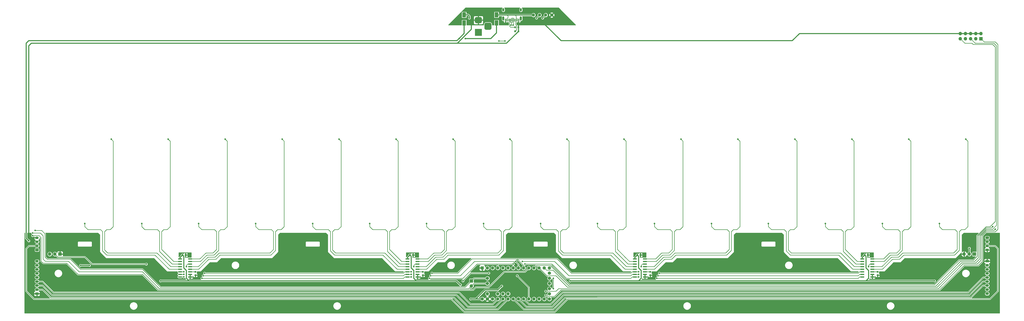
<source format=gbr>
G04 #@! TF.GenerationSoftware,KiCad,Pcbnew,(5.1.7)-1*
G04 #@! TF.CreationDate,2021-03-24T01:06:35-04:00*
G04 #@! TF.ProjectId,OpeNITHM-full,4f70654e-4954-4484-9d2d-66756c6c2e6b,rev?*
G04 #@! TF.SameCoordinates,Original*
G04 #@! TF.FileFunction,Copper,L2,Bot*
G04 #@! TF.FilePolarity,Positive*
%FSLAX46Y46*%
G04 Gerber Fmt 4.6, Leading zero omitted, Abs format (unit mm)*
G04 Created by KiCad (PCBNEW (5.1.7)-1) date 2021-03-24 01:06:35*
%MOMM*%
%LPD*%
G01*
G04 APERTURE LIST*
G04 #@! TA.AperFunction,ComponentPad*
%ADD10O,1.000000X1.600000*%
G04 #@! TD*
G04 #@! TA.AperFunction,ComponentPad*
%ADD11O,1.000000X2.100000*%
G04 #@! TD*
G04 #@! TA.AperFunction,SMDPad,CuDef*
%ADD12R,0.300000X1.450000*%
G04 #@! TD*
G04 #@! TA.AperFunction,SMDPad,CuDef*
%ADD13R,0.600000X1.450000*%
G04 #@! TD*
G04 #@! TA.AperFunction,ComponentPad*
%ADD14O,1.700000X1.700000*%
G04 #@! TD*
G04 #@! TA.AperFunction,ComponentPad*
%ADD15R,1.700000X1.700000*%
G04 #@! TD*
G04 #@! TA.AperFunction,SMDPad,CuDef*
%ADD16R,1.800000X2.500000*%
G04 #@! TD*
G04 #@! TA.AperFunction,ComponentPad*
%ADD17C,1.600000*%
G04 #@! TD*
G04 #@! TA.AperFunction,ComponentPad*
%ADD18R,1.600000X1.600000*%
G04 #@! TD*
G04 #@! TA.AperFunction,ComponentPad*
%ADD19R,3.500000X3.500000*%
G04 #@! TD*
G04 #@! TA.AperFunction,SMDPad,CuDef*
%ADD20C,1.500000*%
G04 #@! TD*
G04 #@! TA.AperFunction,ComponentPad*
%ADD21O,1.750000X1.200000*%
G04 #@! TD*
G04 #@! TA.AperFunction,ViaPad*
%ADD22C,0.800000*%
G04 #@! TD*
G04 #@! TA.AperFunction,Conductor*
%ADD23C,0.508000*%
G04 #@! TD*
G04 #@! TA.AperFunction,Conductor*
%ADD24C,0.250000*%
G04 #@! TD*
G04 #@! TA.AperFunction,Conductor*
%ADD25C,0.254000*%
G04 #@! TD*
G04 #@! TA.AperFunction,Conductor*
%ADD26C,0.100000*%
G04 #@! TD*
G04 APERTURE END LIST*
G04 #@! TA.AperFunction,SMDPad,CuDef*
G36*
G01*
X209320000Y-128755000D02*
X209320000Y-129055000D01*
G75*
G02*
X209170000Y-129205000I-150000J0D01*
G01*
X207520000Y-129205000D01*
G75*
G02*
X207370000Y-129055000I0J150000D01*
G01*
X207370000Y-128755000D01*
G75*
G02*
X207520000Y-128605000I150000J0D01*
G01*
X209170000Y-128605000D01*
G75*
G02*
X209320000Y-128755000I0J-150000D01*
G01*
G37*
G04 #@! TD.AperFunction*
G04 #@! TA.AperFunction,SMDPad,CuDef*
G36*
G01*
X209320000Y-130025000D02*
X209320000Y-130325000D01*
G75*
G02*
X209170000Y-130475000I-150000J0D01*
G01*
X207520000Y-130475000D01*
G75*
G02*
X207370000Y-130325000I0J150000D01*
G01*
X207370000Y-130025000D01*
G75*
G02*
X207520000Y-129875000I150000J0D01*
G01*
X209170000Y-129875000D01*
G75*
G02*
X209320000Y-130025000I0J-150000D01*
G01*
G37*
G04 #@! TD.AperFunction*
G04 #@! TA.AperFunction,SMDPad,CuDef*
G36*
G01*
X209320000Y-131295000D02*
X209320000Y-131595000D01*
G75*
G02*
X209170000Y-131745000I-150000J0D01*
G01*
X207520000Y-131745000D01*
G75*
G02*
X207370000Y-131595000I0J150000D01*
G01*
X207370000Y-131295000D01*
G75*
G02*
X207520000Y-131145000I150000J0D01*
G01*
X209170000Y-131145000D01*
G75*
G02*
X209320000Y-131295000I0J-150000D01*
G01*
G37*
G04 #@! TD.AperFunction*
G04 #@! TA.AperFunction,SMDPad,CuDef*
G36*
G01*
X209320000Y-132565000D02*
X209320000Y-132865000D01*
G75*
G02*
X209170000Y-133015000I-150000J0D01*
G01*
X207520000Y-133015000D01*
G75*
G02*
X207370000Y-132865000I0J150000D01*
G01*
X207370000Y-132565000D01*
G75*
G02*
X207520000Y-132415000I150000J0D01*
G01*
X209170000Y-132415000D01*
G75*
G02*
X209320000Y-132565000I0J-150000D01*
G01*
G37*
G04 #@! TD.AperFunction*
G04 #@! TA.AperFunction,SMDPad,CuDef*
G36*
G01*
X209320000Y-133835000D02*
X209320000Y-134135000D01*
G75*
G02*
X209170000Y-134285000I-150000J0D01*
G01*
X207520000Y-134285000D01*
G75*
G02*
X207370000Y-134135000I0J150000D01*
G01*
X207370000Y-133835000D01*
G75*
G02*
X207520000Y-133685000I150000J0D01*
G01*
X209170000Y-133685000D01*
G75*
G02*
X209320000Y-133835000I0J-150000D01*
G01*
G37*
G04 #@! TD.AperFunction*
G04 #@! TA.AperFunction,SMDPad,CuDef*
G36*
G01*
X209320000Y-135105000D02*
X209320000Y-135405000D01*
G75*
G02*
X209170000Y-135555000I-150000J0D01*
G01*
X207520000Y-135555000D01*
G75*
G02*
X207370000Y-135405000I0J150000D01*
G01*
X207370000Y-135105000D01*
G75*
G02*
X207520000Y-134955000I150000J0D01*
G01*
X209170000Y-134955000D01*
G75*
G02*
X209320000Y-135105000I0J-150000D01*
G01*
G37*
G04 #@! TD.AperFunction*
G04 #@! TA.AperFunction,SMDPad,CuDef*
G36*
G01*
X209320000Y-136375000D02*
X209320000Y-136675000D01*
G75*
G02*
X209170000Y-136825000I-150000J0D01*
G01*
X207520000Y-136825000D01*
G75*
G02*
X207370000Y-136675000I0J150000D01*
G01*
X207370000Y-136375000D01*
G75*
G02*
X207520000Y-136225000I150000J0D01*
G01*
X209170000Y-136225000D01*
G75*
G02*
X209320000Y-136375000I0J-150000D01*
G01*
G37*
G04 #@! TD.AperFunction*
G04 #@! TA.AperFunction,SMDPad,CuDef*
G36*
G01*
X209320000Y-137645000D02*
X209320000Y-137945000D01*
G75*
G02*
X209170000Y-138095000I-150000J0D01*
G01*
X207520000Y-138095000D01*
G75*
G02*
X207370000Y-137945000I0J150000D01*
G01*
X207370000Y-137645000D01*
G75*
G02*
X207520000Y-137495000I150000J0D01*
G01*
X209170000Y-137495000D01*
G75*
G02*
X209320000Y-137645000I0J-150000D01*
G01*
G37*
G04 #@! TD.AperFunction*
G04 #@! TA.AperFunction,SMDPad,CuDef*
G36*
G01*
X214270000Y-137645000D02*
X214270000Y-137945000D01*
G75*
G02*
X214120000Y-138095000I-150000J0D01*
G01*
X212470000Y-138095000D01*
G75*
G02*
X212320000Y-137945000I0J150000D01*
G01*
X212320000Y-137645000D01*
G75*
G02*
X212470000Y-137495000I150000J0D01*
G01*
X214120000Y-137495000D01*
G75*
G02*
X214270000Y-137645000I0J-150000D01*
G01*
G37*
G04 #@! TD.AperFunction*
G04 #@! TA.AperFunction,SMDPad,CuDef*
G36*
G01*
X214270000Y-136375000D02*
X214270000Y-136675000D01*
G75*
G02*
X214120000Y-136825000I-150000J0D01*
G01*
X212470000Y-136825000D01*
G75*
G02*
X212320000Y-136675000I0J150000D01*
G01*
X212320000Y-136375000D01*
G75*
G02*
X212470000Y-136225000I150000J0D01*
G01*
X214120000Y-136225000D01*
G75*
G02*
X214270000Y-136375000I0J-150000D01*
G01*
G37*
G04 #@! TD.AperFunction*
G04 #@! TA.AperFunction,SMDPad,CuDef*
G36*
G01*
X214270000Y-135105000D02*
X214270000Y-135405000D01*
G75*
G02*
X214120000Y-135555000I-150000J0D01*
G01*
X212470000Y-135555000D01*
G75*
G02*
X212320000Y-135405000I0J150000D01*
G01*
X212320000Y-135105000D01*
G75*
G02*
X212470000Y-134955000I150000J0D01*
G01*
X214120000Y-134955000D01*
G75*
G02*
X214270000Y-135105000I0J-150000D01*
G01*
G37*
G04 #@! TD.AperFunction*
G04 #@! TA.AperFunction,SMDPad,CuDef*
G36*
G01*
X214270000Y-133835000D02*
X214270000Y-134135000D01*
G75*
G02*
X214120000Y-134285000I-150000J0D01*
G01*
X212470000Y-134285000D01*
G75*
G02*
X212320000Y-134135000I0J150000D01*
G01*
X212320000Y-133835000D01*
G75*
G02*
X212470000Y-133685000I150000J0D01*
G01*
X214120000Y-133685000D01*
G75*
G02*
X214270000Y-133835000I0J-150000D01*
G01*
G37*
G04 #@! TD.AperFunction*
G04 #@! TA.AperFunction,SMDPad,CuDef*
G36*
G01*
X214270000Y-132565000D02*
X214270000Y-132865000D01*
G75*
G02*
X214120000Y-133015000I-150000J0D01*
G01*
X212470000Y-133015000D01*
G75*
G02*
X212320000Y-132865000I0J150000D01*
G01*
X212320000Y-132565000D01*
G75*
G02*
X212470000Y-132415000I150000J0D01*
G01*
X214120000Y-132415000D01*
G75*
G02*
X214270000Y-132565000I0J-150000D01*
G01*
G37*
G04 #@! TD.AperFunction*
G04 #@! TA.AperFunction,SMDPad,CuDef*
G36*
G01*
X214270000Y-131295000D02*
X214270000Y-131595000D01*
G75*
G02*
X214120000Y-131745000I-150000J0D01*
G01*
X212470000Y-131745000D01*
G75*
G02*
X212320000Y-131595000I0J150000D01*
G01*
X212320000Y-131295000D01*
G75*
G02*
X212470000Y-131145000I150000J0D01*
G01*
X214120000Y-131145000D01*
G75*
G02*
X214270000Y-131295000I0J-150000D01*
G01*
G37*
G04 #@! TD.AperFunction*
G04 #@! TA.AperFunction,SMDPad,CuDef*
G36*
G01*
X214270000Y-130025000D02*
X214270000Y-130325000D01*
G75*
G02*
X214120000Y-130475000I-150000J0D01*
G01*
X212470000Y-130475000D01*
G75*
G02*
X212320000Y-130325000I0J150000D01*
G01*
X212320000Y-130025000D01*
G75*
G02*
X212470000Y-129875000I150000J0D01*
G01*
X214120000Y-129875000D01*
G75*
G02*
X214270000Y-130025000I0J-150000D01*
G01*
G37*
G04 #@! TD.AperFunction*
G04 #@! TA.AperFunction,SMDPad,CuDef*
G36*
G01*
X214270000Y-128755000D02*
X214270000Y-129055000D01*
G75*
G02*
X214120000Y-129205000I-150000J0D01*
G01*
X212470000Y-129205000D01*
G75*
G02*
X212320000Y-129055000I0J150000D01*
G01*
X212320000Y-128755000D01*
G75*
G02*
X212470000Y-128605000I150000J0D01*
G01*
X214120000Y-128605000D01*
G75*
G02*
X214270000Y-128755000I0J-150000D01*
G01*
G37*
G04 #@! TD.AperFunction*
G04 #@! TA.AperFunction,SMDPad,CuDef*
G36*
G01*
X-9250000Y-128755000D02*
X-9250000Y-129055000D01*
G75*
G02*
X-9400000Y-129205000I-150000J0D01*
G01*
X-11050000Y-129205000D01*
G75*
G02*
X-11200000Y-129055000I0J150000D01*
G01*
X-11200000Y-128755000D01*
G75*
G02*
X-11050000Y-128605000I150000J0D01*
G01*
X-9400000Y-128605000D01*
G75*
G02*
X-9250000Y-128755000I0J-150000D01*
G01*
G37*
G04 #@! TD.AperFunction*
G04 #@! TA.AperFunction,SMDPad,CuDef*
G36*
G01*
X-9250000Y-130025000D02*
X-9250000Y-130325000D01*
G75*
G02*
X-9400000Y-130475000I-150000J0D01*
G01*
X-11050000Y-130475000D01*
G75*
G02*
X-11200000Y-130325000I0J150000D01*
G01*
X-11200000Y-130025000D01*
G75*
G02*
X-11050000Y-129875000I150000J0D01*
G01*
X-9400000Y-129875000D01*
G75*
G02*
X-9250000Y-130025000I0J-150000D01*
G01*
G37*
G04 #@! TD.AperFunction*
G04 #@! TA.AperFunction,SMDPad,CuDef*
G36*
G01*
X-9250000Y-131295000D02*
X-9250000Y-131595000D01*
G75*
G02*
X-9400000Y-131745000I-150000J0D01*
G01*
X-11050000Y-131745000D01*
G75*
G02*
X-11200000Y-131595000I0J150000D01*
G01*
X-11200000Y-131295000D01*
G75*
G02*
X-11050000Y-131145000I150000J0D01*
G01*
X-9400000Y-131145000D01*
G75*
G02*
X-9250000Y-131295000I0J-150000D01*
G01*
G37*
G04 #@! TD.AperFunction*
G04 #@! TA.AperFunction,SMDPad,CuDef*
G36*
G01*
X-9250000Y-132565000D02*
X-9250000Y-132865000D01*
G75*
G02*
X-9400000Y-133015000I-150000J0D01*
G01*
X-11050000Y-133015000D01*
G75*
G02*
X-11200000Y-132865000I0J150000D01*
G01*
X-11200000Y-132565000D01*
G75*
G02*
X-11050000Y-132415000I150000J0D01*
G01*
X-9400000Y-132415000D01*
G75*
G02*
X-9250000Y-132565000I0J-150000D01*
G01*
G37*
G04 #@! TD.AperFunction*
G04 #@! TA.AperFunction,SMDPad,CuDef*
G36*
G01*
X-9250000Y-133835000D02*
X-9250000Y-134135000D01*
G75*
G02*
X-9400000Y-134285000I-150000J0D01*
G01*
X-11050000Y-134285000D01*
G75*
G02*
X-11200000Y-134135000I0J150000D01*
G01*
X-11200000Y-133835000D01*
G75*
G02*
X-11050000Y-133685000I150000J0D01*
G01*
X-9400000Y-133685000D01*
G75*
G02*
X-9250000Y-133835000I0J-150000D01*
G01*
G37*
G04 #@! TD.AperFunction*
G04 #@! TA.AperFunction,SMDPad,CuDef*
G36*
G01*
X-9250000Y-135105000D02*
X-9250000Y-135405000D01*
G75*
G02*
X-9400000Y-135555000I-150000J0D01*
G01*
X-11050000Y-135555000D01*
G75*
G02*
X-11200000Y-135405000I0J150000D01*
G01*
X-11200000Y-135105000D01*
G75*
G02*
X-11050000Y-134955000I150000J0D01*
G01*
X-9400000Y-134955000D01*
G75*
G02*
X-9250000Y-135105000I0J-150000D01*
G01*
G37*
G04 #@! TD.AperFunction*
G04 #@! TA.AperFunction,SMDPad,CuDef*
G36*
G01*
X-9250000Y-136375000D02*
X-9250000Y-136675000D01*
G75*
G02*
X-9400000Y-136825000I-150000J0D01*
G01*
X-11050000Y-136825000D01*
G75*
G02*
X-11200000Y-136675000I0J150000D01*
G01*
X-11200000Y-136375000D01*
G75*
G02*
X-11050000Y-136225000I150000J0D01*
G01*
X-9400000Y-136225000D01*
G75*
G02*
X-9250000Y-136375000I0J-150000D01*
G01*
G37*
G04 #@! TD.AperFunction*
G04 #@! TA.AperFunction,SMDPad,CuDef*
G36*
G01*
X-9250000Y-137645000D02*
X-9250000Y-137945000D01*
G75*
G02*
X-9400000Y-138095000I-150000J0D01*
G01*
X-11050000Y-138095000D01*
G75*
G02*
X-11200000Y-137945000I0J150000D01*
G01*
X-11200000Y-137645000D01*
G75*
G02*
X-11050000Y-137495000I150000J0D01*
G01*
X-9400000Y-137495000D01*
G75*
G02*
X-9250000Y-137645000I0J-150000D01*
G01*
G37*
G04 #@! TD.AperFunction*
G04 #@! TA.AperFunction,SMDPad,CuDef*
G36*
G01*
X-14200000Y-137645000D02*
X-14200000Y-137945000D01*
G75*
G02*
X-14350000Y-138095000I-150000J0D01*
G01*
X-16000000Y-138095000D01*
G75*
G02*
X-16150000Y-137945000I0J150000D01*
G01*
X-16150000Y-137645000D01*
G75*
G02*
X-16000000Y-137495000I150000J0D01*
G01*
X-14350000Y-137495000D01*
G75*
G02*
X-14200000Y-137645000I0J-150000D01*
G01*
G37*
G04 #@! TD.AperFunction*
G04 #@! TA.AperFunction,SMDPad,CuDef*
G36*
G01*
X-14200000Y-136375000D02*
X-14200000Y-136675000D01*
G75*
G02*
X-14350000Y-136825000I-150000J0D01*
G01*
X-16000000Y-136825000D01*
G75*
G02*
X-16150000Y-136675000I0J150000D01*
G01*
X-16150000Y-136375000D01*
G75*
G02*
X-16000000Y-136225000I150000J0D01*
G01*
X-14350000Y-136225000D01*
G75*
G02*
X-14200000Y-136375000I0J-150000D01*
G01*
G37*
G04 #@! TD.AperFunction*
G04 #@! TA.AperFunction,SMDPad,CuDef*
G36*
G01*
X-14200000Y-135105000D02*
X-14200000Y-135405000D01*
G75*
G02*
X-14350000Y-135555000I-150000J0D01*
G01*
X-16000000Y-135555000D01*
G75*
G02*
X-16150000Y-135405000I0J150000D01*
G01*
X-16150000Y-135105000D01*
G75*
G02*
X-16000000Y-134955000I150000J0D01*
G01*
X-14350000Y-134955000D01*
G75*
G02*
X-14200000Y-135105000I0J-150000D01*
G01*
G37*
G04 #@! TD.AperFunction*
G04 #@! TA.AperFunction,SMDPad,CuDef*
G36*
G01*
X-14200000Y-133835000D02*
X-14200000Y-134135000D01*
G75*
G02*
X-14350000Y-134285000I-150000J0D01*
G01*
X-16000000Y-134285000D01*
G75*
G02*
X-16150000Y-134135000I0J150000D01*
G01*
X-16150000Y-133835000D01*
G75*
G02*
X-16000000Y-133685000I150000J0D01*
G01*
X-14350000Y-133685000D01*
G75*
G02*
X-14200000Y-133835000I0J-150000D01*
G01*
G37*
G04 #@! TD.AperFunction*
G04 #@! TA.AperFunction,SMDPad,CuDef*
G36*
G01*
X-14200000Y-132565000D02*
X-14200000Y-132865000D01*
G75*
G02*
X-14350000Y-133015000I-150000J0D01*
G01*
X-16000000Y-133015000D01*
G75*
G02*
X-16150000Y-132865000I0J150000D01*
G01*
X-16150000Y-132565000D01*
G75*
G02*
X-16000000Y-132415000I150000J0D01*
G01*
X-14350000Y-132415000D01*
G75*
G02*
X-14200000Y-132565000I0J-150000D01*
G01*
G37*
G04 #@! TD.AperFunction*
G04 #@! TA.AperFunction,SMDPad,CuDef*
G36*
G01*
X-14200000Y-131295000D02*
X-14200000Y-131595000D01*
G75*
G02*
X-14350000Y-131745000I-150000J0D01*
G01*
X-16000000Y-131745000D01*
G75*
G02*
X-16150000Y-131595000I0J150000D01*
G01*
X-16150000Y-131295000D01*
G75*
G02*
X-16000000Y-131145000I150000J0D01*
G01*
X-14350000Y-131145000D01*
G75*
G02*
X-14200000Y-131295000I0J-150000D01*
G01*
G37*
G04 #@! TD.AperFunction*
G04 #@! TA.AperFunction,SMDPad,CuDef*
G36*
G01*
X-14200000Y-130025000D02*
X-14200000Y-130325000D01*
G75*
G02*
X-14350000Y-130475000I-150000J0D01*
G01*
X-16000000Y-130475000D01*
G75*
G02*
X-16150000Y-130325000I0J150000D01*
G01*
X-16150000Y-130025000D01*
G75*
G02*
X-16000000Y-129875000I150000J0D01*
G01*
X-14350000Y-129875000D01*
G75*
G02*
X-14200000Y-130025000I0J-150000D01*
G01*
G37*
G04 #@! TD.AperFunction*
G04 #@! TA.AperFunction,SMDPad,CuDef*
G36*
G01*
X-14200000Y-128755000D02*
X-14200000Y-129055000D01*
G75*
G02*
X-14350000Y-129205000I-150000J0D01*
G01*
X-16000000Y-129205000D01*
G75*
G02*
X-16150000Y-129055000I0J150000D01*
G01*
X-16150000Y-128755000D01*
G75*
G02*
X-16000000Y-128605000I150000J0D01*
G01*
X-14350000Y-128605000D01*
G75*
G02*
X-14200000Y-128755000I0J-150000D01*
G01*
G37*
G04 #@! TD.AperFunction*
G04 #@! TA.AperFunction,SMDPad,CuDef*
G36*
G01*
X321080000Y-128755000D02*
X321080000Y-129055000D01*
G75*
G02*
X320930000Y-129205000I-150000J0D01*
G01*
X319280000Y-129205000D01*
G75*
G02*
X319130000Y-129055000I0J150000D01*
G01*
X319130000Y-128755000D01*
G75*
G02*
X319280000Y-128605000I150000J0D01*
G01*
X320930000Y-128605000D01*
G75*
G02*
X321080000Y-128755000I0J-150000D01*
G01*
G37*
G04 #@! TD.AperFunction*
G04 #@! TA.AperFunction,SMDPad,CuDef*
G36*
G01*
X321080000Y-130025000D02*
X321080000Y-130325000D01*
G75*
G02*
X320930000Y-130475000I-150000J0D01*
G01*
X319280000Y-130475000D01*
G75*
G02*
X319130000Y-130325000I0J150000D01*
G01*
X319130000Y-130025000D01*
G75*
G02*
X319280000Y-129875000I150000J0D01*
G01*
X320930000Y-129875000D01*
G75*
G02*
X321080000Y-130025000I0J-150000D01*
G01*
G37*
G04 #@! TD.AperFunction*
G04 #@! TA.AperFunction,SMDPad,CuDef*
G36*
G01*
X321080000Y-131295000D02*
X321080000Y-131595000D01*
G75*
G02*
X320930000Y-131745000I-150000J0D01*
G01*
X319280000Y-131745000D01*
G75*
G02*
X319130000Y-131595000I0J150000D01*
G01*
X319130000Y-131295000D01*
G75*
G02*
X319280000Y-131145000I150000J0D01*
G01*
X320930000Y-131145000D01*
G75*
G02*
X321080000Y-131295000I0J-150000D01*
G01*
G37*
G04 #@! TD.AperFunction*
G04 #@! TA.AperFunction,SMDPad,CuDef*
G36*
G01*
X321080000Y-132565000D02*
X321080000Y-132865000D01*
G75*
G02*
X320930000Y-133015000I-150000J0D01*
G01*
X319280000Y-133015000D01*
G75*
G02*
X319130000Y-132865000I0J150000D01*
G01*
X319130000Y-132565000D01*
G75*
G02*
X319280000Y-132415000I150000J0D01*
G01*
X320930000Y-132415000D01*
G75*
G02*
X321080000Y-132565000I0J-150000D01*
G01*
G37*
G04 #@! TD.AperFunction*
G04 #@! TA.AperFunction,SMDPad,CuDef*
G36*
G01*
X321080000Y-133835000D02*
X321080000Y-134135000D01*
G75*
G02*
X320930000Y-134285000I-150000J0D01*
G01*
X319280000Y-134285000D01*
G75*
G02*
X319130000Y-134135000I0J150000D01*
G01*
X319130000Y-133835000D01*
G75*
G02*
X319280000Y-133685000I150000J0D01*
G01*
X320930000Y-133685000D01*
G75*
G02*
X321080000Y-133835000I0J-150000D01*
G01*
G37*
G04 #@! TD.AperFunction*
G04 #@! TA.AperFunction,SMDPad,CuDef*
G36*
G01*
X321080000Y-135105000D02*
X321080000Y-135405000D01*
G75*
G02*
X320930000Y-135555000I-150000J0D01*
G01*
X319280000Y-135555000D01*
G75*
G02*
X319130000Y-135405000I0J150000D01*
G01*
X319130000Y-135105000D01*
G75*
G02*
X319280000Y-134955000I150000J0D01*
G01*
X320930000Y-134955000D01*
G75*
G02*
X321080000Y-135105000I0J-150000D01*
G01*
G37*
G04 #@! TD.AperFunction*
G04 #@! TA.AperFunction,SMDPad,CuDef*
G36*
G01*
X321080000Y-136375000D02*
X321080000Y-136675000D01*
G75*
G02*
X320930000Y-136825000I-150000J0D01*
G01*
X319280000Y-136825000D01*
G75*
G02*
X319130000Y-136675000I0J150000D01*
G01*
X319130000Y-136375000D01*
G75*
G02*
X319280000Y-136225000I150000J0D01*
G01*
X320930000Y-136225000D01*
G75*
G02*
X321080000Y-136375000I0J-150000D01*
G01*
G37*
G04 #@! TD.AperFunction*
G04 #@! TA.AperFunction,SMDPad,CuDef*
G36*
G01*
X321080000Y-137645000D02*
X321080000Y-137945000D01*
G75*
G02*
X320930000Y-138095000I-150000J0D01*
G01*
X319280000Y-138095000D01*
G75*
G02*
X319130000Y-137945000I0J150000D01*
G01*
X319130000Y-137645000D01*
G75*
G02*
X319280000Y-137495000I150000J0D01*
G01*
X320930000Y-137495000D01*
G75*
G02*
X321080000Y-137645000I0J-150000D01*
G01*
G37*
G04 #@! TD.AperFunction*
G04 #@! TA.AperFunction,SMDPad,CuDef*
G36*
G01*
X326030000Y-137645000D02*
X326030000Y-137945000D01*
G75*
G02*
X325880000Y-138095000I-150000J0D01*
G01*
X324230000Y-138095000D01*
G75*
G02*
X324080000Y-137945000I0J150000D01*
G01*
X324080000Y-137645000D01*
G75*
G02*
X324230000Y-137495000I150000J0D01*
G01*
X325880000Y-137495000D01*
G75*
G02*
X326030000Y-137645000I0J-150000D01*
G01*
G37*
G04 #@! TD.AperFunction*
G04 #@! TA.AperFunction,SMDPad,CuDef*
G36*
G01*
X326030000Y-136375000D02*
X326030000Y-136675000D01*
G75*
G02*
X325880000Y-136825000I-150000J0D01*
G01*
X324230000Y-136825000D01*
G75*
G02*
X324080000Y-136675000I0J150000D01*
G01*
X324080000Y-136375000D01*
G75*
G02*
X324230000Y-136225000I150000J0D01*
G01*
X325880000Y-136225000D01*
G75*
G02*
X326030000Y-136375000I0J-150000D01*
G01*
G37*
G04 #@! TD.AperFunction*
G04 #@! TA.AperFunction,SMDPad,CuDef*
G36*
G01*
X326030000Y-135105000D02*
X326030000Y-135405000D01*
G75*
G02*
X325880000Y-135555000I-150000J0D01*
G01*
X324230000Y-135555000D01*
G75*
G02*
X324080000Y-135405000I0J150000D01*
G01*
X324080000Y-135105000D01*
G75*
G02*
X324230000Y-134955000I150000J0D01*
G01*
X325880000Y-134955000D01*
G75*
G02*
X326030000Y-135105000I0J-150000D01*
G01*
G37*
G04 #@! TD.AperFunction*
G04 #@! TA.AperFunction,SMDPad,CuDef*
G36*
G01*
X326030000Y-133835000D02*
X326030000Y-134135000D01*
G75*
G02*
X325880000Y-134285000I-150000J0D01*
G01*
X324230000Y-134285000D01*
G75*
G02*
X324080000Y-134135000I0J150000D01*
G01*
X324080000Y-133835000D01*
G75*
G02*
X324230000Y-133685000I150000J0D01*
G01*
X325880000Y-133685000D01*
G75*
G02*
X326030000Y-133835000I0J-150000D01*
G01*
G37*
G04 #@! TD.AperFunction*
G04 #@! TA.AperFunction,SMDPad,CuDef*
G36*
G01*
X326030000Y-132565000D02*
X326030000Y-132865000D01*
G75*
G02*
X325880000Y-133015000I-150000J0D01*
G01*
X324230000Y-133015000D01*
G75*
G02*
X324080000Y-132865000I0J150000D01*
G01*
X324080000Y-132565000D01*
G75*
G02*
X324230000Y-132415000I150000J0D01*
G01*
X325880000Y-132415000D01*
G75*
G02*
X326030000Y-132565000I0J-150000D01*
G01*
G37*
G04 #@! TD.AperFunction*
G04 #@! TA.AperFunction,SMDPad,CuDef*
G36*
G01*
X326030000Y-131295000D02*
X326030000Y-131595000D01*
G75*
G02*
X325880000Y-131745000I-150000J0D01*
G01*
X324230000Y-131745000D01*
G75*
G02*
X324080000Y-131595000I0J150000D01*
G01*
X324080000Y-131295000D01*
G75*
G02*
X324230000Y-131145000I150000J0D01*
G01*
X325880000Y-131145000D01*
G75*
G02*
X326030000Y-131295000I0J-150000D01*
G01*
G37*
G04 #@! TD.AperFunction*
G04 #@! TA.AperFunction,SMDPad,CuDef*
G36*
G01*
X326030000Y-130025000D02*
X326030000Y-130325000D01*
G75*
G02*
X325880000Y-130475000I-150000J0D01*
G01*
X324230000Y-130475000D01*
G75*
G02*
X324080000Y-130325000I0J150000D01*
G01*
X324080000Y-130025000D01*
G75*
G02*
X324230000Y-129875000I150000J0D01*
G01*
X325880000Y-129875000D01*
G75*
G02*
X326030000Y-130025000I0J-150000D01*
G01*
G37*
G04 #@! TD.AperFunction*
G04 #@! TA.AperFunction,SMDPad,CuDef*
G36*
G01*
X326030000Y-128755000D02*
X326030000Y-129055000D01*
G75*
G02*
X325880000Y-129205000I-150000J0D01*
G01*
X324230000Y-129205000D01*
G75*
G02*
X324080000Y-129055000I0J150000D01*
G01*
X324080000Y-128755000D01*
G75*
G02*
X324230000Y-128605000I150000J0D01*
G01*
X325880000Y-128605000D01*
G75*
G02*
X326030000Y-128755000I0J-150000D01*
G01*
G37*
G04 #@! TD.AperFunction*
G04 #@! TA.AperFunction,SMDPad,CuDef*
G36*
G01*
X323310000Y-126750000D02*
X323310000Y-127250000D01*
G75*
G02*
X323085000Y-127475000I-225000J0D01*
G01*
X322635000Y-127475000D01*
G75*
G02*
X322410000Y-127250000I0J225000D01*
G01*
X322410000Y-126750000D01*
G75*
G02*
X322635000Y-126525000I225000J0D01*
G01*
X323085000Y-126525000D01*
G75*
G02*
X323310000Y-126750000I0J-225000D01*
G01*
G37*
G04 #@! TD.AperFunction*
G04 #@! TA.AperFunction,SMDPad,CuDef*
G36*
G01*
X321760000Y-126750000D02*
X321760000Y-127250000D01*
G75*
G02*
X321535000Y-127475000I-225000J0D01*
G01*
X321085000Y-127475000D01*
G75*
G02*
X320860000Y-127250000I0J225000D01*
G01*
X320860000Y-126750000D01*
G75*
G02*
X321085000Y-126525000I225000J0D01*
G01*
X321535000Y-126525000D01*
G75*
G02*
X321760000Y-126750000I0J-225000D01*
G01*
G37*
G04 #@! TD.AperFunction*
G04 #@! TA.AperFunction,SMDPad,CuDef*
G36*
G01*
X327385000Y-136505000D02*
X327935000Y-136505000D01*
G75*
G02*
X328135000Y-136705000I0J-200000D01*
G01*
X328135000Y-137105000D01*
G75*
G02*
X327935000Y-137305000I-200000J0D01*
G01*
X327385000Y-137305000D01*
G75*
G02*
X327185000Y-137105000I0J200000D01*
G01*
X327185000Y-136705000D01*
G75*
G02*
X327385000Y-136505000I200000J0D01*
G01*
G37*
G04 #@! TD.AperFunction*
G04 #@! TA.AperFunction,SMDPad,CuDef*
G36*
G01*
X327385000Y-134855000D02*
X327935000Y-134855000D01*
G75*
G02*
X328135000Y-135055000I0J-200000D01*
G01*
X328135000Y-135455000D01*
G75*
G02*
X327935000Y-135655000I-200000J0D01*
G01*
X327385000Y-135655000D01*
G75*
G02*
X327185000Y-135455000I0J200000D01*
G01*
X327185000Y-135055000D01*
G75*
G02*
X327385000Y-134855000I200000J0D01*
G01*
G37*
G04 #@! TD.AperFunction*
G04 #@! TA.AperFunction,SMDPad,CuDef*
G36*
G01*
X211550000Y-126750000D02*
X211550000Y-127250000D01*
G75*
G02*
X211325000Y-127475000I-225000J0D01*
G01*
X210875000Y-127475000D01*
G75*
G02*
X210650000Y-127250000I0J225000D01*
G01*
X210650000Y-126750000D01*
G75*
G02*
X210875000Y-126525000I225000J0D01*
G01*
X211325000Y-126525000D01*
G75*
G02*
X211550000Y-126750000I0J-225000D01*
G01*
G37*
G04 #@! TD.AperFunction*
G04 #@! TA.AperFunction,SMDPad,CuDef*
G36*
G01*
X210000000Y-126750000D02*
X210000000Y-127250000D01*
G75*
G02*
X209775000Y-127475000I-225000J0D01*
G01*
X209325000Y-127475000D01*
G75*
G02*
X209100000Y-127250000I0J225000D01*
G01*
X209100000Y-126750000D01*
G75*
G02*
X209325000Y-126525000I225000J0D01*
G01*
X209775000Y-126525000D01*
G75*
G02*
X210000000Y-126750000I0J-225000D01*
G01*
G37*
G04 #@! TD.AperFunction*
G04 #@! TA.AperFunction,SMDPad,CuDef*
G36*
G01*
X215625000Y-136505000D02*
X216175000Y-136505000D01*
G75*
G02*
X216375000Y-136705000I0J-200000D01*
G01*
X216375000Y-137105000D01*
G75*
G02*
X216175000Y-137305000I-200000J0D01*
G01*
X215625000Y-137305000D01*
G75*
G02*
X215425000Y-137105000I0J200000D01*
G01*
X215425000Y-136705000D01*
G75*
G02*
X215625000Y-136505000I200000J0D01*
G01*
G37*
G04 #@! TD.AperFunction*
G04 #@! TA.AperFunction,SMDPad,CuDef*
G36*
G01*
X215625000Y-134855000D02*
X216175000Y-134855000D01*
G75*
G02*
X216375000Y-135055000I0J-200000D01*
G01*
X216375000Y-135455000D01*
G75*
G02*
X216175000Y-135655000I-200000J0D01*
G01*
X215625000Y-135655000D01*
G75*
G02*
X215425000Y-135455000I0J200000D01*
G01*
X215425000Y-135055000D01*
G75*
G02*
X215625000Y-134855000I200000J0D01*
G01*
G37*
G04 #@! TD.AperFunction*
D10*
X152320000Y-6450000D03*
X143680000Y-6450000D03*
D11*
X143680000Y-10630000D03*
X152320000Y-10630000D03*
D12*
X147750000Y-11545000D03*
X149750000Y-11545000D03*
X149250000Y-11545000D03*
X148750000Y-11545000D03*
X148250000Y-11545000D03*
X147250000Y-11545000D03*
X146750000Y-11545000D03*
X146250000Y-11545000D03*
D13*
X151250000Y-11545000D03*
X150450000Y-11545000D03*
X145550000Y-11545000D03*
X144750000Y-11545000D03*
X144750000Y-11545000D03*
X145550000Y-11545000D03*
X150450000Y-11545000D03*
X151250000Y-11545000D03*
D14*
X370170000Y-126500000D03*
X372710000Y-126500000D03*
D15*
X375250000Y-126500000D03*
D14*
X-79250000Y-126500000D03*
X-76710000Y-126500000D03*
D15*
X-74170000Y-126500000D03*
D16*
X124460000Y-12890000D03*
X124460000Y-8890000D03*
X140335000Y-12890000D03*
X140335000Y-8890000D03*
D14*
X368300000Y-18097500D03*
X368300000Y-20637500D03*
X370840000Y-18097500D03*
X370840000Y-20637500D03*
X373380000Y-18097500D03*
X373380000Y-20637500D03*
X375920000Y-18097500D03*
X375920000Y-20637500D03*
X378460000Y-18097500D03*
D15*
X378460000Y-20637500D03*
D17*
X135890000Y-140970000D03*
X135890000Y-138430000D03*
D18*
X133350000Y-133350000D03*
D17*
X135890000Y-133350000D03*
X138430000Y-133350000D03*
X140970000Y-133350000D03*
X143510000Y-133350000D03*
X146050000Y-133350000D03*
X148590000Y-133350000D03*
X151130000Y-133350000D03*
X153670000Y-133350000D03*
X156210000Y-133350000D03*
X158750000Y-133350000D03*
X161290000Y-133350000D03*
X163830000Y-133350000D03*
X146050000Y-146050000D03*
X143510000Y-146050000D03*
X140970000Y-146050000D03*
X135890000Y-146050000D03*
X133350000Y-148590000D03*
X135890000Y-148590000D03*
X138430000Y-148590000D03*
X140970000Y-148590000D03*
X143510000Y-148590000D03*
X146050000Y-148590000D03*
X148590000Y-148590000D03*
X151130000Y-148590000D03*
X153670000Y-148590000D03*
X156210000Y-148590000D03*
X158750000Y-148590000D03*
X161290000Y-148590000D03*
X163830000Y-148590000D03*
X166370000Y-133350000D03*
X166370000Y-135890000D03*
X166370000Y-138430000D03*
X166370000Y-148590000D03*
X166370000Y-146050000D03*
X166370000Y-143510000D03*
X166370000Y-140970000D03*
D15*
X128000000Y-139700000D03*
D14*
X128000000Y-142240000D03*
G04 #@! TA.AperFunction,SMDPad,CuDef*
G36*
G01*
X102510000Y-128755000D02*
X102510000Y-129055000D01*
G75*
G02*
X102360000Y-129205000I-150000J0D01*
G01*
X100710000Y-129205000D01*
G75*
G02*
X100560000Y-129055000I0J150000D01*
G01*
X100560000Y-128755000D01*
G75*
G02*
X100710000Y-128605000I150000J0D01*
G01*
X102360000Y-128605000D01*
G75*
G02*
X102510000Y-128755000I0J-150000D01*
G01*
G37*
G04 #@! TD.AperFunction*
G04 #@! TA.AperFunction,SMDPad,CuDef*
G36*
G01*
X102510000Y-130025000D02*
X102510000Y-130325000D01*
G75*
G02*
X102360000Y-130475000I-150000J0D01*
G01*
X100710000Y-130475000D01*
G75*
G02*
X100560000Y-130325000I0J150000D01*
G01*
X100560000Y-130025000D01*
G75*
G02*
X100710000Y-129875000I150000J0D01*
G01*
X102360000Y-129875000D01*
G75*
G02*
X102510000Y-130025000I0J-150000D01*
G01*
G37*
G04 #@! TD.AperFunction*
G04 #@! TA.AperFunction,SMDPad,CuDef*
G36*
G01*
X102510000Y-131295000D02*
X102510000Y-131595000D01*
G75*
G02*
X102360000Y-131745000I-150000J0D01*
G01*
X100710000Y-131745000D01*
G75*
G02*
X100560000Y-131595000I0J150000D01*
G01*
X100560000Y-131295000D01*
G75*
G02*
X100710000Y-131145000I150000J0D01*
G01*
X102360000Y-131145000D01*
G75*
G02*
X102510000Y-131295000I0J-150000D01*
G01*
G37*
G04 #@! TD.AperFunction*
G04 #@! TA.AperFunction,SMDPad,CuDef*
G36*
G01*
X102510000Y-132565000D02*
X102510000Y-132865000D01*
G75*
G02*
X102360000Y-133015000I-150000J0D01*
G01*
X100710000Y-133015000D01*
G75*
G02*
X100560000Y-132865000I0J150000D01*
G01*
X100560000Y-132565000D01*
G75*
G02*
X100710000Y-132415000I150000J0D01*
G01*
X102360000Y-132415000D01*
G75*
G02*
X102510000Y-132565000I0J-150000D01*
G01*
G37*
G04 #@! TD.AperFunction*
G04 #@! TA.AperFunction,SMDPad,CuDef*
G36*
G01*
X102510000Y-133835000D02*
X102510000Y-134135000D01*
G75*
G02*
X102360000Y-134285000I-150000J0D01*
G01*
X100710000Y-134285000D01*
G75*
G02*
X100560000Y-134135000I0J150000D01*
G01*
X100560000Y-133835000D01*
G75*
G02*
X100710000Y-133685000I150000J0D01*
G01*
X102360000Y-133685000D01*
G75*
G02*
X102510000Y-133835000I0J-150000D01*
G01*
G37*
G04 #@! TD.AperFunction*
G04 #@! TA.AperFunction,SMDPad,CuDef*
G36*
G01*
X102510000Y-135105000D02*
X102510000Y-135405000D01*
G75*
G02*
X102360000Y-135555000I-150000J0D01*
G01*
X100710000Y-135555000D01*
G75*
G02*
X100560000Y-135405000I0J150000D01*
G01*
X100560000Y-135105000D01*
G75*
G02*
X100710000Y-134955000I150000J0D01*
G01*
X102360000Y-134955000D01*
G75*
G02*
X102510000Y-135105000I0J-150000D01*
G01*
G37*
G04 #@! TD.AperFunction*
G04 #@! TA.AperFunction,SMDPad,CuDef*
G36*
G01*
X102510000Y-136375000D02*
X102510000Y-136675000D01*
G75*
G02*
X102360000Y-136825000I-150000J0D01*
G01*
X100710000Y-136825000D01*
G75*
G02*
X100560000Y-136675000I0J150000D01*
G01*
X100560000Y-136375000D01*
G75*
G02*
X100710000Y-136225000I150000J0D01*
G01*
X102360000Y-136225000D01*
G75*
G02*
X102510000Y-136375000I0J-150000D01*
G01*
G37*
G04 #@! TD.AperFunction*
G04 #@! TA.AperFunction,SMDPad,CuDef*
G36*
G01*
X102510000Y-137645000D02*
X102510000Y-137945000D01*
G75*
G02*
X102360000Y-138095000I-150000J0D01*
G01*
X100710000Y-138095000D01*
G75*
G02*
X100560000Y-137945000I0J150000D01*
G01*
X100560000Y-137645000D01*
G75*
G02*
X100710000Y-137495000I150000J0D01*
G01*
X102360000Y-137495000D01*
G75*
G02*
X102510000Y-137645000I0J-150000D01*
G01*
G37*
G04 #@! TD.AperFunction*
G04 #@! TA.AperFunction,SMDPad,CuDef*
G36*
G01*
X97560000Y-137645000D02*
X97560000Y-137945000D01*
G75*
G02*
X97410000Y-138095000I-150000J0D01*
G01*
X95760000Y-138095000D01*
G75*
G02*
X95610000Y-137945000I0J150000D01*
G01*
X95610000Y-137645000D01*
G75*
G02*
X95760000Y-137495000I150000J0D01*
G01*
X97410000Y-137495000D01*
G75*
G02*
X97560000Y-137645000I0J-150000D01*
G01*
G37*
G04 #@! TD.AperFunction*
G04 #@! TA.AperFunction,SMDPad,CuDef*
G36*
G01*
X97560000Y-136375000D02*
X97560000Y-136675000D01*
G75*
G02*
X97410000Y-136825000I-150000J0D01*
G01*
X95760000Y-136825000D01*
G75*
G02*
X95610000Y-136675000I0J150000D01*
G01*
X95610000Y-136375000D01*
G75*
G02*
X95760000Y-136225000I150000J0D01*
G01*
X97410000Y-136225000D01*
G75*
G02*
X97560000Y-136375000I0J-150000D01*
G01*
G37*
G04 #@! TD.AperFunction*
G04 #@! TA.AperFunction,SMDPad,CuDef*
G36*
G01*
X97560000Y-135105000D02*
X97560000Y-135405000D01*
G75*
G02*
X97410000Y-135555000I-150000J0D01*
G01*
X95760000Y-135555000D01*
G75*
G02*
X95610000Y-135405000I0J150000D01*
G01*
X95610000Y-135105000D01*
G75*
G02*
X95760000Y-134955000I150000J0D01*
G01*
X97410000Y-134955000D01*
G75*
G02*
X97560000Y-135105000I0J-150000D01*
G01*
G37*
G04 #@! TD.AperFunction*
G04 #@! TA.AperFunction,SMDPad,CuDef*
G36*
G01*
X97560000Y-133835000D02*
X97560000Y-134135000D01*
G75*
G02*
X97410000Y-134285000I-150000J0D01*
G01*
X95760000Y-134285000D01*
G75*
G02*
X95610000Y-134135000I0J150000D01*
G01*
X95610000Y-133835000D01*
G75*
G02*
X95760000Y-133685000I150000J0D01*
G01*
X97410000Y-133685000D01*
G75*
G02*
X97560000Y-133835000I0J-150000D01*
G01*
G37*
G04 #@! TD.AperFunction*
G04 #@! TA.AperFunction,SMDPad,CuDef*
G36*
G01*
X97560000Y-132565000D02*
X97560000Y-132865000D01*
G75*
G02*
X97410000Y-133015000I-150000J0D01*
G01*
X95760000Y-133015000D01*
G75*
G02*
X95610000Y-132865000I0J150000D01*
G01*
X95610000Y-132565000D01*
G75*
G02*
X95760000Y-132415000I150000J0D01*
G01*
X97410000Y-132415000D01*
G75*
G02*
X97560000Y-132565000I0J-150000D01*
G01*
G37*
G04 #@! TD.AperFunction*
G04 #@! TA.AperFunction,SMDPad,CuDef*
G36*
G01*
X97560000Y-131295000D02*
X97560000Y-131595000D01*
G75*
G02*
X97410000Y-131745000I-150000J0D01*
G01*
X95760000Y-131745000D01*
G75*
G02*
X95610000Y-131595000I0J150000D01*
G01*
X95610000Y-131295000D01*
G75*
G02*
X95760000Y-131145000I150000J0D01*
G01*
X97410000Y-131145000D01*
G75*
G02*
X97560000Y-131295000I0J-150000D01*
G01*
G37*
G04 #@! TD.AperFunction*
G04 #@! TA.AperFunction,SMDPad,CuDef*
G36*
G01*
X97560000Y-130025000D02*
X97560000Y-130325000D01*
G75*
G02*
X97410000Y-130475000I-150000J0D01*
G01*
X95760000Y-130475000D01*
G75*
G02*
X95610000Y-130325000I0J150000D01*
G01*
X95610000Y-130025000D01*
G75*
G02*
X95760000Y-129875000I150000J0D01*
G01*
X97410000Y-129875000D01*
G75*
G02*
X97560000Y-130025000I0J-150000D01*
G01*
G37*
G04 #@! TD.AperFunction*
G04 #@! TA.AperFunction,SMDPad,CuDef*
G36*
G01*
X97560000Y-128755000D02*
X97560000Y-129055000D01*
G75*
G02*
X97410000Y-129205000I-150000J0D01*
G01*
X95760000Y-129205000D01*
G75*
G02*
X95610000Y-129055000I0J150000D01*
G01*
X95610000Y-128755000D01*
G75*
G02*
X95760000Y-128605000I150000J0D01*
G01*
X97410000Y-128605000D01*
G75*
G02*
X97560000Y-128755000I0J-150000D01*
G01*
G37*
G04 #@! TD.AperFunction*
G04 #@! TA.AperFunction,SMDPad,CuDef*
G36*
G01*
X151565000Y-16725000D02*
X151565000Y-17275000D01*
G75*
G02*
X151365000Y-17475000I-200000J0D01*
G01*
X150965000Y-17475000D01*
G75*
G02*
X150765000Y-17275000I0J200000D01*
G01*
X150765000Y-16725000D01*
G75*
G02*
X150965000Y-16525000I200000J0D01*
G01*
X151365000Y-16525000D01*
G75*
G02*
X151565000Y-16725000I0J-200000D01*
G01*
G37*
G04 #@! TD.AperFunction*
G04 #@! TA.AperFunction,SMDPad,CuDef*
G36*
G01*
X149915000Y-16725000D02*
X149915000Y-17275000D01*
G75*
G02*
X149715000Y-17475000I-200000J0D01*
G01*
X149315000Y-17475000D01*
G75*
G02*
X149115000Y-17275000I0J200000D01*
G01*
X149115000Y-16725000D01*
G75*
G02*
X149315000Y-16525000I200000J0D01*
G01*
X149715000Y-16525000D01*
G75*
G02*
X149915000Y-16725000I0J-200000D01*
G01*
G37*
G04 #@! TD.AperFunction*
G04 #@! TA.AperFunction,SMDPad,CuDef*
G36*
G01*
X151565000Y-14725000D02*
X151565000Y-15275000D01*
G75*
G02*
X151365000Y-15475000I-200000J0D01*
G01*
X150965000Y-15475000D01*
G75*
G02*
X150765000Y-15275000I0J200000D01*
G01*
X150765000Y-14725000D01*
G75*
G02*
X150965000Y-14525000I200000J0D01*
G01*
X151365000Y-14525000D01*
G75*
G02*
X151565000Y-14725000I0J-200000D01*
G01*
G37*
G04 #@! TD.AperFunction*
G04 #@! TA.AperFunction,SMDPad,CuDef*
G36*
G01*
X149915000Y-14725000D02*
X149915000Y-15275000D01*
G75*
G02*
X149715000Y-15475000I-200000J0D01*
G01*
X149315000Y-15475000D01*
G75*
G02*
X149115000Y-15275000I0J200000D01*
G01*
X149115000Y-14725000D01*
G75*
G02*
X149315000Y-14525000I200000J0D01*
G01*
X149715000Y-14525000D01*
G75*
G02*
X149915000Y-14725000I0J-200000D01*
G01*
G37*
G04 #@! TD.AperFunction*
G04 #@! TA.AperFunction,ComponentPad*
G36*
G01*
X135270000Y-12750000D02*
X137020000Y-12750000D01*
G75*
G02*
X137895000Y-13625000I0J-875000D01*
G01*
X137895000Y-15375000D01*
G75*
G02*
X137020000Y-16250000I-875000J0D01*
G01*
X135270000Y-16250000D01*
G75*
G02*
X134395000Y-15375000I0J875000D01*
G01*
X134395000Y-13625000D01*
G75*
G02*
X135270000Y-12750000I875000J0D01*
G01*
G37*
G04 #@! TD.AperFunction*
G04 #@! TA.AperFunction,ComponentPad*
G36*
G01*
X130445000Y-10000000D02*
X132445000Y-10000000D01*
G75*
G02*
X133195000Y-10750000I0J-750000D01*
G01*
X133195000Y-12250000D01*
G75*
G02*
X132445000Y-13000000I-750000J0D01*
G01*
X130445000Y-13000000D01*
G75*
G02*
X129695000Y-12250000I0J750000D01*
G01*
X129695000Y-10750000D01*
G75*
G02*
X130445000Y-10000000I750000J0D01*
G01*
G37*
G04 #@! TD.AperFunction*
D19*
X131445000Y-17500000D03*
D20*
X167500000Y-9000000D03*
X164500000Y-9000000D03*
X161500000Y-9000000D03*
X158500000Y-9000000D03*
D21*
X-85500000Y-118500000D03*
X-85500000Y-120500000D03*
X-85500000Y-122500000D03*
G04 #@! TA.AperFunction,ComponentPad*
G36*
G01*
X-84874999Y-125100000D02*
X-86125001Y-125100000D01*
G75*
G02*
X-86375000Y-124850001I0J249999D01*
G01*
X-86375000Y-124149999D01*
G75*
G02*
X-86125001Y-123900000I249999J0D01*
G01*
X-84874999Y-123900000D01*
G75*
G02*
X-84625000Y-124149999I0J-249999D01*
G01*
X-84625000Y-124850001D01*
G75*
G02*
X-84874999Y-125100000I-249999J0D01*
G01*
G37*
G04 #@! TD.AperFunction*
X381500000Y-124500000D03*
X381500000Y-122500000D03*
X381500000Y-120500000D03*
G04 #@! TA.AperFunction,ComponentPad*
G36*
G01*
X380874999Y-117900000D02*
X382125001Y-117900000D01*
G75*
G02*
X382375000Y-118149999I0J-249999D01*
G01*
X382375000Y-118850001D01*
G75*
G02*
X382125001Y-119100000I-249999J0D01*
G01*
X380874999Y-119100000D01*
G75*
G02*
X380625000Y-118850001I0J249999D01*
G01*
X380625000Y-118149999D01*
G75*
G02*
X380874999Y-117900000I249999J0D01*
G01*
G37*
G04 #@! TD.AperFunction*
X381500000Y-146000000D03*
X381500000Y-144000000D03*
X381500000Y-142000000D03*
X381500000Y-140000000D03*
X381500000Y-138000000D03*
X381500000Y-136000000D03*
X381500000Y-134000000D03*
X381500000Y-132000000D03*
G04 #@! TA.AperFunction,ComponentPad*
G36*
G01*
X380874999Y-129400000D02*
X382125001Y-129400000D01*
G75*
G02*
X382375000Y-129649999I0J-249999D01*
G01*
X382375000Y-130350001D01*
G75*
G02*
X382125001Y-130600000I-249999J0D01*
G01*
X380874999Y-130600000D01*
G75*
G02*
X380625000Y-130350001I0J249999D01*
G01*
X380625000Y-129649999D01*
G75*
G02*
X380874999Y-129400000I249999J0D01*
G01*
G37*
G04 #@! TD.AperFunction*
X-85500000Y-130000000D03*
X-85500000Y-132000000D03*
X-85500000Y-134000000D03*
X-85500000Y-136000000D03*
X-85500000Y-138000000D03*
X-85500000Y-140000000D03*
X-85500000Y-142000000D03*
X-85500000Y-144000000D03*
G04 #@! TA.AperFunction,ComponentPad*
G36*
G01*
X-84874999Y-146600000D02*
X-86125001Y-146600000D01*
G75*
G02*
X-86375000Y-146350001I0J249999D01*
G01*
X-86375000Y-145649999D01*
G75*
G02*
X-86125001Y-145400000I249999J0D01*
G01*
X-84874999Y-145400000D01*
G75*
G02*
X-84625000Y-145649999I0J-249999D01*
G01*
X-84625000Y-146350001D01*
G75*
G02*
X-84874999Y-146600000I-249999J0D01*
G01*
G37*
G04 #@! TD.AperFunction*
G04 #@! TA.AperFunction,SMDPad,CuDef*
G36*
G01*
X-7895000Y-134855000D02*
X-7345000Y-134855000D01*
G75*
G02*
X-7145000Y-135055000I0J-200000D01*
G01*
X-7145000Y-135455000D01*
G75*
G02*
X-7345000Y-135655000I-200000J0D01*
G01*
X-7895000Y-135655000D01*
G75*
G02*
X-8095000Y-135455000I0J200000D01*
G01*
X-8095000Y-135055000D01*
G75*
G02*
X-7895000Y-134855000I200000J0D01*
G01*
G37*
G04 #@! TD.AperFunction*
G04 #@! TA.AperFunction,SMDPad,CuDef*
G36*
G01*
X-7895000Y-136505000D02*
X-7345000Y-136505000D01*
G75*
G02*
X-7145000Y-136705000I0J-200000D01*
G01*
X-7145000Y-137105000D01*
G75*
G02*
X-7345000Y-137305000I-200000J0D01*
G01*
X-7895000Y-137305000D01*
G75*
G02*
X-8095000Y-137105000I0J200000D01*
G01*
X-8095000Y-136705000D01*
G75*
G02*
X-7895000Y-136505000I200000J0D01*
G01*
G37*
G04 #@! TD.AperFunction*
G04 #@! TA.AperFunction,SMDPad,CuDef*
G36*
G01*
X99790000Y-126750000D02*
X99790000Y-127250000D01*
G75*
G02*
X99565000Y-127475000I-225000J0D01*
G01*
X99115000Y-127475000D01*
G75*
G02*
X98890000Y-127250000I0J225000D01*
G01*
X98890000Y-126750000D01*
G75*
G02*
X99115000Y-126525000I225000J0D01*
G01*
X99565000Y-126525000D01*
G75*
G02*
X99790000Y-126750000I0J-225000D01*
G01*
G37*
G04 #@! TD.AperFunction*
G04 #@! TA.AperFunction,SMDPad,CuDef*
G36*
G01*
X98240000Y-126750000D02*
X98240000Y-127250000D01*
G75*
G02*
X98015000Y-127475000I-225000J0D01*
G01*
X97565000Y-127475000D01*
G75*
G02*
X97340000Y-127250000I0J225000D01*
G01*
X97340000Y-126750000D01*
G75*
G02*
X97565000Y-126525000I225000J0D01*
G01*
X98015000Y-126525000D01*
G75*
G02*
X98240000Y-126750000I0J-225000D01*
G01*
G37*
G04 #@! TD.AperFunction*
G04 #@! TA.AperFunction,SMDPad,CuDef*
G36*
G01*
X-11970000Y-126750000D02*
X-11970000Y-127250000D01*
G75*
G02*
X-12195000Y-127475000I-225000J0D01*
G01*
X-12645000Y-127475000D01*
G75*
G02*
X-12870000Y-127250000I0J225000D01*
G01*
X-12870000Y-126750000D01*
G75*
G02*
X-12645000Y-126525000I225000J0D01*
G01*
X-12195000Y-126525000D01*
G75*
G02*
X-11970000Y-126750000I0J-225000D01*
G01*
G37*
G04 #@! TD.AperFunction*
G04 #@! TA.AperFunction,SMDPad,CuDef*
G36*
G01*
X-13520000Y-126750000D02*
X-13520000Y-127250000D01*
G75*
G02*
X-13745000Y-127475000I-225000J0D01*
G01*
X-14195000Y-127475000D01*
G75*
G02*
X-14420000Y-127250000I0J225000D01*
G01*
X-14420000Y-126750000D01*
G75*
G02*
X-14195000Y-126525000I225000J0D01*
G01*
X-13745000Y-126525000D01*
G75*
G02*
X-13520000Y-126750000I0J-225000D01*
G01*
G37*
G04 #@! TD.AperFunction*
G04 #@! TA.AperFunction,SMDPad,CuDef*
G36*
G01*
X103865000Y-136505000D02*
X104415000Y-136505000D01*
G75*
G02*
X104615000Y-136705000I0J-200000D01*
G01*
X104615000Y-137105000D01*
G75*
G02*
X104415000Y-137305000I-200000J0D01*
G01*
X103865000Y-137305000D01*
G75*
G02*
X103665000Y-137105000I0J200000D01*
G01*
X103665000Y-136705000D01*
G75*
G02*
X103865000Y-136505000I200000J0D01*
G01*
G37*
G04 #@! TD.AperFunction*
G04 #@! TA.AperFunction,SMDPad,CuDef*
G36*
G01*
X103865000Y-134855000D02*
X104415000Y-134855000D01*
G75*
G02*
X104615000Y-135055000I0J-200000D01*
G01*
X104615000Y-135455000D01*
G75*
G02*
X104415000Y-135655000I-200000J0D01*
G01*
X103865000Y-135655000D01*
G75*
G02*
X103665000Y-135455000I0J200000D01*
G01*
X103665000Y-135055000D01*
G75*
G02*
X103865000Y-134855000I200000J0D01*
G01*
G37*
G04 #@! TD.AperFunction*
D22*
X175000000Y-154000000D03*
X57500000Y-128500000D03*
X33000000Y-128500000D03*
X281500000Y-128500000D03*
X257000000Y-128500000D03*
X169500000Y-128000000D03*
X-54500000Y-128500000D03*
X212725000Y-127000000D03*
X324485000Y-127000000D03*
X-90805000Y-147955000D03*
X-79375000Y-116840000D03*
X31500000Y-155000000D03*
X279000000Y-155000000D03*
X121000000Y-154000000D03*
X-89535000Y-118110000D03*
X45500000Y-116500000D03*
X157500000Y-116500000D03*
X269500000Y-116500000D03*
X-10795000Y-127000000D03*
X100965000Y-127000000D03*
X150750000Y-13000000D03*
X145250000Y-13000000D03*
X-55500000Y-117000000D03*
X-33500000Y-143500000D03*
X-70500000Y-133500000D03*
X308000000Y-134500000D03*
X223500000Y-134500000D03*
X196000000Y-134500000D03*
X144500000Y-128000000D03*
X111500000Y-134500000D03*
X84000000Y-134500000D03*
X-500000Y-134500000D03*
X-25000000Y-134500000D03*
X386500000Y-148500000D03*
X361500000Y-143500000D03*
X335000000Y-134500000D03*
X370500000Y-117500000D03*
X386000000Y-117500000D03*
X178000000Y-13500000D03*
X118000000Y-13500000D03*
X125500000Y-6000000D03*
X170500000Y-6000000D03*
X127635000Y-148590000D03*
X-89535000Y-120015000D03*
X142875000Y-142240000D03*
X121942500Y-20557500D03*
X125057500Y-20557500D03*
X210185000Y-135255000D03*
X98425000Y-135255000D03*
X-13335000Y-135255000D03*
X-3175000Y-135890000D03*
X108585000Y-135890000D03*
X220345000Y-135890000D03*
X210185000Y-136525000D03*
X98425000Y-136525000D03*
X-13335000Y-136525000D03*
X153035000Y-130175000D03*
X149860000Y-130175000D03*
X-3810000Y-137160000D03*
X107950000Y-137160000D03*
X219710000Y-137160000D03*
X98425000Y-137795000D03*
X-13335000Y-137795000D03*
X154305000Y-131445000D03*
X148590000Y-131445000D03*
X210185000Y-137795000D03*
X-4445000Y-138430000D03*
X107315000Y-138430000D03*
X219075000Y-138430000D03*
X147000000Y-70000000D03*
X119000000Y-70000000D03*
X91000000Y-70000000D03*
X63000000Y-70000000D03*
X35000000Y-70000000D03*
X7000000Y-70000000D03*
X-21000000Y-70000000D03*
X-49000000Y-70000000D03*
X-62000000Y-111500000D03*
X-34000000Y-111500000D03*
X-6000000Y-111500000D03*
X22000000Y-111500000D03*
X50000000Y-111500000D03*
X78000000Y-111500000D03*
X106000000Y-111500000D03*
X134000000Y-111500000D03*
X150495000Y-137160000D03*
X176530000Y-139700000D03*
X355600000Y-139700000D03*
X122555000Y-141605000D03*
X-24765000Y-139700000D03*
X-64135000Y-132080000D03*
X-59690000Y-132080000D03*
X323215000Y-132715000D03*
X-12065000Y-132715000D03*
X-31750000Y-131445000D03*
X123825000Y-139700000D03*
X136525000Y-135890000D03*
X211455000Y-132715000D03*
X99695000Y-132715000D03*
X371000000Y-70000000D03*
X343000000Y-70000000D03*
X315000000Y-70000000D03*
X287000000Y-70000000D03*
X259000000Y-70000000D03*
X231000000Y-70000000D03*
X203000000Y-70000000D03*
X175000000Y-70000000D03*
X358000000Y-111500000D03*
X330000000Y-111500000D03*
X302000000Y-111500000D03*
X274000000Y-111500000D03*
X246000000Y-111500000D03*
X218000000Y-111500000D03*
X190000000Y-111500000D03*
X162000000Y-111500000D03*
X385445000Y-114300000D03*
X164465000Y-144780000D03*
X384175000Y-113030000D03*
X164465000Y-146685000D03*
X168275000Y-138430000D03*
X168275000Y-143510000D03*
X-86360000Y-114935000D03*
X148500000Y-14000000D03*
X163000000Y-10500000D03*
X-87630000Y-116205000D03*
X147500000Y-14000000D03*
X160000000Y-10500000D03*
X144500000Y-21750000D03*
X141500000Y-21750000D03*
X-87630000Y-117475000D03*
X127000000Y-10500000D03*
X372706667Y-123670000D03*
D23*
X-89535000Y-116840000D02*
X-89535000Y-116840000D01*
X365760000Y-18097500D02*
X365760000Y-18097500D01*
X-89535000Y-24130000D02*
X-88265000Y-22860000D01*
X-89535000Y-116840000D02*
X-89535000Y-24130000D01*
X-89535000Y-116840000D02*
X-89535000Y-118110000D01*
X-89535000Y-118110000D02*
X-89535000Y-118110000D01*
X285750000Y-21590000D02*
X289242500Y-18097500D01*
X365760000Y-18097500D02*
X378460000Y-18097500D01*
X289242500Y-18097500D02*
X365760000Y-18097500D01*
X131445000Y-11500000D02*
X131250000Y-11500000D01*
X-88265000Y-22860000D02*
X120860000Y-22860000D01*
X120860000Y-22860000D02*
X121140000Y-22860000D01*
X128000000Y-16000000D02*
X128000000Y-12500000D01*
X121140000Y-22860000D02*
X128000000Y-16000000D01*
X128000000Y-12500000D02*
X129000000Y-11500000D01*
X129000000Y-11500000D02*
X131445000Y-11500000D01*
X163500000Y-13000000D02*
X164000000Y-12500000D01*
X164000000Y-12500000D02*
X167500000Y-9000000D01*
X144750000Y-12500000D02*
X145250000Y-13000000D01*
X144750000Y-11545000D02*
X144750000Y-12500000D01*
X151250000Y-12500000D02*
X150750000Y-13000000D01*
X151250000Y-11545000D02*
X151250000Y-12500000D01*
X151750000Y-13000000D02*
X150750000Y-13000000D01*
X151250000Y-13000000D02*
X151750000Y-13000000D01*
X151750000Y-13000000D02*
X163500000Y-13000000D01*
X151165000Y-13415000D02*
X151165000Y-15000000D01*
X150750000Y-13000000D02*
X151165000Y-13415000D01*
X151165000Y-15000000D02*
X151165000Y-17000000D01*
X145305000Y-22860000D02*
X151165000Y-17000000D01*
X120860000Y-22860000D02*
X145305000Y-22860000D01*
X172090000Y-21590000D02*
X163500000Y-13000000D01*
X175840000Y-21590000D02*
X172090000Y-21590000D01*
X175840000Y-21590000D02*
X285750000Y-21590000D01*
X-90170000Y-119380000D02*
X-90170000Y-119380000D01*
X-89535000Y-120015000D02*
X-89535000Y-120015000D01*
X-89535000Y-21590000D02*
X120660000Y-21590000D01*
X-90805000Y-22860000D02*
X-89535000Y-21590000D01*
X-90805000Y-118745000D02*
X-90805000Y-22860000D01*
X-89535000Y-120015000D02*
X-90805000Y-118745000D01*
X130175000Y-148590000D02*
X134620000Y-144145000D01*
X127635000Y-148590000D02*
X130175000Y-148590000D01*
X130175000Y-148590000D02*
X133350000Y-148590000D01*
X134620000Y-144145000D02*
X140335000Y-144145000D01*
X140335000Y-144145000D02*
X140970000Y-144145000D01*
X140970000Y-144145000D02*
X142875000Y-142240000D01*
X142875000Y-142240000D02*
X142875000Y-142240000D01*
X124460000Y-12890000D02*
X124460000Y-17790000D01*
X140335000Y-17780000D02*
X140335000Y-12890000D01*
X137557500Y-20557500D02*
X125942500Y-20557500D01*
X137557500Y-20557500D02*
X140335000Y-17780000D01*
X125942500Y-20557500D02*
X125057500Y-20557500D01*
X124460000Y-18040000D02*
X121942500Y-20557500D01*
X124460000Y-17790000D02*
X124460000Y-18040000D01*
X120910000Y-21590000D02*
X120660000Y-21590000D01*
X121942500Y-20557500D02*
X120910000Y-21590000D01*
D24*
X210185000Y-135255000D02*
X208345000Y-135255000D01*
X98425000Y-135255000D02*
X96585000Y-135255000D01*
X-13335000Y-135255000D02*
X-15175000Y-135255000D01*
X88265000Y-135890000D02*
X90170000Y-135890000D01*
X91440000Y-135890000D02*
X90170000Y-135890000D01*
X95250000Y-135255000D02*
X94615000Y-135890000D01*
X96585000Y-135255000D02*
X95250000Y-135255000D01*
X94615000Y-135890000D02*
X91440000Y-135890000D01*
X177165000Y-135890000D02*
X206375000Y-135890000D01*
X170180000Y-128905000D02*
X177165000Y-135890000D01*
X121285000Y-135890000D02*
X128270000Y-128905000D01*
X153670000Y-132080000D02*
X150495000Y-128905000D01*
X153670000Y-133350000D02*
X153670000Y-132080000D01*
X150495000Y-128905000D02*
X170180000Y-128905000D01*
X128270000Y-128905000D02*
X150495000Y-128905000D01*
X206375000Y-135890000D02*
X207010000Y-135255000D01*
X207010000Y-135255000D02*
X208345000Y-135255000D01*
X318770000Y-135255000D02*
X320105000Y-135255000D01*
X318135000Y-135890000D02*
X318770000Y-135255000D01*
X-3175000Y-135890000D02*
X88265000Y-135890000D01*
X108585000Y-135890000D02*
X121285000Y-135890000D01*
X220345000Y-135890000D02*
X318135000Y-135890000D01*
X208345000Y-136525000D02*
X210185000Y-136525000D01*
X96585000Y-136525000D02*
X98425000Y-136525000D01*
X91440000Y-137160000D02*
X90805000Y-137160000D01*
X-15175000Y-136525000D02*
X-13335000Y-136525000D01*
X95250000Y-136525000D02*
X94615000Y-137160000D01*
X96585000Y-136525000D02*
X95250000Y-136525000D01*
X94615000Y-137160000D02*
X91440000Y-137160000D01*
X90805000Y-137160000D02*
X88265000Y-137160000D01*
X206375000Y-137160000D02*
X175895000Y-137160000D01*
X175895000Y-137160000D02*
X168910000Y-130175000D01*
X149225000Y-130175000D02*
X149225000Y-130175000D01*
X153670000Y-130175000D02*
X168910000Y-130175000D01*
X153670000Y-130175000D02*
X153035000Y-130175000D01*
X151130000Y-131445000D02*
X149860000Y-130175000D01*
X151130000Y-133350000D02*
X151130000Y-131445000D01*
X122555000Y-137160000D02*
X107950000Y-137160000D01*
X129540000Y-130175000D02*
X122555000Y-137160000D01*
X149860000Y-130175000D02*
X129540000Y-130175000D01*
X207010000Y-136525000D02*
X206375000Y-137160000D01*
X208345000Y-136525000D02*
X207010000Y-136525000D01*
X318770000Y-136525000D02*
X320105000Y-136525000D01*
X318135000Y-137160000D02*
X318770000Y-136525000D01*
X-3810000Y-137160000D02*
X88263590Y-137160000D01*
X219710000Y-137160000D02*
X318135000Y-137160000D01*
X210185000Y-137795000D02*
X210185000Y-137795000D01*
X98425000Y-137795000D02*
X96585000Y-137795000D01*
X-13335000Y-137795000D02*
X-15175000Y-137795000D01*
X88265000Y-138430000D02*
X-4445000Y-138430000D01*
X94615000Y-138430000D02*
X88265000Y-138430000D01*
X95250000Y-137795000D02*
X94615000Y-138430000D01*
X96585000Y-137795000D02*
X95250000Y-137795000D01*
X123825000Y-138430000D02*
X107315000Y-138430000D01*
X130810000Y-131445000D02*
X123825000Y-138430000D01*
X140335000Y-131445000D02*
X130810000Y-131445000D01*
X140970000Y-132080000D02*
X140335000Y-131445000D01*
X140970000Y-133350000D02*
X140970000Y-132080000D01*
X140335000Y-131445000D02*
X148590000Y-131445000D01*
X174625000Y-138430000D02*
X206375000Y-138430000D01*
X167640000Y-131445000D02*
X174625000Y-138430000D01*
X154940000Y-131445000D02*
X167640000Y-131445000D01*
X154940000Y-131445000D02*
X154305000Y-131445000D01*
X210185000Y-137795000D02*
X208345000Y-137795000D01*
X206375000Y-138430000D02*
X207010000Y-137795000D01*
X207010000Y-137795000D02*
X208345000Y-137795000D01*
X318770000Y-137795000D02*
X320105000Y-137795000D01*
X318135000Y-138430000D02*
X318770000Y-137795000D01*
X219075000Y-138430000D02*
X318135000Y-138430000D01*
X103745000Y-133985000D02*
X105985000Y-133985000D01*
X110970000Y-129000000D02*
X114500000Y-129000000D01*
X143750000Y-124750000D02*
X143750000Y-115500000D01*
X146500000Y-114500000D02*
X148000000Y-113000000D01*
X114500000Y-129000000D02*
X116500000Y-127000000D01*
X141500000Y-127000000D02*
X143750000Y-124750000D01*
X148000000Y-71000000D02*
X147000000Y-70000000D01*
X116500000Y-127000000D02*
X141500000Y-127000000D01*
X144750000Y-114500000D02*
X146500000Y-114500000D01*
X143750000Y-115500000D02*
X144750000Y-114500000D01*
X105985000Y-133985000D02*
X110970000Y-129000000D01*
X148000000Y-113000000D02*
X148000000Y-71000000D01*
X103745000Y-133985000D02*
X101535000Y-133985000D01*
X106825000Y-130175000D02*
X103745000Y-130175000D01*
X110000000Y-127000000D02*
X106825000Y-130175000D01*
X115750000Y-124750000D02*
X113500000Y-127000000D01*
X103745000Y-130175000D02*
X101535000Y-130175000D01*
X115750000Y-115500000D02*
X115750000Y-124750000D01*
X116750000Y-114500000D02*
X115750000Y-115500000D01*
X118500000Y-114500000D02*
X116750000Y-114500000D01*
X120000000Y-113000000D02*
X118500000Y-114500000D01*
X113500000Y-127000000D02*
X110000000Y-127000000D01*
X120000000Y-71000000D02*
X120000000Y-113000000D01*
X119000000Y-70000000D02*
X120000000Y-71000000D01*
X87750000Y-115500000D02*
X87750000Y-124250000D01*
X92000000Y-113000000D02*
X90500000Y-114500000D01*
X92000000Y-71000000D02*
X92000000Y-113000000D01*
X90500000Y-114500000D02*
X88750000Y-114500000D01*
X88750000Y-114500000D02*
X87750000Y-115500000D01*
X91000000Y-70000000D02*
X92000000Y-71000000D01*
X91725000Y-128225000D02*
X92405000Y-128905000D01*
X87750000Y-124250000D02*
X91725000Y-128225000D01*
X94855000Y-130175000D02*
X96585000Y-130175000D01*
X93675000Y-130175000D02*
X94855000Y-130175000D01*
X91725000Y-128225000D02*
X93675000Y-130175000D01*
X64000000Y-113000000D02*
X64000000Y-71000000D01*
X61250000Y-126000000D02*
X59750000Y-124500000D01*
X85500000Y-126000000D02*
X61250000Y-126000000D01*
X60750000Y-114500000D02*
X62500000Y-114500000D01*
X59750000Y-115500000D02*
X60750000Y-114500000D01*
X62500000Y-114500000D02*
X64000000Y-113000000D01*
X92215000Y-132715000D02*
X85500000Y-126000000D01*
X64000000Y-71000000D02*
X63000000Y-70000000D01*
X59750000Y-124500000D02*
X59750000Y-115500000D01*
X93585000Y-132715000D02*
X94855000Y-132715000D01*
X94220000Y-132715000D02*
X93585000Y-132715000D01*
X93585000Y-132715000D02*
X92215000Y-132715000D01*
X94855000Y-132715000D02*
X96585000Y-132715000D01*
X-8255000Y-133985000D02*
X-6015000Y-133985000D01*
X-1030000Y-129000000D02*
X2500000Y-129000000D01*
X31750000Y-124750000D02*
X31750000Y-115500000D01*
X34500000Y-114500000D02*
X36000000Y-113000000D01*
X2500000Y-129000000D02*
X4500000Y-127000000D01*
X4500000Y-127000000D02*
X29500000Y-127000000D01*
X-6015000Y-133985000D02*
X-1030000Y-129000000D01*
X29500000Y-127000000D02*
X31750000Y-124750000D01*
X36000000Y-71000000D02*
X35000000Y-70000000D01*
X32750000Y-114500000D02*
X34500000Y-114500000D01*
X31750000Y-115500000D02*
X32750000Y-114500000D01*
X36000000Y-113000000D02*
X36000000Y-71000000D01*
X-8255000Y-133985000D02*
X-10225000Y-133985000D01*
X-8255000Y-130175000D02*
X-10225000Y-130175000D01*
X3750000Y-124750000D02*
X1500000Y-127000000D01*
X3750000Y-115500000D02*
X3750000Y-124750000D01*
X4750000Y-114500000D02*
X3750000Y-115500000D01*
X-5175000Y-130175000D02*
X-8255000Y-130175000D01*
X6500000Y-114500000D02*
X4750000Y-114500000D01*
X1500000Y-127000000D02*
X-2000000Y-127000000D01*
X8000000Y-113000000D02*
X6500000Y-114500000D01*
X8000000Y-71000000D02*
X8000000Y-113000000D01*
X-2000000Y-127000000D02*
X-5175000Y-130175000D01*
X7000000Y-70000000D02*
X8000000Y-71000000D01*
X-21000000Y-70000000D02*
X-20000000Y-71000000D01*
X-20000000Y-113000000D02*
X-21500000Y-114500000D01*
X-20000000Y-71000000D02*
X-20000000Y-113000000D01*
X-21500000Y-114500000D02*
X-23250000Y-114500000D01*
X-23250000Y-114500000D02*
X-24250000Y-115500000D01*
X-24250000Y-115500000D02*
X-24250000Y-124250000D01*
X-20275000Y-128225000D02*
X-19595000Y-128905000D01*
X-24250000Y-124250000D02*
X-20275000Y-128225000D01*
X-17145000Y-130175000D02*
X-15175000Y-130175000D01*
X-18325000Y-130175000D02*
X-17145000Y-130175000D01*
X-20275000Y-128225000D02*
X-18325000Y-130175000D01*
X-48000000Y-71000000D02*
X-49000000Y-70000000D01*
X-51250000Y-114500000D02*
X-49500000Y-114500000D01*
X-52250000Y-124500000D02*
X-52250000Y-115500000D01*
X-50750000Y-126000000D02*
X-52250000Y-124500000D01*
X-26500000Y-126000000D02*
X-50750000Y-126000000D01*
X-52250000Y-115500000D02*
X-51250000Y-114500000D01*
X-19785000Y-132715000D02*
X-26500000Y-126000000D01*
X-48000000Y-113000000D02*
X-48000000Y-71000000D01*
X-49500000Y-114500000D02*
X-48000000Y-113000000D01*
X-18415000Y-132715000D02*
X-17145000Y-132715000D01*
X-17780000Y-132715000D02*
X-18415000Y-132715000D01*
X-18415000Y-132715000D02*
X-19785000Y-132715000D01*
X-17145000Y-132715000D02*
X-15175000Y-132715000D01*
X-62000000Y-113000000D02*
X-62000000Y-111500000D01*
X-54250000Y-114500000D02*
X-60500000Y-114500000D01*
X-53250000Y-115500000D02*
X-54250000Y-114500000D01*
X-60500000Y-114500000D02*
X-62000000Y-113000000D01*
X-53250000Y-125000000D02*
X-53250000Y-115500000D01*
X-51250000Y-127000000D02*
X-53250000Y-125000000D01*
X-20515000Y-133985000D02*
X-27500000Y-127000000D01*
X-27500000Y-127000000D02*
X-51250000Y-127000000D01*
X-21150000Y-133350000D02*
X-21370000Y-133130000D01*
X-20320000Y-133985000D02*
X-20515000Y-133985000D01*
X-19050000Y-133985000D02*
X-17145000Y-133985000D01*
X-18415000Y-133985000D02*
X-19050000Y-133985000D01*
X-19050000Y-133985000D02*
X-20320000Y-133985000D01*
X-17145000Y-133985000D02*
X-15175000Y-133985000D01*
X-32500000Y-114500000D02*
X-34000000Y-113000000D01*
X-26250000Y-114500000D02*
X-32500000Y-114500000D01*
X-25250000Y-115500000D02*
X-26250000Y-114500000D01*
X-19055000Y-131445000D02*
X-25250000Y-125250000D01*
X-34000000Y-113000000D02*
X-34000000Y-111500000D01*
X-25250000Y-125250000D02*
X-25250000Y-115500000D01*
X-19055000Y-131445000D02*
X-17145000Y-131445000D01*
X-17145000Y-131445000D02*
X-15175000Y-131445000D01*
X1750000Y-114500000D02*
X-4500000Y-114500000D01*
X2750000Y-115500000D02*
X1750000Y-114500000D01*
X2750000Y-124250000D02*
X2750000Y-115500000D01*
X1000000Y-126000000D02*
X2750000Y-124250000D01*
X-2500000Y-126000000D02*
X1000000Y-126000000D01*
X-5405000Y-128905000D02*
X-2500000Y-126000000D01*
X-6000000Y-113000000D02*
X-6000000Y-111500000D01*
X-8255000Y-128905000D02*
X-5405000Y-128905000D01*
X-4500000Y-114500000D02*
X-6000000Y-113000000D01*
X-8255000Y-128905000D02*
X-10225000Y-128905000D01*
X22000000Y-111500000D02*
X22000000Y-113000000D01*
X22000000Y-113000000D02*
X23500000Y-114500000D01*
X-1500000Y-128000000D02*
X-6215000Y-132715000D01*
X23500000Y-114500000D02*
X29750000Y-114500000D01*
X29750000Y-114500000D02*
X30750000Y-115500000D01*
X-6215000Y-132715000D02*
X-8255000Y-132715000D01*
X30750000Y-115500000D02*
X30750000Y-124250000D01*
X30750000Y-124250000D02*
X29000000Y-126000000D01*
X29000000Y-126000000D02*
X4000000Y-126000000D01*
X2000000Y-128000000D02*
X-1500000Y-128000000D01*
X4000000Y-126000000D02*
X2000000Y-128000000D01*
X-8255000Y-132715000D02*
X-10225000Y-132715000D01*
X93585000Y-133985000D02*
X92950000Y-133985000D01*
X91680000Y-133985000D02*
X91485000Y-133985000D01*
X92950000Y-133985000D02*
X94855000Y-133985000D01*
X92950000Y-133985000D02*
X91680000Y-133985000D01*
X57750000Y-114500000D02*
X51500000Y-114500000D01*
X58750000Y-115500000D02*
X57750000Y-114500000D01*
X51500000Y-114500000D02*
X50000000Y-113000000D01*
X60750000Y-127000000D02*
X58750000Y-125000000D01*
X58750000Y-125000000D02*
X58750000Y-115500000D01*
X91485000Y-133985000D02*
X84500000Y-127000000D01*
X50000000Y-113000000D02*
X50000000Y-111500000D01*
X84500000Y-127000000D02*
X60750000Y-127000000D01*
X90850000Y-133350000D02*
X90630000Y-133130000D01*
X94855000Y-133985000D02*
X96585000Y-133985000D01*
X92945000Y-131445000D02*
X94855000Y-131445000D01*
X92945000Y-131445000D02*
X86750000Y-125250000D01*
X86750000Y-125250000D02*
X86750000Y-115500000D01*
X79500000Y-114500000D02*
X78000000Y-113000000D01*
X85750000Y-114500000D02*
X79500000Y-114500000D01*
X86750000Y-115500000D02*
X85750000Y-114500000D01*
X78000000Y-113000000D02*
X78000000Y-111500000D01*
X94855000Y-131445000D02*
X96585000Y-131445000D01*
X109500000Y-126000000D02*
X113000000Y-126000000D01*
X106000000Y-113000000D02*
X106000000Y-111500000D01*
X103745000Y-128905000D02*
X106595000Y-128905000D01*
X107500000Y-114500000D02*
X106000000Y-113000000D01*
X106595000Y-128905000D02*
X109500000Y-126000000D01*
X113000000Y-126000000D02*
X114750000Y-124250000D01*
X113750000Y-114500000D02*
X107500000Y-114500000D01*
X114750000Y-124250000D02*
X114750000Y-115500000D01*
X114750000Y-115500000D02*
X113750000Y-114500000D01*
X103745000Y-128905000D02*
X101535000Y-128905000D01*
X141000000Y-126000000D02*
X116000000Y-126000000D01*
X142750000Y-124250000D02*
X141000000Y-126000000D01*
X135500000Y-114500000D02*
X141750000Y-114500000D01*
X110500000Y-128000000D02*
X105785000Y-132715000D01*
X116000000Y-126000000D02*
X114000000Y-128000000D01*
X114000000Y-128000000D02*
X110500000Y-128000000D01*
X142750000Y-115500000D02*
X142750000Y-124250000D01*
X105785000Y-132715000D02*
X103745000Y-132715000D01*
X141750000Y-114500000D02*
X142750000Y-115500000D01*
X134000000Y-113000000D02*
X135500000Y-114500000D01*
X134000000Y-111500000D02*
X134000000Y-113000000D01*
X103745000Y-132715000D02*
X101535000Y-132715000D01*
X156210000Y-142875000D02*
X156210000Y-148590000D01*
X150495000Y-137160000D02*
X156210000Y-142875000D01*
D23*
X321945000Y-133350000D02*
X321945000Y-127635000D01*
X320105000Y-128905000D02*
X320105000Y-128205000D01*
X323215000Y-134620000D02*
X321945000Y-133350000D01*
X320105000Y-128205000D02*
X321310000Y-127000000D01*
X321945000Y-127635000D02*
X321310000Y-127000000D01*
X323215000Y-138430000D02*
X323215000Y-134620000D01*
X96585000Y-128205000D02*
X97790000Y-127000000D01*
X96585000Y-128905000D02*
X96585000Y-128205000D01*
D24*
X323215000Y-135890000D02*
X323215000Y-135890000D01*
X323215000Y-137160000D02*
X323215000Y-137160000D01*
X99695000Y-138430000D02*
X99695000Y-138430000D01*
X323215000Y-138430000D02*
X323215000Y-138430000D01*
D23*
X-15175000Y-128205000D02*
X-13970000Y-127000000D01*
X-15175000Y-128905000D02*
X-15175000Y-128205000D01*
X-13335000Y-127635000D02*
X-13970000Y-127000000D01*
X-12065000Y-134620000D02*
X-13335000Y-133350000D01*
X-13335000Y-133350000D02*
X-13335000Y-127635000D01*
X-12065000Y-138430000D02*
X-12065000Y-134620000D01*
X-10795000Y-139700000D02*
X-12065000Y-138430000D01*
X98425000Y-133350000D02*
X98425000Y-127635000D01*
X99695000Y-134620000D02*
X98425000Y-133350000D01*
X99695000Y-138430000D02*
X99695000Y-134620000D01*
X100965000Y-139700000D02*
X99695000Y-138430000D01*
X98425000Y-127635000D02*
X97790000Y-127000000D01*
X-10795000Y-139700000D02*
X100965000Y-139700000D01*
X212725000Y-139700000D02*
X310966157Y-139700000D01*
X211455000Y-138430000D02*
X211455000Y-134620000D01*
X210185000Y-127635000D02*
X209550000Y-127000000D01*
X208345000Y-128205000D02*
X209550000Y-127000000D01*
X211455000Y-134620000D02*
X210185000Y-133350000D01*
X208345000Y-128905000D02*
X208345000Y-128205000D01*
X210185000Y-133350000D02*
X210185000Y-127635000D01*
X323215000Y-138430000D02*
X321945000Y-139700000D01*
X310966157Y-139700000D02*
X321945000Y-139700000D01*
X211455000Y-138430000D02*
X210185000Y-139700000D01*
X176530000Y-139700000D02*
X210185000Y-139700000D01*
X210185000Y-139700000D02*
X212725000Y-139700000D01*
X321945000Y-139700000D02*
X351790000Y-139700000D01*
X353060000Y-139700000D02*
X355600000Y-139700000D01*
X351790000Y-139700000D02*
X353060000Y-139700000D01*
X353060000Y-139700000D02*
X354965000Y-139700000D01*
X355600000Y-139700000D02*
X355600000Y-139700000D01*
X121920000Y-140970000D02*
X122555000Y-141605000D01*
X120650000Y-139700000D02*
X121920000Y-140970000D01*
X100965000Y-139700000D02*
X120650000Y-139700000D01*
X-24765000Y-139700000D02*
X-10795000Y-139700000D01*
X-60325000Y-132080000D02*
X-59690000Y-132080000D01*
X-64135000Y-132080000D02*
X-60325000Y-132080000D01*
D24*
X325055000Y-131445000D02*
X323850000Y-131445000D01*
X323850000Y-131445000D02*
X323215000Y-132080000D01*
X323215000Y-132080000D02*
X323215000Y-132715000D01*
X323215000Y-132715000D02*
X323215000Y-132715000D01*
X-10225000Y-131445000D02*
X-11430000Y-131445000D01*
X-11430000Y-131445000D02*
X-12065000Y-132080000D01*
X-12065000Y-132080000D02*
X-12065000Y-132080000D01*
X-12065000Y-132080000D02*
X-12065000Y-132715000D01*
X-61932500Y-127932500D02*
X-75277500Y-127932500D01*
X-75277500Y-127932500D02*
X-76710000Y-126500000D01*
X-61932500Y-127932500D02*
X-58420000Y-131445000D01*
X-31750000Y-131445000D02*
X-58420000Y-131445000D01*
X127635000Y-135890000D02*
X123825000Y-139700000D01*
X136525000Y-135890000D02*
X127635000Y-135890000D01*
X212090000Y-131445000D02*
X211455000Y-132080000D01*
X213295000Y-131445000D02*
X212090000Y-131445000D01*
X211455000Y-132080000D02*
X211455000Y-132715000D01*
X211455000Y-132715000D02*
X211455000Y-132715000D01*
X100330000Y-131445000D02*
X99695000Y-132080000D01*
X101535000Y-131445000D02*
X100330000Y-131445000D01*
X99695000Y-132080000D02*
X99695000Y-132715000D01*
X99695000Y-132715000D02*
X99695000Y-132715000D01*
X327745000Y-133985000D02*
X329985000Y-133985000D01*
X334970000Y-129000000D02*
X338500000Y-129000000D01*
X367750000Y-124750000D02*
X367750000Y-115500000D01*
X370500000Y-114500000D02*
X372000000Y-113000000D01*
X338500000Y-129000000D02*
X340500000Y-127000000D01*
X365500000Y-127000000D02*
X367750000Y-124750000D01*
X372000000Y-71000000D02*
X371000000Y-70000000D01*
X340500000Y-127000000D02*
X365500000Y-127000000D01*
X368750000Y-114500000D02*
X370500000Y-114500000D01*
X367750000Y-115500000D02*
X368750000Y-114500000D01*
X329985000Y-133985000D02*
X334970000Y-129000000D01*
X372000000Y-113000000D02*
X372000000Y-71000000D01*
X327745000Y-133985000D02*
X325055000Y-133985000D01*
X330825000Y-130175000D02*
X327745000Y-130175000D01*
X337500000Y-127000000D02*
X334000000Y-127000000D01*
X339750000Y-124750000D02*
X337500000Y-127000000D01*
X327745000Y-130175000D02*
X325055000Y-130175000D01*
X334000000Y-127000000D02*
X330825000Y-130175000D01*
X339750000Y-115500000D02*
X339750000Y-124750000D01*
X340750000Y-114500000D02*
X339750000Y-115500000D01*
X342500000Y-114500000D02*
X340750000Y-114500000D01*
X344000000Y-113000000D02*
X342500000Y-114500000D01*
X344000000Y-71000000D02*
X344000000Y-113000000D01*
X343000000Y-70000000D02*
X344000000Y-71000000D01*
X311750000Y-115500000D02*
X311750000Y-124250000D01*
X316000000Y-113000000D02*
X314500000Y-114500000D01*
X316000000Y-71000000D02*
X316000000Y-113000000D01*
X314500000Y-114500000D02*
X312750000Y-114500000D01*
X312750000Y-114500000D02*
X311750000Y-115500000D01*
X315000000Y-70000000D02*
X316000000Y-71000000D01*
X315725000Y-128225000D02*
X316405000Y-128905000D01*
X311750000Y-124250000D02*
X315725000Y-128225000D01*
X318855000Y-130175000D02*
X320105000Y-130175000D01*
X317675000Y-130175000D02*
X318855000Y-130175000D01*
X315725000Y-128225000D02*
X317675000Y-130175000D01*
X288000000Y-113000000D02*
X288000000Y-71000000D01*
X285250000Y-126000000D02*
X283750000Y-124500000D01*
X309500000Y-126000000D02*
X285250000Y-126000000D01*
X284750000Y-114500000D02*
X286500000Y-114500000D01*
X283750000Y-115500000D02*
X284750000Y-114500000D01*
X286500000Y-114500000D02*
X288000000Y-113000000D01*
X316215000Y-132715000D02*
X309500000Y-126000000D01*
X288000000Y-71000000D02*
X287000000Y-70000000D01*
X283750000Y-124500000D02*
X283750000Y-115500000D01*
X317585000Y-132715000D02*
X318855000Y-132715000D01*
X318220000Y-132715000D02*
X317585000Y-132715000D01*
X317585000Y-132715000D02*
X316215000Y-132715000D01*
X318855000Y-132715000D02*
X320105000Y-132715000D01*
X215745000Y-133985000D02*
X217985000Y-133985000D01*
X222970000Y-129000000D02*
X226500000Y-129000000D01*
X255750000Y-124750000D02*
X255750000Y-115500000D01*
X258500000Y-114500000D02*
X260000000Y-113000000D01*
X226500000Y-129000000D02*
X228500000Y-127000000D01*
X253500000Y-127000000D02*
X255750000Y-124750000D01*
X260000000Y-71000000D02*
X259000000Y-70000000D01*
X228500000Y-127000000D02*
X253500000Y-127000000D01*
X256750000Y-114500000D02*
X258500000Y-114500000D01*
X255750000Y-115500000D02*
X256750000Y-114500000D01*
X217985000Y-133985000D02*
X222970000Y-129000000D01*
X260000000Y-113000000D02*
X260000000Y-71000000D01*
X215745000Y-133985000D02*
X213295000Y-133985000D01*
X218825000Y-130175000D02*
X215745000Y-130175000D01*
X222000000Y-127000000D02*
X218825000Y-130175000D01*
X215745000Y-130175000D02*
X213295000Y-130175000D01*
X225500000Y-127000000D02*
X222000000Y-127000000D01*
X227750000Y-115500000D02*
X227750000Y-124750000D01*
X228750000Y-114500000D02*
X227750000Y-115500000D01*
X230500000Y-114500000D02*
X228750000Y-114500000D01*
X232000000Y-113000000D02*
X230500000Y-114500000D01*
X227750000Y-124750000D02*
X225500000Y-127000000D01*
X232000000Y-71000000D02*
X232000000Y-113000000D01*
X231000000Y-70000000D02*
X232000000Y-71000000D01*
X199750000Y-115500000D02*
X199750000Y-124250000D01*
X204000000Y-113000000D02*
X202500000Y-114500000D01*
X204000000Y-71000000D02*
X204000000Y-113000000D01*
X202500000Y-114500000D02*
X200750000Y-114500000D01*
X200750000Y-114500000D02*
X199750000Y-115500000D01*
X203000000Y-70000000D02*
X204000000Y-71000000D01*
X203725000Y-128225000D02*
X204405000Y-128905000D01*
X199750000Y-124250000D02*
X203725000Y-128225000D01*
X206855000Y-130175000D02*
X208345000Y-130175000D01*
X205675000Y-130175000D02*
X206855000Y-130175000D01*
X203725000Y-128225000D02*
X205675000Y-130175000D01*
X176000000Y-113000000D02*
X176000000Y-71000000D01*
X173250000Y-126000000D02*
X171750000Y-124500000D01*
X197500000Y-126000000D02*
X173250000Y-126000000D01*
X172750000Y-114500000D02*
X174500000Y-114500000D01*
X171750000Y-115500000D02*
X172750000Y-114500000D01*
X174500000Y-114500000D02*
X176000000Y-113000000D01*
X204215000Y-132715000D02*
X197500000Y-126000000D01*
X176000000Y-71000000D02*
X175000000Y-70000000D01*
X171750000Y-124500000D02*
X171750000Y-115500000D01*
X205585000Y-132715000D02*
X206855000Y-132715000D01*
X206220000Y-132715000D02*
X205585000Y-132715000D01*
X205585000Y-132715000D02*
X204215000Y-132715000D01*
X206855000Y-132715000D02*
X208345000Y-132715000D01*
X365000000Y-126000000D02*
X340000000Y-126000000D01*
X366750000Y-124250000D02*
X365000000Y-126000000D01*
X359500000Y-114500000D02*
X365750000Y-114500000D01*
X334500000Y-128000000D02*
X329785000Y-132715000D01*
X340000000Y-126000000D02*
X338000000Y-128000000D01*
X338000000Y-128000000D02*
X334500000Y-128000000D01*
X366750000Y-115500000D02*
X366750000Y-124250000D01*
X329785000Y-132715000D02*
X327745000Y-132715000D01*
X365750000Y-114500000D02*
X366750000Y-115500000D01*
X358000000Y-113000000D02*
X359500000Y-114500000D01*
X358000000Y-111500000D02*
X358000000Y-113000000D01*
X327745000Y-132715000D02*
X325055000Y-132715000D01*
X333500000Y-126000000D02*
X337000000Y-126000000D01*
X330000000Y-113000000D02*
X330000000Y-111500000D01*
X327745000Y-128905000D02*
X330595000Y-128905000D01*
X331500000Y-114500000D02*
X330000000Y-113000000D01*
X330595000Y-128905000D02*
X333500000Y-126000000D01*
X337000000Y-126000000D02*
X338750000Y-124250000D01*
X337750000Y-114500000D02*
X331500000Y-114500000D01*
X338750000Y-124250000D02*
X338750000Y-115500000D01*
X338750000Y-115500000D02*
X337750000Y-114500000D01*
X327745000Y-128905000D02*
X325055000Y-128905000D01*
X316945000Y-131445000D02*
X318855000Y-131445000D01*
X316945000Y-131445000D02*
X310750000Y-125250000D01*
X310750000Y-125250000D02*
X310750000Y-115500000D01*
X303500000Y-114500000D02*
X302000000Y-113000000D01*
X309750000Y-114500000D02*
X303500000Y-114500000D01*
X310750000Y-115500000D02*
X309750000Y-114500000D01*
X302000000Y-113000000D02*
X302000000Y-111500000D01*
X318855000Y-131445000D02*
X320105000Y-131445000D01*
X317585000Y-133985000D02*
X316950000Y-133985000D01*
X315680000Y-133985000D02*
X315485000Y-133985000D01*
X316950000Y-133985000D02*
X318855000Y-133985000D01*
X316950000Y-133985000D02*
X315680000Y-133985000D01*
X281750000Y-114500000D02*
X275500000Y-114500000D01*
X282750000Y-115500000D02*
X281750000Y-114500000D01*
X275500000Y-114500000D02*
X274000000Y-113000000D01*
X284750000Y-127000000D02*
X282750000Y-125000000D01*
X282750000Y-125000000D02*
X282750000Y-115500000D01*
X315485000Y-133985000D02*
X308500000Y-127000000D01*
X274000000Y-113000000D02*
X274000000Y-111500000D01*
X308500000Y-127000000D02*
X284750000Y-127000000D01*
X314850000Y-133350000D02*
X314630000Y-133130000D01*
X318855000Y-133985000D02*
X320105000Y-133985000D01*
X253000000Y-126000000D02*
X228000000Y-126000000D01*
X254750000Y-124250000D02*
X253000000Y-126000000D01*
X247500000Y-114500000D02*
X253750000Y-114500000D01*
X222500000Y-128000000D02*
X217785000Y-132715000D01*
X228000000Y-126000000D02*
X226000000Y-128000000D01*
X226000000Y-128000000D02*
X222500000Y-128000000D01*
X254750000Y-115500000D02*
X254750000Y-124250000D01*
X217785000Y-132715000D02*
X215745000Y-132715000D01*
X253750000Y-114500000D02*
X254750000Y-115500000D01*
X246000000Y-113000000D02*
X247500000Y-114500000D01*
X246000000Y-111500000D02*
X246000000Y-113000000D01*
X215745000Y-132715000D02*
X213295000Y-132715000D01*
X221500000Y-126000000D02*
X225000000Y-126000000D01*
X218000000Y-113000000D02*
X218000000Y-111500000D01*
X215745000Y-128905000D02*
X218595000Y-128905000D01*
X219500000Y-114500000D02*
X218000000Y-113000000D01*
X218595000Y-128905000D02*
X221500000Y-126000000D01*
X225000000Y-126000000D02*
X226750000Y-124250000D01*
X225750000Y-114500000D02*
X219500000Y-114500000D01*
X226750000Y-124250000D02*
X226750000Y-115500000D01*
X226750000Y-115500000D02*
X225750000Y-114500000D01*
X215745000Y-128905000D02*
X213295000Y-128905000D01*
X204945000Y-131445000D02*
X206855000Y-131445000D01*
X204945000Y-131445000D02*
X198750000Y-125250000D01*
X198750000Y-125250000D02*
X198750000Y-115500000D01*
X191500000Y-114500000D02*
X190000000Y-113000000D01*
X197750000Y-114500000D02*
X191500000Y-114500000D01*
X198750000Y-115500000D02*
X197750000Y-114500000D01*
X190000000Y-113000000D02*
X190000000Y-111500000D01*
X206855000Y-131445000D02*
X208345000Y-131445000D01*
X205585000Y-133985000D02*
X204950000Y-133985000D01*
X203680000Y-133985000D02*
X203485000Y-133985000D01*
X204950000Y-133985000D02*
X206855000Y-133985000D01*
X204950000Y-133985000D02*
X203680000Y-133985000D01*
X169750000Y-114500000D02*
X163500000Y-114500000D01*
X170750000Y-115500000D02*
X169750000Y-114500000D01*
X163500000Y-114500000D02*
X162000000Y-113000000D01*
X172750000Y-127000000D02*
X170750000Y-125000000D01*
X170750000Y-125000000D02*
X170750000Y-115500000D01*
X203485000Y-133985000D02*
X196500000Y-127000000D01*
X162000000Y-113000000D02*
X162000000Y-111500000D01*
X196500000Y-127000000D02*
X172750000Y-127000000D01*
X202850000Y-133350000D02*
X202630000Y-133130000D01*
X202850000Y-133350000D02*
X202072500Y-132572500D01*
X206855000Y-133985000D02*
X208345000Y-133985000D01*
X384810000Y-114935000D02*
X385445000Y-114300000D01*
X380998590Y-114935000D02*
X384810000Y-114935000D01*
X378644991Y-117288599D02*
X380998590Y-114935000D01*
X378460000Y-117475000D02*
X378644990Y-117290010D01*
X376555000Y-131445000D02*
X378460000Y-129540000D01*
X378644990Y-117290010D02*
X378644991Y-117288599D01*
X369570000Y-131445000D02*
X376555000Y-131445000D01*
X357505000Y-143510000D02*
X369570000Y-131445000D01*
X378460000Y-129540000D02*
X378460000Y-117475000D01*
X170815000Y-143510000D02*
X357505000Y-143510000D01*
X169545000Y-144780000D02*
X170815000Y-143510000D01*
X164465000Y-144780000D02*
X169545000Y-144780000D01*
X375602500Y-22860000D02*
X376555000Y-22860000D01*
X373380000Y-20637500D02*
X375602500Y-22860000D01*
X376555000Y-22860000D02*
X375920000Y-22860000D01*
X384810000Y-22860000D02*
X376555000Y-22860000D01*
X165100000Y-137160000D02*
X169545000Y-137160000D01*
X384175000Y-114300000D02*
X386080000Y-112395000D01*
X169545000Y-137160000D02*
X175260000Y-142875000D01*
X175260000Y-142875000D02*
X356870000Y-142875000D01*
X380997180Y-114300000D02*
X384175000Y-114300000D01*
X356870000Y-142875000D02*
X368935000Y-130810000D01*
X368935000Y-130810000D02*
X375920000Y-130810000D01*
X375920000Y-130810000D02*
X377825000Y-128905000D01*
X377825000Y-128905000D02*
X377825000Y-117472180D01*
X161290000Y-133350000D02*
X165100000Y-137160000D01*
X377825000Y-117472180D02*
X380997180Y-114300000D01*
X386080000Y-112395000D02*
X386080000Y-24130000D01*
X386080000Y-24130000D02*
X384810000Y-22860000D01*
X380995770Y-113665000D02*
X383540000Y-113665000D01*
X377374991Y-117285779D02*
X380995770Y-113665000D01*
X377190000Y-117475000D02*
X377374990Y-117290010D01*
X375285000Y-130175000D02*
X377190000Y-128270000D01*
X383540000Y-113665000D02*
X384175000Y-113030000D01*
X368300000Y-130175000D02*
X375285000Y-130175000D01*
X377190000Y-128270000D02*
X377190000Y-117475000D01*
X356235000Y-142240000D02*
X368300000Y-130175000D01*
X377374990Y-117290010D02*
X377374991Y-117285779D01*
X175895000Y-142240000D02*
X356235000Y-142240000D01*
X168130001Y-134475001D02*
X175895000Y-142240000D01*
X164955001Y-134475001D02*
X168130001Y-134475001D01*
X163830000Y-133350000D02*
X164955001Y-134475001D01*
X374015000Y-22860000D02*
X374650000Y-23495000D01*
X374650000Y-23495000D02*
X375920000Y-23495000D01*
X375920000Y-23495000D02*
X375285000Y-23495000D01*
X370522500Y-22860000D02*
X368300000Y-20637500D01*
X370840000Y-22860000D02*
X370522500Y-22860000D01*
X370840000Y-22860000D02*
X374015000Y-22860000D01*
X384175000Y-23495000D02*
X375920000Y-23495000D01*
X158750000Y-133350000D02*
X160020000Y-132080000D01*
X376555000Y-127635000D02*
X376555000Y-117469360D01*
X382905000Y-113030000D02*
X385445000Y-110490000D01*
X376555000Y-117469360D02*
X380994360Y-113030000D01*
X176290002Y-141605000D02*
X355600000Y-141605000D01*
X166765002Y-132080000D02*
X176290002Y-141605000D01*
X385445000Y-110490000D02*
X385445000Y-24765000D01*
X355600000Y-141605000D02*
X367665000Y-129540000D01*
X367665000Y-129540000D02*
X374650000Y-129540000D01*
X160020000Y-132080000D02*
X166765002Y-132080000D01*
X374650000Y-129540000D02*
X376555000Y-127635000D01*
X380994360Y-113030000D02*
X382905000Y-113030000D01*
X385445000Y-24765000D02*
X384175000Y-23495000D01*
X380047500Y-22225000D02*
X378460000Y-20637500D01*
X386715000Y-23495000D02*
X385445000Y-22225000D01*
X171450000Y-144780000D02*
X172085000Y-144145000D01*
X385445000Y-22225000D02*
X380047500Y-22225000D01*
X172085000Y-144145000D02*
X358147050Y-144145000D01*
X358147050Y-144145000D02*
X370212050Y-132080000D01*
X377190000Y-132080000D02*
X379095000Y-130175000D01*
X370212050Y-132080000D02*
X377190000Y-132080000D01*
X379095000Y-117475000D02*
X381000000Y-115570000D01*
X379095000Y-130175000D02*
X379095000Y-117475000D01*
X381000000Y-115570000D02*
X385445000Y-115570000D01*
X385445000Y-115570000D02*
X386715000Y-114300000D01*
X386715000Y-114300000D02*
X386715000Y-23495000D01*
X164465000Y-146685000D02*
X165100000Y-147320000D01*
X168910000Y-147320000D02*
X171450000Y-144780000D01*
X165100000Y-147320000D02*
X168910000Y-147320000D01*
X-10225000Y-135255000D02*
X-7620000Y-135255000D01*
X325055000Y-135255000D02*
X327660000Y-135255000D01*
X213295000Y-135255000D02*
X215900000Y-135255000D01*
X101535000Y-135255000D02*
X104140000Y-135255000D01*
X-85500000Y-140000000D02*
X-82885000Y-140000000D01*
X127635000Y-151130000D02*
X121920000Y-145415000D01*
X138430000Y-151130000D02*
X127635000Y-151130000D01*
X140970000Y-148590000D02*
X138430000Y-151130000D01*
X-75565000Y-145415000D02*
X-77470000Y-145415000D01*
X121920000Y-145415000D02*
X-75565000Y-145415000D01*
X-77470000Y-145415000D02*
X-82885000Y-140000000D01*
X-85500000Y-142000000D02*
X-82790000Y-142000000D01*
X143510000Y-148590000D02*
X139700000Y-152400000D01*
X139700000Y-152400000D02*
X126365000Y-152400000D01*
X126365000Y-152400000D02*
X120650000Y-146685000D01*
X-78105000Y-146685000D02*
X-82790000Y-142000000D01*
X-76835000Y-146685000D02*
X-78105000Y-146685000D01*
X120650000Y-146685000D02*
X-76835000Y-146685000D01*
X125095000Y-153670000D02*
X119380000Y-147955000D01*
X140970000Y-153670000D02*
X125095000Y-153670000D01*
X146050000Y-148590000D02*
X140970000Y-153670000D01*
X-82695000Y-144000000D02*
X-85500000Y-144000000D01*
X-78740000Y-147955000D02*
X-82695000Y-144000000D01*
X-78105000Y-147955000D02*
X-78740000Y-147955000D01*
X119380000Y-147955000D02*
X-78105000Y-147955000D01*
X148590000Y-148590000D02*
X153670000Y-153670000D01*
X168276410Y-153670000D02*
X173990000Y-147956410D01*
X153670000Y-153670000D02*
X168276410Y-153670000D01*
X379335000Y-142000000D02*
X381500000Y-142000000D01*
X189865000Y-147955000D02*
X373380000Y-147955000D01*
X189863590Y-147956410D02*
X189865000Y-147955000D01*
X373380000Y-147955000D02*
X379335000Y-142000000D01*
X173990000Y-147956410D02*
X180973590Y-147956410D01*
X180973590Y-147956410D02*
X189863590Y-147956410D01*
X180340000Y-147956410D02*
X180973590Y-147956410D01*
X154940000Y-152400000D02*
X151130000Y-148590000D01*
X167640000Y-152400000D02*
X154940000Y-152400000D01*
X167640000Y-152400000D02*
X173355000Y-146685000D01*
X189230000Y-146685000D02*
X188595000Y-146685000D01*
X379395000Y-140000000D02*
X381500000Y-140000000D01*
X372710000Y-146685000D02*
X379395000Y-140000000D01*
X189230000Y-146685000D02*
X372710000Y-146685000D01*
X181610000Y-146685000D02*
X182880000Y-146685000D01*
X182880000Y-146685000D02*
X189230000Y-146685000D01*
X181610000Y-146685000D02*
X173355000Y-146685000D01*
X188595000Y-145415000D02*
X187325000Y-145415000D01*
X379525000Y-138000000D02*
X381500000Y-138000000D01*
X372110000Y-145415000D02*
X379525000Y-138000000D01*
X188595000Y-145415000D02*
X372110000Y-145415000D01*
X172720000Y-145415000D02*
X182245000Y-145415000D01*
X167005000Y-151130000D02*
X172720000Y-145415000D01*
X156210000Y-151130000D02*
X167005000Y-151130000D01*
X153670000Y-148590000D02*
X156210000Y-151130000D01*
X182245000Y-145415000D02*
X188595000Y-145415000D01*
X179070000Y-145415000D02*
X182245000Y-145415000D01*
X168275000Y-138430000D02*
X168275000Y-140970000D01*
X168275000Y-140970000D02*
X168275000Y-143510000D01*
D23*
X149515000Y-17000000D02*
X149500000Y-17000000D01*
D24*
X149750000Y-13750000D02*
X149750000Y-12750000D01*
X150240010Y-14240010D02*
X149750000Y-13750000D01*
X149750000Y-12750000D02*
X149750000Y-11545000D01*
X150240010Y-16274990D02*
X150240010Y-14240010D01*
X149515000Y-17000000D02*
X150240010Y-16274990D01*
X146750000Y-13250000D02*
X146750000Y-13250000D01*
X146750000Y-14000000D02*
X146750000Y-11545000D01*
X149515000Y-15000000D02*
X147250000Y-15000000D01*
X146750000Y-14500000D02*
X146750000Y-14000000D01*
X147250000Y-15000000D02*
X146750000Y-14500000D01*
X168910000Y-154940000D02*
X124460000Y-154940000D01*
X175260000Y-148590000D02*
X168910000Y-154940000D01*
X124460000Y-154940000D02*
X118745000Y-149225000D01*
X382905000Y-148590000D02*
X175260000Y-148590000D01*
X386715000Y-144780000D02*
X382905000Y-148590000D01*
X386715000Y-123825000D02*
X386715000Y-144780000D01*
X385390000Y-122500000D02*
X386715000Y-123825000D01*
X381500000Y-122500000D02*
X385390000Y-122500000D01*
X-89480000Y-122500000D02*
X-85500000Y-122500000D01*
X-90805000Y-144780000D02*
X-90805000Y-123825000D01*
X-90805000Y-123825000D02*
X-89480000Y-122500000D01*
X-86995000Y-148590000D02*
X-90805000Y-144780000D01*
X118110000Y-148590000D02*
X-86995000Y-148590000D01*
X118745000Y-149225000D02*
X118110000Y-148590000D01*
X129270000Y-138430000D02*
X128000000Y-139700000D01*
X135890000Y-138430000D02*
X129270000Y-138430000D01*
X126230000Y-141470000D02*
X126095000Y-141605000D01*
X128000000Y-139700000D02*
X126230000Y-141470000D01*
X125460000Y-142240000D02*
X126230000Y-141470000D01*
X124825000Y-142875000D02*
X125460000Y-142240000D01*
X-26028922Y-141611078D02*
X-24765000Y-142875000D01*
X-33648922Y-133985000D02*
X-26028922Y-141605000D01*
X-69060000Y-129060000D02*
X-64135000Y-133985000D01*
X-24765000Y-142875000D02*
X124825000Y-142875000D01*
X-80440000Y-129060000D02*
X-69060000Y-129060000D01*
X-26028922Y-141605000D02*
X-26028922Y-141611078D01*
X-64135000Y-133985000D02*
X-33648922Y-133985000D01*
X-81560000Y-127940000D02*
X-80440000Y-129060000D01*
X-81560000Y-116560000D02*
X-81560000Y-127940000D01*
X-83185000Y-114935000D02*
X-81560000Y-116560000D01*
X-86360000Y-114935000D02*
X-83185000Y-114935000D01*
X148660001Y-10494999D02*
X148750000Y-10584998D01*
X147839999Y-10494999D02*
X148660001Y-10494999D01*
X147750000Y-10584998D02*
X147839999Y-10494999D01*
X148750000Y-10584998D02*
X148750000Y-11545000D01*
X147750000Y-11545000D02*
X147750000Y-10584998D01*
X148500000Y-14250000D02*
X148500000Y-14250000D01*
X148500000Y-14250000D02*
X148500000Y-14250000D01*
X148500000Y-14000000D02*
X148500000Y-14250000D01*
X148500000Y-14000000D02*
X148750000Y-13750000D01*
X148750000Y-13750000D02*
X148750000Y-13000000D01*
X148750000Y-11545000D02*
X148750000Y-13000000D01*
X164500000Y-9000000D02*
X163000000Y-10500000D01*
X129270000Y-140970000D02*
X128000000Y-142240000D01*
X135890000Y-140970000D02*
X129270000Y-140970000D01*
X-83820000Y-116205000D02*
X-87630000Y-116205000D01*
X-82512500Y-128987500D02*
X-82512500Y-117512500D01*
X-82512500Y-117512500D02*
X-83820000Y-116205000D01*
X-81487500Y-130012500D02*
X-82512500Y-128987500D01*
X-25400000Y-143510000D02*
X-33655000Y-135255000D01*
X-70012500Y-130012500D02*
X-81487500Y-130012500D01*
X-64770000Y-135255000D02*
X-70012500Y-130012500D01*
X126730000Y-143510000D02*
X-25400000Y-143510000D01*
X-33655000Y-135255000D02*
X-64770000Y-135255000D01*
X128000000Y-142240000D02*
X126730000Y-143510000D01*
X147250000Y-12505002D02*
X147250000Y-11545000D01*
X147339999Y-12595001D02*
X147250000Y-12505002D01*
X148250000Y-12505002D02*
X148160001Y-12595001D01*
X148250000Y-11545000D02*
X148250000Y-12505002D01*
X147750000Y-12690002D02*
X147654999Y-12595001D01*
X147654999Y-12595001D02*
X147339999Y-12595001D01*
X148160001Y-12595001D02*
X147654999Y-12595001D01*
X147500000Y-14250000D02*
X147500000Y-14250000D01*
X147500000Y-14000000D02*
X147750000Y-13750000D01*
X147750000Y-13750000D02*
X147750000Y-12690002D01*
X161500000Y-9000000D02*
X160000000Y-10500000D01*
X144500000Y-21750000D02*
X141500000Y-21750000D01*
X154305000Y-135255000D02*
X156210000Y-133350000D01*
X-87630000Y-117475000D02*
X-84455000Y-117475000D01*
X-33655000Y-136525000D02*
X-26035000Y-144145000D01*
X-84455000Y-117475000D02*
X-83465000Y-118465000D01*
X-83465000Y-118465000D02*
X-83465000Y-130035000D01*
X-83465000Y-130035000D02*
X-82535000Y-130965000D01*
X-82535000Y-130965000D02*
X-70965000Y-130965000D01*
X-70965000Y-130965000D02*
X-65405000Y-136525000D01*
X144145000Y-135255000D02*
X154305000Y-135255000D01*
X-65405000Y-136525000D02*
X-33655000Y-136525000D01*
X128905000Y-144145000D02*
X130175000Y-142875000D01*
X130175000Y-142875000D02*
X136525000Y-142875000D01*
X-26035000Y-144145000D02*
X128905000Y-144145000D01*
X136525000Y-142875000D02*
X144145000Y-135255000D01*
D23*
X140445000Y-9000000D02*
X140335000Y-8890000D01*
D24*
X146000000Y-9500000D02*
X145500000Y-9000000D01*
D23*
X145500000Y-9000000D02*
X140445000Y-9000000D01*
D24*
X150450000Y-10784998D02*
X150000000Y-10334998D01*
X150450000Y-11545000D02*
X150450000Y-10784998D01*
X150000000Y-9500000D02*
X149500000Y-9000000D01*
D23*
X149500000Y-9000000D02*
X145500000Y-9000000D01*
D24*
X150000000Y-10334998D02*
X150000000Y-9500000D01*
D23*
X158500000Y-9000000D02*
X149500000Y-9000000D01*
D24*
X146000000Y-10172002D02*
X146000000Y-9500000D01*
X145550000Y-10622002D02*
X146000000Y-10172002D01*
X145550000Y-11545000D02*
X145550000Y-10622002D01*
D23*
X124460000Y-8890000D02*
X126390000Y-8890000D01*
X127000000Y-9500000D02*
X127000000Y-10500000D01*
X126390000Y-8890000D02*
X127000000Y-9500000D01*
X372706667Y-126496667D02*
X372710000Y-126500000D01*
X372706667Y-123670000D02*
X372706667Y-126496667D01*
D25*
X-91440000Y-118713819D02*
X-91443071Y-118745000D01*
X-91440000Y-118776181D01*
X-91440000Y-118776191D01*
X-91430812Y-118869481D01*
X-91394502Y-118989179D01*
X-91335537Y-119099493D01*
X-91256185Y-119196185D01*
X-91231950Y-119216074D01*
X-90641072Y-119806952D01*
X-90621185Y-119831185D01*
X-90596952Y-119851072D01*
X-90306042Y-120141982D01*
X-90285987Y-120242809D01*
X-90227113Y-120384942D01*
X-90141642Y-120512859D01*
X-90032859Y-120621642D01*
X-89904942Y-120707113D01*
X-89762809Y-120765987D01*
X-89611922Y-120796000D01*
X-89458078Y-120796000D01*
X-89307191Y-120765987D01*
X-89165058Y-120707113D01*
X-89037141Y-120621642D01*
X-88928358Y-120512859D01*
X-88842887Y-120384942D01*
X-88784013Y-120242809D01*
X-88754000Y-120091922D01*
X-88754000Y-119938078D01*
X-88784013Y-119787191D01*
X-88842887Y-119645058D01*
X-88928358Y-119517141D01*
X-89037141Y-119408358D01*
X-89165058Y-119322887D01*
X-89307191Y-119264013D01*
X-89408018Y-119243958D01*
X-89698928Y-118953048D01*
X-89718815Y-118928815D01*
X-89743048Y-118908928D01*
X-90170000Y-118481976D01*
X-90170000Y-116127000D01*
X-88410786Y-116127000D01*
X-88411000Y-116128078D01*
X-88411000Y-116281922D01*
X-88380987Y-116432809D01*
X-88322113Y-116574942D01*
X-88236642Y-116702859D01*
X-88127859Y-116811642D01*
X-88085418Y-116840000D01*
X-88127859Y-116868358D01*
X-88236642Y-116977141D01*
X-88322113Y-117105058D01*
X-88380987Y-117247191D01*
X-88411000Y-117398078D01*
X-88411000Y-117551922D01*
X-88380987Y-117702809D01*
X-88322113Y-117844942D01*
X-88236642Y-117972859D01*
X-88127859Y-118081642D01*
X-87999942Y-118167113D01*
X-87857809Y-118225987D01*
X-87706922Y-118256000D01*
X-87553078Y-118256000D01*
X-87402191Y-118225987D01*
X-87260058Y-118167113D01*
X-87132141Y-118081642D01*
X-87031499Y-117981000D01*
X-86897600Y-117981000D01*
X-86964591Y-118144718D01*
X-86968462Y-118182391D01*
X-86843731Y-118373000D01*
X-85627000Y-118373000D01*
X-85627000Y-118353000D01*
X-85373000Y-118353000D01*
X-85373000Y-118373000D01*
X-85353000Y-118373000D01*
X-85353000Y-118627000D01*
X-85373000Y-118627000D01*
X-85373000Y-118647000D01*
X-85627000Y-118647000D01*
X-85627000Y-118627000D01*
X-86843731Y-118627000D01*
X-86968462Y-118817609D01*
X-86964591Y-118855282D01*
X-86872421Y-119080533D01*
X-86738078Y-119283474D01*
X-86566725Y-119456307D01*
X-86364946Y-119592390D01*
X-86248986Y-119641007D01*
X-86322651Y-119680382D01*
X-86472028Y-119802972D01*
X-86594618Y-119952349D01*
X-86685711Y-120122771D01*
X-86741805Y-120307690D01*
X-86760746Y-120500000D01*
X-86741805Y-120692310D01*
X-86685711Y-120877229D01*
X-86594618Y-121047651D01*
X-86472028Y-121197028D01*
X-86322651Y-121319618D01*
X-86152229Y-121410711D01*
X-85967310Y-121466805D01*
X-85823187Y-121481000D01*
X-85176813Y-121481000D01*
X-85032690Y-121466805D01*
X-84847771Y-121410711D01*
X-84677349Y-121319618D01*
X-84527972Y-121197028D01*
X-84405382Y-121047651D01*
X-84314289Y-120877229D01*
X-84258195Y-120692310D01*
X-84239254Y-120500000D01*
X-84258195Y-120307690D01*
X-84314289Y-120122771D01*
X-84405382Y-119952349D01*
X-84527972Y-119802972D01*
X-84677349Y-119680382D01*
X-84751014Y-119641007D01*
X-84635054Y-119592390D01*
X-84433275Y-119456307D01*
X-84261922Y-119283474D01*
X-84127579Y-119080533D01*
X-84035409Y-118855282D01*
X-84031538Y-118817609D01*
X-84156268Y-118627002D01*
X-84018590Y-118627002D01*
X-83971000Y-118674592D01*
X-83970999Y-130010144D01*
X-83973447Y-130035000D01*
X-83963678Y-130134192D01*
X-83934745Y-130229574D01*
X-83922799Y-130251922D01*
X-83887758Y-130317479D01*
X-83824526Y-130394527D01*
X-83805220Y-130410371D01*
X-82910372Y-131305220D01*
X-82894527Y-131324527D01*
X-82817479Y-131387759D01*
X-82753112Y-131422164D01*
X-82729575Y-131434745D01*
X-82634193Y-131463678D01*
X-82535000Y-131473448D01*
X-82510146Y-131471000D01*
X-71174591Y-131471000D01*
X-65780372Y-136865220D01*
X-65764527Y-136884527D01*
X-65687479Y-136947759D01*
X-65599575Y-136994745D01*
X-65536098Y-137014000D01*
X-65504194Y-137023678D01*
X-65494306Y-137024652D01*
X-65429854Y-137031000D01*
X-65429847Y-137031000D01*
X-65405001Y-137033447D01*
X-65380155Y-137031000D01*
X-33864591Y-137031000D01*
X-26410372Y-144485220D01*
X-26394527Y-144504527D01*
X-26317479Y-144567759D01*
X-26229575Y-144614745D01*
X-26156393Y-144636944D01*
X-26134194Y-144643678D01*
X-26124306Y-144644652D01*
X-26059854Y-144651000D01*
X-26059847Y-144651000D01*
X-26035001Y-144653447D01*
X-26010155Y-144651000D01*
X128880154Y-144651000D01*
X128905000Y-144653447D01*
X128929846Y-144651000D01*
X128929854Y-144651000D01*
X129004193Y-144643678D01*
X129099575Y-144614745D01*
X129187479Y-144567759D01*
X129264527Y-144504527D01*
X129280376Y-144485215D01*
X130384592Y-143381000D01*
X136500154Y-143381000D01*
X136525000Y-143383447D01*
X136549846Y-143381000D01*
X136549854Y-143381000D01*
X136624193Y-143373678D01*
X136719575Y-143344745D01*
X136807479Y-143297759D01*
X136884527Y-143234527D01*
X136900376Y-143215215D01*
X143032513Y-137083078D01*
X149714000Y-137083078D01*
X149714000Y-137236922D01*
X149744013Y-137387809D01*
X149802887Y-137529942D01*
X149888358Y-137657859D01*
X149997141Y-137766642D01*
X150125058Y-137852113D01*
X150267191Y-137910987D01*
X150418078Y-137941000D01*
X150560409Y-137941000D01*
X155704000Y-143084592D01*
X155704001Y-147521287D01*
X155650587Y-147543412D01*
X155457157Y-147672658D01*
X155292658Y-147837157D01*
X155163412Y-148030587D01*
X155074386Y-148245515D01*
X155029000Y-148473682D01*
X155029000Y-148706318D01*
X155074386Y-148934485D01*
X155163412Y-149149413D01*
X155292658Y-149342843D01*
X155457157Y-149507342D01*
X155650587Y-149636588D01*
X155865515Y-149725614D01*
X156093682Y-149771000D01*
X156326318Y-149771000D01*
X156554485Y-149725614D01*
X156769413Y-149636588D01*
X156962843Y-149507342D01*
X157127342Y-149342843D01*
X157256588Y-149149413D01*
X157345614Y-148934485D01*
X157391000Y-148706318D01*
X157391000Y-148473682D01*
X157569000Y-148473682D01*
X157569000Y-148706318D01*
X157614386Y-148934485D01*
X157703412Y-149149413D01*
X157832658Y-149342843D01*
X157997157Y-149507342D01*
X158190587Y-149636588D01*
X158405515Y-149725614D01*
X158633682Y-149771000D01*
X158866318Y-149771000D01*
X159094485Y-149725614D01*
X159309413Y-149636588D01*
X159502843Y-149507342D01*
X159667342Y-149342843D01*
X159796588Y-149149413D01*
X159885614Y-148934485D01*
X159931000Y-148706318D01*
X159931000Y-148473682D01*
X160109000Y-148473682D01*
X160109000Y-148706318D01*
X160154386Y-148934485D01*
X160243412Y-149149413D01*
X160372658Y-149342843D01*
X160537157Y-149507342D01*
X160730587Y-149636588D01*
X160945515Y-149725614D01*
X161173682Y-149771000D01*
X161406318Y-149771000D01*
X161634485Y-149725614D01*
X161849413Y-149636588D01*
X162042843Y-149507342D01*
X162207342Y-149342843D01*
X162336588Y-149149413D01*
X162425614Y-148934485D01*
X162471000Y-148706318D01*
X162471000Y-148473682D01*
X162649000Y-148473682D01*
X162649000Y-148706318D01*
X162694386Y-148934485D01*
X162783412Y-149149413D01*
X162912658Y-149342843D01*
X163077157Y-149507342D01*
X163270587Y-149636588D01*
X163485515Y-149725614D01*
X163713682Y-149771000D01*
X163946318Y-149771000D01*
X164174485Y-149725614D01*
X164389413Y-149636588D01*
X164582843Y-149507342D01*
X164747342Y-149342843D01*
X164876588Y-149149413D01*
X164965614Y-148934485D01*
X165011000Y-148706318D01*
X165011000Y-148473682D01*
X164965614Y-148245515D01*
X164876588Y-148030587D01*
X164747342Y-147837157D01*
X164582843Y-147672658D01*
X164389413Y-147543412D01*
X164174485Y-147454386D01*
X163946318Y-147409000D01*
X163713682Y-147409000D01*
X163485515Y-147454386D01*
X163270587Y-147543412D01*
X163077157Y-147672658D01*
X162912658Y-147837157D01*
X162783412Y-148030587D01*
X162694386Y-148245515D01*
X162649000Y-148473682D01*
X162471000Y-148473682D01*
X162425614Y-148245515D01*
X162336588Y-148030587D01*
X162207342Y-147837157D01*
X162042843Y-147672658D01*
X161849413Y-147543412D01*
X161634485Y-147454386D01*
X161406318Y-147409000D01*
X161173682Y-147409000D01*
X160945515Y-147454386D01*
X160730587Y-147543412D01*
X160537157Y-147672658D01*
X160372658Y-147837157D01*
X160243412Y-148030587D01*
X160154386Y-148245515D01*
X160109000Y-148473682D01*
X159931000Y-148473682D01*
X159885614Y-148245515D01*
X159796588Y-148030587D01*
X159667342Y-147837157D01*
X159502843Y-147672658D01*
X159309413Y-147543412D01*
X159094485Y-147454386D01*
X158866318Y-147409000D01*
X158633682Y-147409000D01*
X158405515Y-147454386D01*
X158190587Y-147543412D01*
X157997157Y-147672658D01*
X157832658Y-147837157D01*
X157703412Y-148030587D01*
X157614386Y-148245515D01*
X157569000Y-148473682D01*
X157391000Y-148473682D01*
X157345614Y-148245515D01*
X157256588Y-148030587D01*
X157127342Y-147837157D01*
X156962843Y-147672658D01*
X156769413Y-147543412D01*
X156716000Y-147521288D01*
X156716000Y-142899854D01*
X156718448Y-142875000D01*
X156708678Y-142775807D01*
X156679745Y-142680425D01*
X156670302Y-142662758D01*
X156632759Y-142592521D01*
X156569527Y-142515473D01*
X156550220Y-142499628D01*
X154904274Y-140853682D01*
X165189000Y-140853682D01*
X165189000Y-141086318D01*
X165234386Y-141314485D01*
X165323412Y-141529413D01*
X165452658Y-141722843D01*
X165617157Y-141887342D01*
X165810587Y-142016588D01*
X166025515Y-142105614D01*
X166253682Y-142151000D01*
X166486318Y-142151000D01*
X166714485Y-142105614D01*
X166929413Y-142016588D01*
X167122843Y-141887342D01*
X167287342Y-141722843D01*
X167416588Y-141529413D01*
X167505614Y-141314485D01*
X167551000Y-141086318D01*
X167551000Y-140853682D01*
X167505614Y-140625515D01*
X167416588Y-140410587D01*
X167287342Y-140217157D01*
X167122843Y-140052658D01*
X166929413Y-139923412D01*
X166714485Y-139834386D01*
X166486318Y-139789000D01*
X166253682Y-139789000D01*
X166025515Y-139834386D01*
X165810587Y-139923412D01*
X165617157Y-140052658D01*
X165452658Y-140217157D01*
X165323412Y-140410587D01*
X165234386Y-140625515D01*
X165189000Y-140853682D01*
X154904274Y-140853682D01*
X151276000Y-137225409D01*
X151276000Y-137083078D01*
X151245987Y-136932191D01*
X151187113Y-136790058D01*
X151101642Y-136662141D01*
X150992859Y-136553358D01*
X150864942Y-136467887D01*
X150722809Y-136409013D01*
X150571922Y-136379000D01*
X150418078Y-136379000D01*
X150267191Y-136409013D01*
X150125058Y-136467887D01*
X149997141Y-136553358D01*
X149888358Y-136662141D01*
X149802887Y-136790058D01*
X149744013Y-136932191D01*
X149714000Y-137083078D01*
X143032513Y-137083078D01*
X144354592Y-135761000D01*
X154280154Y-135761000D01*
X154305000Y-135763447D01*
X154329846Y-135761000D01*
X154329854Y-135761000D01*
X154404193Y-135753678D01*
X154499575Y-135724745D01*
X154587479Y-135677759D01*
X154664527Y-135614527D01*
X154680376Y-135595215D01*
X155812102Y-134463490D01*
X155865515Y-134485614D01*
X156093682Y-134531000D01*
X156326318Y-134531000D01*
X156554485Y-134485614D01*
X156769413Y-134396588D01*
X156962843Y-134267342D01*
X157127342Y-134102843D01*
X157256588Y-133909413D01*
X157345614Y-133694485D01*
X157391000Y-133466318D01*
X157391000Y-133233682D01*
X157345614Y-133005515D01*
X157256588Y-132790587D01*
X157127342Y-132597157D01*
X156962843Y-132432658D01*
X156769413Y-132303412D01*
X156554485Y-132214386D01*
X156326318Y-132169000D01*
X156093682Y-132169000D01*
X155865515Y-132214386D01*
X155650587Y-132303412D01*
X155457157Y-132432658D01*
X155292658Y-132597157D01*
X155163412Y-132790587D01*
X155074386Y-133005515D01*
X155029000Y-133233682D01*
X155029000Y-133466318D01*
X155074386Y-133694485D01*
X155096510Y-133747898D01*
X154095409Y-134749000D01*
X144169845Y-134749000D01*
X144144999Y-134746553D01*
X144120153Y-134749000D01*
X144120146Y-134749000D01*
X144055694Y-134755348D01*
X144045806Y-134756322D01*
X144041989Y-134757480D01*
X143950425Y-134785255D01*
X143862521Y-134832241D01*
X143785473Y-134895473D01*
X143769630Y-134914778D01*
X136315409Y-142369000D01*
X130199845Y-142369000D01*
X130174999Y-142366553D01*
X130150153Y-142369000D01*
X130150146Y-142369000D01*
X130085694Y-142375348D01*
X130075806Y-142376322D01*
X129980425Y-142405255D01*
X129892521Y-142452241D01*
X129815473Y-142515473D01*
X129799630Y-142534778D01*
X128695409Y-143639000D01*
X127316591Y-143639000D01*
X127563833Y-143391758D01*
X127640931Y-143423693D01*
X127878757Y-143471000D01*
X128121243Y-143471000D01*
X128359069Y-143423693D01*
X128583097Y-143330898D01*
X128784717Y-143196180D01*
X128956180Y-143024717D01*
X129090898Y-142823097D01*
X129183693Y-142599069D01*
X129231000Y-142361243D01*
X129231000Y-142118757D01*
X129183693Y-141880931D01*
X129151758Y-141803833D01*
X129479592Y-141476000D01*
X134821288Y-141476000D01*
X134843412Y-141529413D01*
X134972658Y-141722843D01*
X135137157Y-141887342D01*
X135330587Y-142016588D01*
X135545515Y-142105614D01*
X135773682Y-142151000D01*
X136006318Y-142151000D01*
X136234485Y-142105614D01*
X136449413Y-142016588D01*
X136642843Y-141887342D01*
X136807342Y-141722843D01*
X136936588Y-141529413D01*
X137025614Y-141314485D01*
X137071000Y-141086318D01*
X137071000Y-140853682D01*
X137025614Y-140625515D01*
X136936588Y-140410587D01*
X136807342Y-140217157D01*
X136642843Y-140052658D01*
X136449413Y-139923412D01*
X136234485Y-139834386D01*
X136006318Y-139789000D01*
X135773682Y-139789000D01*
X135545515Y-139834386D01*
X135330587Y-139923412D01*
X135137157Y-140052658D01*
X134972658Y-140217157D01*
X134843412Y-140410587D01*
X134821288Y-140464000D01*
X129294845Y-140464000D01*
X129269999Y-140461553D01*
X129245153Y-140464000D01*
X129245146Y-140464000D01*
X129232843Y-140465212D01*
X129232843Y-139182749D01*
X129479592Y-138936000D01*
X134821288Y-138936000D01*
X134843412Y-138989413D01*
X134972658Y-139182843D01*
X135137157Y-139347342D01*
X135330587Y-139476588D01*
X135545515Y-139565614D01*
X135773682Y-139611000D01*
X136006318Y-139611000D01*
X136234485Y-139565614D01*
X136449413Y-139476588D01*
X136642843Y-139347342D01*
X136807342Y-139182843D01*
X136936588Y-138989413D01*
X137025614Y-138774485D01*
X137071000Y-138546318D01*
X137071000Y-138313682D01*
X137025614Y-138085515D01*
X136936588Y-137870587D01*
X136807342Y-137677157D01*
X136642843Y-137512658D01*
X136449413Y-137383412D01*
X136234485Y-137294386D01*
X136006318Y-137249000D01*
X135773682Y-137249000D01*
X135545515Y-137294386D01*
X135330587Y-137383412D01*
X135137157Y-137512658D01*
X134972658Y-137677157D01*
X134843412Y-137870587D01*
X134821288Y-137924000D01*
X129294845Y-137924000D01*
X129269999Y-137921553D01*
X129245153Y-137924000D01*
X129245146Y-137924000D01*
X129180694Y-137930348D01*
X129170806Y-137931322D01*
X129132071Y-137943072D01*
X129075425Y-137960255D01*
X128987521Y-138007241D01*
X128910473Y-138070473D01*
X128894630Y-138089778D01*
X128517251Y-138467157D01*
X127150000Y-138467157D01*
X127075311Y-138474513D01*
X127003492Y-138496299D01*
X126937304Y-138531678D01*
X126879289Y-138579289D01*
X126831678Y-138637304D01*
X126796299Y-138703492D01*
X126774513Y-138775311D01*
X126767157Y-138850000D01*
X126767157Y-140217251D01*
X125889783Y-141094626D01*
X125889778Y-141094630D01*
X125119783Y-141864626D01*
X125119778Y-141864630D01*
X124615409Y-142369000D01*
X122717388Y-142369000D01*
X122782809Y-142355987D01*
X122924942Y-142297113D01*
X123052859Y-142211642D01*
X123161642Y-142102859D01*
X123247113Y-141974942D01*
X123305987Y-141832809D01*
X123336000Y-141681922D01*
X123336000Y-141528078D01*
X123305987Y-141377191D01*
X123247113Y-141235058D01*
X123161642Y-141107141D01*
X123052859Y-140998358D01*
X122924942Y-140912887D01*
X122782809Y-140854013D01*
X122681983Y-140833958D01*
X122391072Y-140543048D01*
X122391068Y-140543043D01*
X121121074Y-139273050D01*
X121101185Y-139248815D01*
X121004494Y-139169463D01*
X120894180Y-139110498D01*
X120774482Y-139074188D01*
X120681192Y-139065000D01*
X120681181Y-139065000D01*
X120650000Y-139061929D01*
X120618819Y-139065000D01*
X107770418Y-139065000D01*
X107812859Y-139036642D01*
X107913501Y-138936000D01*
X123662612Y-138936000D01*
X123597191Y-138949013D01*
X123455058Y-139007887D01*
X123327141Y-139093358D01*
X123218358Y-139202141D01*
X123132887Y-139330058D01*
X123074013Y-139472191D01*
X123044000Y-139623078D01*
X123044000Y-139776922D01*
X123074013Y-139927809D01*
X123132887Y-140069942D01*
X123218358Y-140197859D01*
X123327141Y-140306642D01*
X123455058Y-140392113D01*
X123597191Y-140450987D01*
X123748078Y-140481000D01*
X123901922Y-140481000D01*
X124052809Y-140450987D01*
X124194942Y-140392113D01*
X124322859Y-140306642D01*
X124431642Y-140197859D01*
X124517113Y-140069942D01*
X124575987Y-139927809D01*
X124606000Y-139776922D01*
X124606000Y-139634591D01*
X127844592Y-136396000D01*
X135926499Y-136396000D01*
X136027141Y-136496642D01*
X136155058Y-136582113D01*
X136297191Y-136640987D01*
X136448078Y-136671000D01*
X136601922Y-136671000D01*
X136752809Y-136640987D01*
X136894942Y-136582113D01*
X137022859Y-136496642D01*
X137131642Y-136387859D01*
X137217113Y-136259942D01*
X137275987Y-136117809D01*
X137306000Y-135966922D01*
X137306000Y-135813078D01*
X137275987Y-135662191D01*
X137217113Y-135520058D01*
X137131642Y-135392141D01*
X137022859Y-135283358D01*
X136894942Y-135197887D01*
X136752809Y-135139013D01*
X136601922Y-135109000D01*
X136448078Y-135109000D01*
X136297191Y-135139013D01*
X136155058Y-135197887D01*
X136027141Y-135283358D01*
X135926499Y-135384000D01*
X127659854Y-135384000D01*
X127635000Y-135381552D01*
X127610146Y-135384000D01*
X127584018Y-135386573D01*
X128820591Y-134150000D01*
X131911928Y-134150000D01*
X131924188Y-134274482D01*
X131960498Y-134394180D01*
X132019463Y-134504494D01*
X132098815Y-134601185D01*
X132195506Y-134680537D01*
X132305820Y-134739502D01*
X132425518Y-134775812D01*
X132550000Y-134788072D01*
X133064250Y-134785000D01*
X133223000Y-134626250D01*
X133223000Y-133477000D01*
X132073750Y-133477000D01*
X131915000Y-133635750D01*
X131911928Y-134150000D01*
X128820591Y-134150000D01*
X131019592Y-131951000D01*
X132337131Y-131951000D01*
X132305820Y-131960498D01*
X132195506Y-132019463D01*
X132098815Y-132098815D01*
X132019463Y-132195506D01*
X131960498Y-132305820D01*
X131924188Y-132425518D01*
X131911928Y-132550000D01*
X131915000Y-133064250D01*
X132073750Y-133223000D01*
X133223000Y-133223000D01*
X133223000Y-133203000D01*
X133477000Y-133203000D01*
X133477000Y-133223000D01*
X133497000Y-133223000D01*
X133497000Y-133477000D01*
X133477000Y-133477000D01*
X133477000Y-134626250D01*
X133635750Y-134785000D01*
X134150000Y-134788072D01*
X134274482Y-134775812D01*
X134394180Y-134739502D01*
X134504494Y-134680537D01*
X134601185Y-134601185D01*
X134680537Y-134504494D01*
X134739502Y-134394180D01*
X134775812Y-134274482D01*
X134788072Y-134150000D01*
X134785804Y-133770335D01*
X134843412Y-133909413D01*
X134972658Y-134102843D01*
X135137157Y-134267342D01*
X135330587Y-134396588D01*
X135545515Y-134485614D01*
X135773682Y-134531000D01*
X136006318Y-134531000D01*
X136234485Y-134485614D01*
X136449413Y-134396588D01*
X136642843Y-134267342D01*
X136807342Y-134102843D01*
X136936588Y-133909413D01*
X137025614Y-133694485D01*
X137071000Y-133466318D01*
X137071000Y-133233682D01*
X137249000Y-133233682D01*
X137249000Y-133466318D01*
X137294386Y-133694485D01*
X137383412Y-133909413D01*
X137512658Y-134102843D01*
X137677157Y-134267342D01*
X137870587Y-134396588D01*
X138085515Y-134485614D01*
X138313682Y-134531000D01*
X138546318Y-134531000D01*
X138774485Y-134485614D01*
X138989413Y-134396588D01*
X139182843Y-134267342D01*
X139347342Y-134102843D01*
X139476588Y-133909413D01*
X139565614Y-133694485D01*
X139611000Y-133466318D01*
X139611000Y-133233682D01*
X139565614Y-133005515D01*
X139476588Y-132790587D01*
X139347342Y-132597157D01*
X139182843Y-132432658D01*
X138989413Y-132303412D01*
X138774485Y-132214386D01*
X138546318Y-132169000D01*
X138313682Y-132169000D01*
X138085515Y-132214386D01*
X137870587Y-132303412D01*
X137677157Y-132432658D01*
X137512658Y-132597157D01*
X137383412Y-132790587D01*
X137294386Y-133005515D01*
X137249000Y-133233682D01*
X137071000Y-133233682D01*
X137025614Y-133005515D01*
X136936588Y-132790587D01*
X136807342Y-132597157D01*
X136642843Y-132432658D01*
X136449413Y-132303412D01*
X136234485Y-132214386D01*
X136006318Y-132169000D01*
X135773682Y-132169000D01*
X135545515Y-132214386D01*
X135330587Y-132303412D01*
X135137157Y-132432658D01*
X134972658Y-132597157D01*
X134843412Y-132790587D01*
X134785804Y-132929665D01*
X134788072Y-132550000D01*
X134775812Y-132425518D01*
X134739502Y-132305820D01*
X134680537Y-132195506D01*
X134601185Y-132098815D01*
X134504494Y-132019463D01*
X134394180Y-131960498D01*
X134362869Y-131951000D01*
X140125409Y-131951000D01*
X140458128Y-132283720D01*
X140410587Y-132303412D01*
X140217157Y-132432658D01*
X140052658Y-132597157D01*
X139923412Y-132790587D01*
X139834386Y-133005515D01*
X139789000Y-133233682D01*
X139789000Y-133466318D01*
X139834386Y-133694485D01*
X139923412Y-133909413D01*
X140052658Y-134102843D01*
X140217157Y-134267342D01*
X140410587Y-134396588D01*
X140625515Y-134485614D01*
X140853682Y-134531000D01*
X141086318Y-134531000D01*
X141314485Y-134485614D01*
X141529413Y-134396588D01*
X141722843Y-134267342D01*
X141887342Y-134102843D01*
X142016588Y-133909413D01*
X142105614Y-133694485D01*
X142151000Y-133466318D01*
X142151000Y-133233682D01*
X142329000Y-133233682D01*
X142329000Y-133466318D01*
X142374386Y-133694485D01*
X142463412Y-133909413D01*
X142592658Y-134102843D01*
X142757157Y-134267342D01*
X142950587Y-134396588D01*
X143165515Y-134485614D01*
X143393682Y-134531000D01*
X143626318Y-134531000D01*
X143854485Y-134485614D01*
X144069413Y-134396588D01*
X144262843Y-134267342D01*
X144427342Y-134102843D01*
X144556588Y-133909413D01*
X144645614Y-133694485D01*
X144691000Y-133466318D01*
X144691000Y-133233682D01*
X144869000Y-133233682D01*
X144869000Y-133466318D01*
X144914386Y-133694485D01*
X145003412Y-133909413D01*
X145132658Y-134102843D01*
X145297157Y-134267342D01*
X145490587Y-134396588D01*
X145705515Y-134485614D01*
X145933682Y-134531000D01*
X146166318Y-134531000D01*
X146394485Y-134485614D01*
X146609413Y-134396588D01*
X146802843Y-134267342D01*
X146967342Y-134102843D01*
X147096588Y-133909413D01*
X147185614Y-133694485D01*
X147231000Y-133466318D01*
X147231000Y-133233682D01*
X147185614Y-133005515D01*
X147096588Y-132790587D01*
X146967342Y-132597157D01*
X146802843Y-132432658D01*
X146609413Y-132303412D01*
X146394485Y-132214386D01*
X146166318Y-132169000D01*
X145933682Y-132169000D01*
X145705515Y-132214386D01*
X145490587Y-132303412D01*
X145297157Y-132432658D01*
X145132658Y-132597157D01*
X145003412Y-132790587D01*
X144914386Y-133005515D01*
X144869000Y-133233682D01*
X144691000Y-133233682D01*
X144645614Y-133005515D01*
X144556588Y-132790587D01*
X144427342Y-132597157D01*
X144262843Y-132432658D01*
X144069413Y-132303412D01*
X143854485Y-132214386D01*
X143626318Y-132169000D01*
X143393682Y-132169000D01*
X143165515Y-132214386D01*
X142950587Y-132303412D01*
X142757157Y-132432658D01*
X142592658Y-132597157D01*
X142463412Y-132790587D01*
X142374386Y-133005515D01*
X142329000Y-133233682D01*
X142151000Y-133233682D01*
X142105614Y-133005515D01*
X142016588Y-132790587D01*
X141887342Y-132597157D01*
X141722843Y-132432658D01*
X141529413Y-132303412D01*
X141476000Y-132281288D01*
X141476000Y-132104854D01*
X141478448Y-132080000D01*
X141468678Y-131980807D01*
X141459636Y-131951000D01*
X147991499Y-131951000D01*
X148092141Y-132051642D01*
X148220058Y-132137113D01*
X148354347Y-132192738D01*
X148245515Y-132214386D01*
X148030587Y-132303412D01*
X147837157Y-132432658D01*
X147672658Y-132597157D01*
X147543412Y-132790587D01*
X147454386Y-133005515D01*
X147409000Y-133233682D01*
X147409000Y-133466318D01*
X147454386Y-133694485D01*
X147543412Y-133909413D01*
X147672658Y-134102843D01*
X147837157Y-134267342D01*
X148030587Y-134396588D01*
X148245515Y-134485614D01*
X148473682Y-134531000D01*
X148706318Y-134531000D01*
X148934485Y-134485614D01*
X149149413Y-134396588D01*
X149342843Y-134267342D01*
X149507342Y-134102843D01*
X149636588Y-133909413D01*
X149725614Y-133694485D01*
X149771000Y-133466318D01*
X149771000Y-133233682D01*
X149725614Y-133005515D01*
X149636588Y-132790587D01*
X149507342Y-132597157D01*
X149342843Y-132432658D01*
X149149413Y-132303412D01*
X148934485Y-132214386D01*
X148825653Y-132192738D01*
X148959942Y-132137113D01*
X149087859Y-132051642D01*
X149196642Y-131942859D01*
X149282113Y-131814942D01*
X149340987Y-131672809D01*
X149371000Y-131521922D01*
X149371000Y-131368078D01*
X149340987Y-131217191D01*
X149282113Y-131075058D01*
X149196642Y-130947141D01*
X149087859Y-130838358D01*
X148959942Y-130752887D01*
X148817809Y-130694013D01*
X148752388Y-130681000D01*
X149261499Y-130681000D01*
X149362141Y-130781642D01*
X149490058Y-130867113D01*
X149632191Y-130925987D01*
X149783078Y-130956000D01*
X149925409Y-130956000D01*
X150624001Y-131654593D01*
X150624001Y-132281287D01*
X150570587Y-132303412D01*
X150377157Y-132432658D01*
X150212658Y-132597157D01*
X150083412Y-132790587D01*
X149994386Y-133005515D01*
X149949000Y-133233682D01*
X149949000Y-133466318D01*
X149994386Y-133694485D01*
X150083412Y-133909413D01*
X150212658Y-134102843D01*
X150377157Y-134267342D01*
X150570587Y-134396588D01*
X150785515Y-134485614D01*
X151013682Y-134531000D01*
X151246318Y-134531000D01*
X151474485Y-134485614D01*
X151689413Y-134396588D01*
X151882843Y-134267342D01*
X152047342Y-134102843D01*
X152176588Y-133909413D01*
X152265614Y-133694485D01*
X152311000Y-133466318D01*
X152311000Y-133233682D01*
X152265614Y-133005515D01*
X152176588Y-132790587D01*
X152047342Y-132597157D01*
X151882843Y-132432658D01*
X151689413Y-132303412D01*
X151636000Y-132281288D01*
X151636000Y-131469845D01*
X151638447Y-131444999D01*
X151636000Y-131420153D01*
X151636000Y-131420146D01*
X151628678Y-131345807D01*
X151619637Y-131316000D01*
X151599745Y-131250425D01*
X151581981Y-131217191D01*
X151552759Y-131162521D01*
X151489527Y-131085473D01*
X151470220Y-131069628D01*
X150641000Y-130240409D01*
X150641000Y-130098078D01*
X150610987Y-129947191D01*
X150552113Y-129805058D01*
X150466642Y-129677141D01*
X150357859Y-129568358D01*
X150229942Y-129482887D01*
X150087809Y-129424013D01*
X150022388Y-129411000D01*
X150285409Y-129411000D01*
X153158128Y-132283720D01*
X153110587Y-132303412D01*
X152917157Y-132432658D01*
X152752658Y-132597157D01*
X152623412Y-132790587D01*
X152534386Y-133005515D01*
X152489000Y-133233682D01*
X152489000Y-133466318D01*
X152534386Y-133694485D01*
X152623412Y-133909413D01*
X152752658Y-134102843D01*
X152917157Y-134267342D01*
X153110587Y-134396588D01*
X153325515Y-134485614D01*
X153553682Y-134531000D01*
X153786318Y-134531000D01*
X154014485Y-134485614D01*
X154229413Y-134396588D01*
X154422843Y-134267342D01*
X154587342Y-134102843D01*
X154716588Y-133909413D01*
X154805614Y-133694485D01*
X154851000Y-133466318D01*
X154851000Y-133233682D01*
X154805614Y-133005515D01*
X154716588Y-132790587D01*
X154587342Y-132597157D01*
X154422843Y-132432658D01*
X154229413Y-132303412D01*
X154176000Y-132281288D01*
X154176000Y-132215641D01*
X154228078Y-132226000D01*
X154381922Y-132226000D01*
X154532809Y-132195987D01*
X154674942Y-132137113D01*
X154802859Y-132051642D01*
X154903501Y-131951000D01*
X159433408Y-131951000D01*
X159147898Y-132236510D01*
X159094485Y-132214386D01*
X158866318Y-132169000D01*
X158633682Y-132169000D01*
X158405515Y-132214386D01*
X158190587Y-132303412D01*
X157997157Y-132432658D01*
X157832658Y-132597157D01*
X157703412Y-132790587D01*
X157614386Y-133005515D01*
X157569000Y-133233682D01*
X157569000Y-133466318D01*
X157614386Y-133694485D01*
X157703412Y-133909413D01*
X157832658Y-134102843D01*
X157997157Y-134267342D01*
X158190587Y-134396588D01*
X158405515Y-134485614D01*
X158633682Y-134531000D01*
X158866318Y-134531000D01*
X159094485Y-134485614D01*
X159309413Y-134396588D01*
X159502843Y-134267342D01*
X159667342Y-134102843D01*
X159796588Y-133909413D01*
X159885614Y-133694485D01*
X159931000Y-133466318D01*
X159931000Y-133233682D01*
X159885614Y-133005515D01*
X159863490Y-132952102D01*
X160229592Y-132586000D01*
X160383815Y-132586000D01*
X160372658Y-132597157D01*
X160243412Y-132790587D01*
X160154386Y-133005515D01*
X160109000Y-133233682D01*
X160109000Y-133466318D01*
X160154386Y-133694485D01*
X160243412Y-133909413D01*
X160372658Y-134102843D01*
X160537157Y-134267342D01*
X160730587Y-134396588D01*
X160945515Y-134485614D01*
X161173682Y-134531000D01*
X161406318Y-134531000D01*
X161634485Y-134485614D01*
X161687898Y-134463490D01*
X164724628Y-137500220D01*
X164740473Y-137519527D01*
X164817521Y-137582759D01*
X164892378Y-137622771D01*
X164905425Y-137629745D01*
X165000807Y-137658678D01*
X165100000Y-137668448D01*
X165124854Y-137666000D01*
X165463815Y-137666000D01*
X165452658Y-137677157D01*
X165323412Y-137870587D01*
X165234386Y-138085515D01*
X165189000Y-138313682D01*
X165189000Y-138546318D01*
X165234386Y-138774485D01*
X165323412Y-138989413D01*
X165452658Y-139182843D01*
X165617157Y-139347342D01*
X165810587Y-139476588D01*
X166025515Y-139565614D01*
X166253682Y-139611000D01*
X166486318Y-139611000D01*
X166714485Y-139565614D01*
X166929413Y-139476588D01*
X167122843Y-139347342D01*
X167287342Y-139182843D01*
X167416588Y-138989413D01*
X167505614Y-138774485D01*
X167527262Y-138665653D01*
X167582887Y-138799942D01*
X167668358Y-138927859D01*
X167769000Y-139028501D01*
X167769001Y-140945137D01*
X167769000Y-140945147D01*
X167769001Y-142911498D01*
X167668358Y-143012141D01*
X167582887Y-143140058D01*
X167527262Y-143274347D01*
X167505614Y-143165515D01*
X167416588Y-142950587D01*
X167287342Y-142757157D01*
X167122843Y-142592658D01*
X166929413Y-142463412D01*
X166714485Y-142374386D01*
X166486318Y-142329000D01*
X166253682Y-142329000D01*
X166025515Y-142374386D01*
X165810587Y-142463412D01*
X165617157Y-142592658D01*
X165452658Y-142757157D01*
X165323412Y-142950587D01*
X165234386Y-143165515D01*
X165189000Y-143393682D01*
X165189000Y-143626318D01*
X165234386Y-143854485D01*
X165323412Y-144069413D01*
X165452658Y-144262843D01*
X165463815Y-144274000D01*
X165063501Y-144274000D01*
X164962859Y-144173358D01*
X164834942Y-144087887D01*
X164692809Y-144029013D01*
X164541922Y-143999000D01*
X164388078Y-143999000D01*
X164237191Y-144029013D01*
X164095058Y-144087887D01*
X163967141Y-144173358D01*
X163858358Y-144282141D01*
X163772887Y-144410058D01*
X163714013Y-144552191D01*
X163684000Y-144703078D01*
X163684000Y-144856922D01*
X163714013Y-145007809D01*
X163772887Y-145149942D01*
X163858358Y-145277859D01*
X163967141Y-145386642D01*
X164095058Y-145472113D01*
X164237191Y-145530987D01*
X164388078Y-145561000D01*
X164541922Y-145561000D01*
X164692809Y-145530987D01*
X164834942Y-145472113D01*
X164962859Y-145386642D01*
X165063501Y-145286000D01*
X165463815Y-145286000D01*
X165452658Y-145297157D01*
X165323412Y-145490587D01*
X165234386Y-145705515D01*
X165189000Y-145933682D01*
X165189000Y-146166318D01*
X165234386Y-146394485D01*
X165323412Y-146609413D01*
X165452658Y-146802843D01*
X165463815Y-146814000D01*
X165309592Y-146814000D01*
X165246000Y-146750408D01*
X165246000Y-146608078D01*
X165215987Y-146457191D01*
X165157113Y-146315058D01*
X165071642Y-146187141D01*
X164962859Y-146078358D01*
X164834942Y-145992887D01*
X164692809Y-145934013D01*
X164541922Y-145904000D01*
X164388078Y-145904000D01*
X164237191Y-145934013D01*
X164095058Y-145992887D01*
X163967141Y-146078358D01*
X163858358Y-146187141D01*
X163772887Y-146315058D01*
X163714013Y-146457191D01*
X163684000Y-146608078D01*
X163684000Y-146761922D01*
X163714013Y-146912809D01*
X163772887Y-147054942D01*
X163858358Y-147182859D01*
X163967141Y-147291642D01*
X164095058Y-147377113D01*
X164237191Y-147435987D01*
X164388078Y-147466000D01*
X164530408Y-147466000D01*
X164724628Y-147660220D01*
X164740473Y-147679527D01*
X164817521Y-147742759D01*
X164905425Y-147789745D01*
X165000807Y-147818678D01*
X165100000Y-147828448D01*
X165124854Y-147826000D01*
X165463815Y-147826000D01*
X165452658Y-147837157D01*
X165323412Y-148030587D01*
X165234386Y-148245515D01*
X165189000Y-148473682D01*
X165189000Y-148706318D01*
X165234386Y-148934485D01*
X165323412Y-149149413D01*
X165452658Y-149342843D01*
X165617157Y-149507342D01*
X165810587Y-149636588D01*
X166025515Y-149725614D01*
X166253682Y-149771000D01*
X166486318Y-149771000D01*
X166714485Y-149725614D01*
X166929413Y-149636588D01*
X167122843Y-149507342D01*
X167287342Y-149342843D01*
X167416588Y-149149413D01*
X167505614Y-148934485D01*
X167551000Y-148706318D01*
X167551000Y-148473682D01*
X167505614Y-148245515D01*
X167416588Y-148030587D01*
X167287342Y-147837157D01*
X167276185Y-147826000D01*
X168885154Y-147826000D01*
X168910000Y-147828447D01*
X168934846Y-147826000D01*
X168934854Y-147826000D01*
X169009193Y-147818678D01*
X169104575Y-147789745D01*
X169192479Y-147742759D01*
X169269527Y-147679527D01*
X169285376Y-147660215D01*
X171825370Y-145120222D01*
X171825374Y-145120217D01*
X172294592Y-144651000D01*
X358122204Y-144651000D01*
X358147050Y-144653447D01*
X358171896Y-144651000D01*
X358171904Y-144651000D01*
X358246243Y-144643678D01*
X358341625Y-144614745D01*
X358429529Y-144567759D01*
X358506577Y-144504527D01*
X358522426Y-144485215D01*
X367202752Y-135804889D01*
X369019000Y-135804889D01*
X369019000Y-136195111D01*
X369095129Y-136577836D01*
X369244461Y-136938355D01*
X369461257Y-137262814D01*
X369737186Y-137538743D01*
X370061645Y-137755539D01*
X370422164Y-137904871D01*
X370804889Y-137981000D01*
X371195111Y-137981000D01*
X371577836Y-137904871D01*
X371938355Y-137755539D01*
X372262814Y-137538743D01*
X372538743Y-137262814D01*
X372755539Y-136938355D01*
X372904871Y-136577836D01*
X372981000Y-136195111D01*
X372981000Y-136000000D01*
X380239254Y-136000000D01*
X380258195Y-136192310D01*
X380314289Y-136377229D01*
X380405382Y-136547651D01*
X380527972Y-136697028D01*
X380677349Y-136819618D01*
X380847771Y-136910711D01*
X381032690Y-136966805D01*
X381176813Y-136981000D01*
X381823187Y-136981000D01*
X381967310Y-136966805D01*
X382152229Y-136910711D01*
X382322651Y-136819618D01*
X382472028Y-136697028D01*
X382594618Y-136547651D01*
X382685711Y-136377229D01*
X382741805Y-136192310D01*
X382760746Y-136000000D01*
X382741805Y-135807690D01*
X382685711Y-135622771D01*
X382594618Y-135452349D01*
X382472028Y-135302972D01*
X382322651Y-135180382D01*
X382152229Y-135089289D01*
X381967310Y-135033195D01*
X381823187Y-135019000D01*
X381176813Y-135019000D01*
X381032690Y-135033195D01*
X380847771Y-135089289D01*
X380677349Y-135180382D01*
X380527972Y-135302972D01*
X380405382Y-135452349D01*
X380314289Y-135622771D01*
X380258195Y-135807690D01*
X380239254Y-136000000D01*
X372981000Y-136000000D01*
X372981000Y-135804889D01*
X372904871Y-135422164D01*
X372755539Y-135061645D01*
X372538743Y-134737186D01*
X372262814Y-134461257D01*
X371938355Y-134244461D01*
X371577836Y-134095129D01*
X371195111Y-134019000D01*
X370804889Y-134019000D01*
X370422164Y-134095129D01*
X370061645Y-134244461D01*
X369737186Y-134461257D01*
X369461257Y-134737186D01*
X369244461Y-135061645D01*
X369095129Y-135422164D01*
X369019000Y-135804889D01*
X367202752Y-135804889D01*
X369007641Y-134000000D01*
X380239254Y-134000000D01*
X380258195Y-134192310D01*
X380314289Y-134377229D01*
X380405382Y-134547651D01*
X380527972Y-134697028D01*
X380677349Y-134819618D01*
X380847771Y-134910711D01*
X381032690Y-134966805D01*
X381176813Y-134981000D01*
X381823187Y-134981000D01*
X381967310Y-134966805D01*
X382152229Y-134910711D01*
X382322651Y-134819618D01*
X382472028Y-134697028D01*
X382594618Y-134547651D01*
X382685711Y-134377229D01*
X382741805Y-134192310D01*
X382760746Y-134000000D01*
X382741805Y-133807690D01*
X382685711Y-133622771D01*
X382594618Y-133452349D01*
X382472028Y-133302972D01*
X382322651Y-133180382D01*
X382152229Y-133089289D01*
X381967310Y-133033195D01*
X381823187Y-133019000D01*
X381176813Y-133019000D01*
X381032690Y-133033195D01*
X380847771Y-133089289D01*
X380677349Y-133180382D01*
X380527972Y-133302972D01*
X380405382Y-133452349D01*
X380314289Y-133622771D01*
X380258195Y-133807690D01*
X380239254Y-134000000D01*
X369007641Y-134000000D01*
X370421642Y-132586000D01*
X377165154Y-132586000D01*
X377190000Y-132588447D01*
X377214846Y-132586000D01*
X377214854Y-132586000D01*
X377289193Y-132578678D01*
X377384575Y-132549745D01*
X377472479Y-132502759D01*
X377549527Y-132439527D01*
X377565376Y-132420215D01*
X379385591Y-130600000D01*
X379986928Y-130600000D01*
X379999188Y-130724482D01*
X380035498Y-130844180D01*
X380094463Y-130954494D01*
X380173815Y-131051185D01*
X380270506Y-131130537D01*
X380380820Y-131189502D01*
X380500518Y-131225812D01*
X380608976Y-131236494D01*
X380527972Y-131302972D01*
X380405382Y-131452349D01*
X380314289Y-131622771D01*
X380258195Y-131807690D01*
X380239254Y-132000000D01*
X380258195Y-132192310D01*
X380314289Y-132377229D01*
X380405382Y-132547651D01*
X380527972Y-132697028D01*
X380677349Y-132819618D01*
X380847771Y-132910711D01*
X381032690Y-132966805D01*
X381176813Y-132981000D01*
X381823187Y-132981000D01*
X381967310Y-132966805D01*
X382152229Y-132910711D01*
X382322651Y-132819618D01*
X382472028Y-132697028D01*
X382594618Y-132547651D01*
X382685711Y-132377229D01*
X382741805Y-132192310D01*
X382760746Y-132000000D01*
X382741805Y-131807690D01*
X382685711Y-131622771D01*
X382594618Y-131452349D01*
X382472028Y-131302972D01*
X382391024Y-131236494D01*
X382499482Y-131225812D01*
X382619180Y-131189502D01*
X382729494Y-131130537D01*
X382826185Y-131051185D01*
X382905537Y-130954494D01*
X382964502Y-130844180D01*
X383000812Y-130724482D01*
X383013072Y-130600000D01*
X383010000Y-130285750D01*
X382851250Y-130127000D01*
X381627000Y-130127000D01*
X381627000Y-130147000D01*
X381373000Y-130147000D01*
X381373000Y-130127000D01*
X380148750Y-130127000D01*
X379990000Y-130285750D01*
X379986928Y-130600000D01*
X379385591Y-130600000D01*
X379435222Y-130550370D01*
X379454527Y-130534527D01*
X379517759Y-130457479D01*
X379564745Y-130369575D01*
X379593678Y-130274193D01*
X379601000Y-130199854D01*
X379601000Y-130199853D01*
X379603448Y-130175000D01*
X379601000Y-130150146D01*
X379601000Y-129400000D01*
X379986928Y-129400000D01*
X379990000Y-129714250D01*
X380148750Y-129873000D01*
X381373000Y-129873000D01*
X381373000Y-128923750D01*
X381627000Y-128923750D01*
X381627000Y-129873000D01*
X382851250Y-129873000D01*
X383010000Y-129714250D01*
X383013072Y-129400000D01*
X383000812Y-129275518D01*
X382964502Y-129155820D01*
X382905537Y-129045506D01*
X382826185Y-128948815D01*
X382729494Y-128869463D01*
X382619180Y-128810498D01*
X382499482Y-128774188D01*
X382375000Y-128761928D01*
X381785750Y-128765000D01*
X381627000Y-128923750D01*
X381373000Y-128923750D01*
X381214250Y-128765000D01*
X380625000Y-128761928D01*
X380500518Y-128774188D01*
X380380820Y-128810498D01*
X380270506Y-128869463D01*
X380173815Y-128948815D01*
X380094463Y-129045506D01*
X380035498Y-129155820D01*
X379999188Y-129275518D01*
X379986928Y-129400000D01*
X379601000Y-129400000D01*
X379601000Y-124817609D01*
X380031538Y-124817609D01*
X380035409Y-124855282D01*
X380127579Y-125080533D01*
X380261922Y-125283474D01*
X380433275Y-125456307D01*
X380635054Y-125592390D01*
X380859504Y-125686493D01*
X381098000Y-125735000D01*
X381373000Y-125735000D01*
X381373000Y-124627000D01*
X381627000Y-124627000D01*
X381627000Y-125735000D01*
X381902000Y-125735000D01*
X382140496Y-125686493D01*
X382364946Y-125592390D01*
X382566725Y-125456307D01*
X382738078Y-125283474D01*
X382872421Y-125080533D01*
X382964591Y-124855282D01*
X382968462Y-124817609D01*
X382843731Y-124627000D01*
X381627000Y-124627000D01*
X381373000Y-124627000D01*
X380156269Y-124627000D01*
X380031538Y-124817609D01*
X379601000Y-124817609D01*
X379601000Y-120500000D01*
X380239254Y-120500000D01*
X380258195Y-120692310D01*
X380314289Y-120877229D01*
X380405382Y-121047651D01*
X380527972Y-121197028D01*
X380677349Y-121319618D01*
X380847771Y-121410711D01*
X381032690Y-121466805D01*
X381176813Y-121481000D01*
X381823187Y-121481000D01*
X381967310Y-121466805D01*
X382152229Y-121410711D01*
X382322651Y-121319618D01*
X382472028Y-121197028D01*
X382594618Y-121047651D01*
X382685711Y-120877229D01*
X382741805Y-120692310D01*
X382760746Y-120500000D01*
X382741805Y-120307690D01*
X382685711Y-120122771D01*
X382594618Y-119952349D01*
X382472028Y-119802972D01*
X382322651Y-119680382D01*
X382152229Y-119589289D01*
X381967310Y-119533195D01*
X381823187Y-119519000D01*
X381176813Y-119519000D01*
X381032690Y-119533195D01*
X380847771Y-119589289D01*
X380677349Y-119680382D01*
X380527972Y-119802972D01*
X380405382Y-119952349D01*
X380314289Y-120122771D01*
X380258195Y-120307690D01*
X380239254Y-120500000D01*
X379601000Y-120500000D01*
X379601000Y-118149999D01*
X380242157Y-118149999D01*
X380242157Y-118850001D01*
X380254317Y-118973462D01*
X380290329Y-119092179D01*
X380348810Y-119201589D01*
X380427512Y-119297488D01*
X380523411Y-119376190D01*
X380632821Y-119434671D01*
X380751538Y-119470683D01*
X380874999Y-119482843D01*
X382125001Y-119482843D01*
X382248462Y-119470683D01*
X382367179Y-119434671D01*
X382476589Y-119376190D01*
X382572488Y-119297488D01*
X382651190Y-119201589D01*
X382709671Y-119092179D01*
X382745683Y-118973462D01*
X382757843Y-118850001D01*
X382757843Y-118149999D01*
X382745683Y-118026538D01*
X382709671Y-117907821D01*
X382651190Y-117798411D01*
X382572488Y-117702512D01*
X382476589Y-117623810D01*
X382367179Y-117565329D01*
X382248462Y-117529317D01*
X382125001Y-117517157D01*
X380874999Y-117517157D01*
X380751538Y-117529317D01*
X380632821Y-117565329D01*
X380523411Y-117623810D01*
X380427512Y-117702512D01*
X380348810Y-117798411D01*
X380290329Y-117907821D01*
X380254317Y-118026538D01*
X380242157Y-118149999D01*
X379601000Y-118149999D01*
X379601000Y-117684591D01*
X381158592Y-116127000D01*
X387544001Y-116127000D01*
X387544001Y-155544000D01*
X-91544000Y-155544000D01*
X-91544000Y-151804889D01*
X-39981000Y-151804889D01*
X-39981000Y-152195111D01*
X-39904871Y-152577836D01*
X-39755539Y-152938355D01*
X-39538743Y-153262814D01*
X-39262814Y-153538743D01*
X-38938355Y-153755539D01*
X-38577836Y-153904871D01*
X-38195111Y-153981000D01*
X-37804889Y-153981000D01*
X-37422164Y-153904871D01*
X-37061645Y-153755539D01*
X-36737186Y-153538743D01*
X-36461257Y-153262814D01*
X-36244461Y-152938355D01*
X-36095129Y-152577836D01*
X-36019000Y-152195111D01*
X-36019000Y-151804889D01*
X60019000Y-151804889D01*
X60019000Y-152195111D01*
X60095129Y-152577836D01*
X60244461Y-152938355D01*
X60461257Y-153262814D01*
X60737186Y-153538743D01*
X61061645Y-153755539D01*
X61422164Y-153904871D01*
X61804889Y-153981000D01*
X62195111Y-153981000D01*
X62577836Y-153904871D01*
X62938355Y-153755539D01*
X63262814Y-153538743D01*
X63538743Y-153262814D01*
X63755539Y-152938355D01*
X63904871Y-152577836D01*
X63981000Y-152195111D01*
X63981000Y-151804889D01*
X63904871Y-151422164D01*
X63755539Y-151061645D01*
X63538743Y-150737186D01*
X63262814Y-150461257D01*
X62938355Y-150244461D01*
X62577836Y-150095129D01*
X62195111Y-150019000D01*
X61804889Y-150019000D01*
X61422164Y-150095129D01*
X61061645Y-150244461D01*
X60737186Y-150461257D01*
X60461257Y-150737186D01*
X60244461Y-151061645D01*
X60095129Y-151422164D01*
X60019000Y-151804889D01*
X-36019000Y-151804889D01*
X-36095129Y-151422164D01*
X-36244461Y-151061645D01*
X-36461257Y-150737186D01*
X-36737186Y-150461257D01*
X-37061645Y-150244461D01*
X-37422164Y-150095129D01*
X-37804889Y-150019000D01*
X-38195111Y-150019000D01*
X-38577836Y-150095129D01*
X-38938355Y-150244461D01*
X-39262814Y-150461257D01*
X-39538743Y-150737186D01*
X-39755539Y-151061645D01*
X-39904871Y-151422164D01*
X-39981000Y-151804889D01*
X-91544000Y-151804889D01*
X-91544000Y-123825000D01*
X-91313447Y-123825000D01*
X-91310999Y-123849856D01*
X-91311000Y-144755154D01*
X-91313447Y-144780000D01*
X-91311000Y-144804846D01*
X-91311000Y-144804853D01*
X-91303678Y-144879192D01*
X-91274745Y-144974574D01*
X-91227759Y-145062479D01*
X-91164527Y-145139527D01*
X-91145215Y-145155376D01*
X-87370372Y-148930220D01*
X-87354527Y-148949527D01*
X-87277479Y-149012759D01*
X-87189575Y-149059745D01*
X-87094193Y-149088678D01*
X-86995000Y-149098448D01*
X-86970146Y-149096000D01*
X117900409Y-149096000D01*
X118404778Y-149600370D01*
X118404784Y-149600375D01*
X124084628Y-155280220D01*
X124100473Y-155299527D01*
X124177521Y-155362759D01*
X124265425Y-155409745D01*
X124360807Y-155438678D01*
X124460000Y-155448448D01*
X124484854Y-155446000D01*
X168885154Y-155446000D01*
X168910000Y-155448447D01*
X168934846Y-155446000D01*
X168934854Y-155446000D01*
X169009193Y-155438678D01*
X169104575Y-155409745D01*
X169192479Y-155362759D01*
X169269527Y-155299527D01*
X169285376Y-155280215D01*
X172760702Y-151804889D01*
X232019000Y-151804889D01*
X232019000Y-152195111D01*
X232095129Y-152577836D01*
X232244461Y-152938355D01*
X232461257Y-153262814D01*
X232737186Y-153538743D01*
X233061645Y-153755539D01*
X233422164Y-153904871D01*
X233804889Y-153981000D01*
X234195111Y-153981000D01*
X234577836Y-153904871D01*
X234938355Y-153755539D01*
X235262814Y-153538743D01*
X235538743Y-153262814D01*
X235755539Y-152938355D01*
X235904871Y-152577836D01*
X235981000Y-152195111D01*
X235981000Y-151804889D01*
X332019000Y-151804889D01*
X332019000Y-152195111D01*
X332095129Y-152577836D01*
X332244461Y-152938355D01*
X332461257Y-153262814D01*
X332737186Y-153538743D01*
X333061645Y-153755539D01*
X333422164Y-153904871D01*
X333804889Y-153981000D01*
X334195111Y-153981000D01*
X334577836Y-153904871D01*
X334938355Y-153755539D01*
X335262814Y-153538743D01*
X335538743Y-153262814D01*
X335755539Y-152938355D01*
X335904871Y-152577836D01*
X335981000Y-152195111D01*
X335981000Y-151804889D01*
X335904871Y-151422164D01*
X335755539Y-151061645D01*
X335538743Y-150737186D01*
X335262814Y-150461257D01*
X334938355Y-150244461D01*
X334577836Y-150095129D01*
X334195111Y-150019000D01*
X333804889Y-150019000D01*
X333422164Y-150095129D01*
X333061645Y-150244461D01*
X332737186Y-150461257D01*
X332461257Y-150737186D01*
X332244461Y-151061645D01*
X332095129Y-151422164D01*
X332019000Y-151804889D01*
X235981000Y-151804889D01*
X235904871Y-151422164D01*
X235755539Y-151061645D01*
X235538743Y-150737186D01*
X235262814Y-150461257D01*
X234938355Y-150244461D01*
X234577836Y-150095129D01*
X234195111Y-150019000D01*
X233804889Y-150019000D01*
X233422164Y-150095129D01*
X233061645Y-150244461D01*
X232737186Y-150461257D01*
X232461257Y-150737186D01*
X232244461Y-151061645D01*
X232095129Y-151422164D01*
X232019000Y-151804889D01*
X172760702Y-151804889D01*
X175469592Y-149096000D01*
X382880154Y-149096000D01*
X382905000Y-149098447D01*
X382929846Y-149096000D01*
X382929854Y-149096000D01*
X383004193Y-149088678D01*
X383099575Y-149059745D01*
X383187479Y-149012759D01*
X383264527Y-148949527D01*
X383280376Y-148930215D01*
X387055222Y-145155370D01*
X387074527Y-145139527D01*
X387137759Y-145062479D01*
X387184745Y-144974575D01*
X387213678Y-144879193D01*
X387221000Y-144804854D01*
X387221000Y-144804853D01*
X387223448Y-144780000D01*
X387221000Y-144755146D01*
X387221000Y-123849846D01*
X387223447Y-123825000D01*
X387221000Y-123800154D01*
X387221000Y-123800146D01*
X387213678Y-123725807D01*
X387184745Y-123630425D01*
X387137759Y-123542521D01*
X387074527Y-123465473D01*
X387055220Y-123449628D01*
X385765376Y-122159785D01*
X385749527Y-122140473D01*
X385672479Y-122077241D01*
X385584575Y-122030255D01*
X385489193Y-122001322D01*
X385414854Y-121994000D01*
X385414846Y-121994000D01*
X385390000Y-121991553D01*
X385365154Y-121994000D01*
X382616881Y-121994000D01*
X382594618Y-121952349D01*
X382472028Y-121802972D01*
X382322651Y-121680382D01*
X382152229Y-121589289D01*
X381967310Y-121533195D01*
X381823187Y-121519000D01*
X381176813Y-121519000D01*
X381032690Y-121533195D01*
X380847771Y-121589289D01*
X380677349Y-121680382D01*
X380527972Y-121802972D01*
X380405382Y-121952349D01*
X380314289Y-122122771D01*
X380258195Y-122307690D01*
X380239254Y-122500000D01*
X380258195Y-122692310D01*
X380314289Y-122877229D01*
X380405382Y-123047651D01*
X380527972Y-123197028D01*
X380677349Y-123319618D01*
X380751014Y-123358993D01*
X380635054Y-123407610D01*
X380433275Y-123543693D01*
X380261922Y-123716526D01*
X380127579Y-123919467D01*
X380035409Y-124144718D01*
X380031538Y-124182391D01*
X380156269Y-124373000D01*
X381373000Y-124373000D01*
X381373000Y-124353000D01*
X381627000Y-124353000D01*
X381627000Y-124373000D01*
X382843731Y-124373000D01*
X382968462Y-124182391D01*
X382964591Y-124144718D01*
X382872421Y-123919467D01*
X382738078Y-123716526D01*
X382566725Y-123543693D01*
X382364946Y-123407610D01*
X382248986Y-123358993D01*
X382322651Y-123319618D01*
X382472028Y-123197028D01*
X382594618Y-123047651D01*
X382616881Y-123006000D01*
X385180409Y-123006000D01*
X386209000Y-124034592D01*
X386209001Y-144570407D01*
X382695409Y-148084000D01*
X373966591Y-148084000D01*
X376050591Y-146000000D01*
X380239254Y-146000000D01*
X380258195Y-146192310D01*
X380314289Y-146377229D01*
X380405382Y-146547651D01*
X380527972Y-146697028D01*
X380677349Y-146819618D01*
X380847771Y-146910711D01*
X381032690Y-146966805D01*
X381176813Y-146981000D01*
X381823187Y-146981000D01*
X381967310Y-146966805D01*
X382152229Y-146910711D01*
X382322651Y-146819618D01*
X382472028Y-146697028D01*
X382594618Y-146547651D01*
X382685711Y-146377229D01*
X382741805Y-146192310D01*
X382760746Y-146000000D01*
X382741805Y-145807690D01*
X382685711Y-145622771D01*
X382594618Y-145452349D01*
X382472028Y-145302972D01*
X382322651Y-145180382D01*
X382152229Y-145089289D01*
X381967310Y-145033195D01*
X381823187Y-145019000D01*
X381176813Y-145019000D01*
X381032690Y-145033195D01*
X380847771Y-145089289D01*
X380677349Y-145180382D01*
X380527972Y-145302972D01*
X380405382Y-145452349D01*
X380314289Y-145622771D01*
X380258195Y-145807690D01*
X380239254Y-146000000D01*
X376050591Y-146000000D01*
X378050591Y-144000000D01*
X380239254Y-144000000D01*
X380258195Y-144192310D01*
X380314289Y-144377229D01*
X380405382Y-144547651D01*
X380527972Y-144697028D01*
X380677349Y-144819618D01*
X380847771Y-144910711D01*
X381032690Y-144966805D01*
X381176813Y-144981000D01*
X381823187Y-144981000D01*
X381967310Y-144966805D01*
X382152229Y-144910711D01*
X382322651Y-144819618D01*
X382472028Y-144697028D01*
X382594618Y-144547651D01*
X382685711Y-144377229D01*
X382741805Y-144192310D01*
X382760746Y-144000000D01*
X382741805Y-143807690D01*
X382685711Y-143622771D01*
X382594618Y-143452349D01*
X382472028Y-143302972D01*
X382322651Y-143180382D01*
X382152229Y-143089289D01*
X381967310Y-143033195D01*
X381823187Y-143019000D01*
X381176813Y-143019000D01*
X381032690Y-143033195D01*
X380847771Y-143089289D01*
X380677349Y-143180382D01*
X380527972Y-143302972D01*
X380405382Y-143452349D01*
X380314289Y-143622771D01*
X380258195Y-143807690D01*
X380239254Y-144000000D01*
X378050591Y-144000000D01*
X379544592Y-142506000D01*
X380383119Y-142506000D01*
X380405382Y-142547651D01*
X380527972Y-142697028D01*
X380677349Y-142819618D01*
X380847771Y-142910711D01*
X381032690Y-142966805D01*
X381176813Y-142981000D01*
X381823187Y-142981000D01*
X381967310Y-142966805D01*
X382152229Y-142910711D01*
X382322651Y-142819618D01*
X382472028Y-142697028D01*
X382594618Y-142547651D01*
X382685711Y-142377229D01*
X382741805Y-142192310D01*
X382760746Y-142000000D01*
X382741805Y-141807690D01*
X382685711Y-141622771D01*
X382594618Y-141452349D01*
X382472028Y-141302972D01*
X382322651Y-141180382D01*
X382152229Y-141089289D01*
X381967310Y-141033195D01*
X381823187Y-141019000D01*
X381176813Y-141019000D01*
X381032690Y-141033195D01*
X380847771Y-141089289D01*
X380677349Y-141180382D01*
X380527972Y-141302972D01*
X380405382Y-141452349D01*
X380383119Y-141494000D01*
X379359854Y-141494000D01*
X379335000Y-141491552D01*
X379310146Y-141494000D01*
X379235807Y-141501322D01*
X379140425Y-141530255D01*
X379052521Y-141577241D01*
X378975473Y-141640473D01*
X378959628Y-141659780D01*
X373170409Y-147449000D01*
X189889845Y-147449000D01*
X189864999Y-147446553D01*
X189840153Y-147449000D01*
X189840146Y-147449000D01*
X189825831Y-147450410D01*
X174014845Y-147450410D01*
X173989999Y-147447963D01*
X173965153Y-147450410D01*
X173965146Y-147450410D01*
X173900694Y-147456758D01*
X173890806Y-147457732D01*
X173868607Y-147464466D01*
X173795425Y-147486665D01*
X173707521Y-147533651D01*
X173630473Y-147596883D01*
X173614629Y-147616189D01*
X168066819Y-153164000D01*
X153879592Y-153164000D01*
X149703489Y-148987898D01*
X149725614Y-148934485D01*
X149771000Y-148706318D01*
X149771000Y-148473682D01*
X149949000Y-148473682D01*
X149949000Y-148706318D01*
X149994386Y-148934485D01*
X150083412Y-149149413D01*
X150212658Y-149342843D01*
X150377157Y-149507342D01*
X150570587Y-149636588D01*
X150785515Y-149725614D01*
X151013682Y-149771000D01*
X151246318Y-149771000D01*
X151474485Y-149725614D01*
X151527898Y-149703490D01*
X154564628Y-152740220D01*
X154580473Y-152759527D01*
X154657521Y-152822759D01*
X154745425Y-152869745D01*
X154840807Y-152898678D01*
X154940000Y-152908448D01*
X154964854Y-152906000D01*
X167615154Y-152906000D01*
X167640000Y-152908447D01*
X167664846Y-152906000D01*
X167664854Y-152906000D01*
X167739193Y-152898678D01*
X167834575Y-152869745D01*
X167922479Y-152822759D01*
X167999527Y-152759527D01*
X168015376Y-152740215D01*
X173564592Y-147191000D01*
X372685154Y-147191000D01*
X372710000Y-147193447D01*
X372734846Y-147191000D01*
X372734854Y-147191000D01*
X372809193Y-147183678D01*
X372904575Y-147154745D01*
X372992479Y-147107759D01*
X373069527Y-147044527D01*
X373085376Y-147025215D01*
X379604592Y-140506000D01*
X380383119Y-140506000D01*
X380405382Y-140547651D01*
X380527972Y-140697028D01*
X380677349Y-140819618D01*
X380847771Y-140910711D01*
X381032690Y-140966805D01*
X381176813Y-140981000D01*
X381823187Y-140981000D01*
X381967310Y-140966805D01*
X382152229Y-140910711D01*
X382322651Y-140819618D01*
X382472028Y-140697028D01*
X382594618Y-140547651D01*
X382685711Y-140377229D01*
X382741805Y-140192310D01*
X382760746Y-140000000D01*
X382741805Y-139807690D01*
X382685711Y-139622771D01*
X382594618Y-139452349D01*
X382472028Y-139302972D01*
X382322651Y-139180382D01*
X382152229Y-139089289D01*
X381967310Y-139033195D01*
X381823187Y-139019000D01*
X381176813Y-139019000D01*
X381032690Y-139033195D01*
X380847771Y-139089289D01*
X380677349Y-139180382D01*
X380527972Y-139302972D01*
X380405382Y-139452349D01*
X380383119Y-139494000D01*
X379419854Y-139494000D01*
X379395000Y-139491552D01*
X379370146Y-139494000D01*
X379295807Y-139501322D01*
X379200425Y-139530255D01*
X379112521Y-139577241D01*
X379035473Y-139640473D01*
X379019628Y-139659780D01*
X372500409Y-146179000D01*
X173379854Y-146179000D01*
X173355000Y-146176552D01*
X173330146Y-146179000D01*
X173255807Y-146186322D01*
X173160425Y-146215255D01*
X173072521Y-146262241D01*
X172995473Y-146325473D01*
X172979630Y-146344778D01*
X167430409Y-151894000D01*
X155149592Y-151894000D01*
X152243490Y-148987898D01*
X152265614Y-148934485D01*
X152311000Y-148706318D01*
X152311000Y-148473682D01*
X152489000Y-148473682D01*
X152489000Y-148706318D01*
X152534386Y-148934485D01*
X152623412Y-149149413D01*
X152752658Y-149342843D01*
X152917157Y-149507342D01*
X153110587Y-149636588D01*
X153325515Y-149725614D01*
X153553682Y-149771000D01*
X153786318Y-149771000D01*
X154014485Y-149725614D01*
X154067898Y-149703490D01*
X155834628Y-151470220D01*
X155850473Y-151489527D01*
X155927521Y-151552759D01*
X156015425Y-151599745D01*
X156088607Y-151621944D01*
X156110806Y-151628678D01*
X156120694Y-151629652D01*
X156185146Y-151636000D01*
X156185153Y-151636000D01*
X156209999Y-151638447D01*
X156234845Y-151636000D01*
X166980154Y-151636000D01*
X167005000Y-151638447D01*
X167029846Y-151636000D01*
X167029854Y-151636000D01*
X167104193Y-151628678D01*
X167199575Y-151599745D01*
X167287479Y-151552759D01*
X167364527Y-151489527D01*
X167380376Y-151470215D01*
X172929592Y-145921000D01*
X372085154Y-145921000D01*
X372110000Y-145923447D01*
X372134846Y-145921000D01*
X372134854Y-145921000D01*
X372209193Y-145913678D01*
X372304575Y-145884745D01*
X372392479Y-145837759D01*
X372469527Y-145774527D01*
X372485376Y-145755215D01*
X379734592Y-138506000D01*
X380383119Y-138506000D01*
X380405382Y-138547651D01*
X380527972Y-138697028D01*
X380677349Y-138819618D01*
X380847771Y-138910711D01*
X381032690Y-138966805D01*
X381176813Y-138981000D01*
X381823187Y-138981000D01*
X381967310Y-138966805D01*
X382152229Y-138910711D01*
X382322651Y-138819618D01*
X382472028Y-138697028D01*
X382594618Y-138547651D01*
X382685711Y-138377229D01*
X382741805Y-138192310D01*
X382760746Y-138000000D01*
X382741805Y-137807690D01*
X382685711Y-137622771D01*
X382594618Y-137452349D01*
X382472028Y-137302972D01*
X382322651Y-137180382D01*
X382152229Y-137089289D01*
X381967310Y-137033195D01*
X381823187Y-137019000D01*
X381176813Y-137019000D01*
X381032690Y-137033195D01*
X380847771Y-137089289D01*
X380677349Y-137180382D01*
X380527972Y-137302972D01*
X380405382Y-137452349D01*
X380383119Y-137494000D01*
X379549854Y-137494000D01*
X379525000Y-137491552D01*
X379500146Y-137494000D01*
X379425807Y-137501322D01*
X379330425Y-137530255D01*
X379242521Y-137577241D01*
X379165473Y-137640473D01*
X379149628Y-137659780D01*
X371900409Y-144909000D01*
X172744854Y-144909000D01*
X172720000Y-144906552D01*
X172640463Y-144914386D01*
X172620807Y-144916322D01*
X172525425Y-144945255D01*
X172437521Y-144992241D01*
X172360473Y-145055473D01*
X172344630Y-145074778D01*
X166795409Y-150624000D01*
X156419592Y-150624000D01*
X154783490Y-148987898D01*
X154805614Y-148934485D01*
X154851000Y-148706318D01*
X154851000Y-148473682D01*
X154805614Y-148245515D01*
X154716588Y-148030587D01*
X154587342Y-147837157D01*
X154422843Y-147672658D01*
X154229413Y-147543412D01*
X154014485Y-147454386D01*
X153786318Y-147409000D01*
X153553682Y-147409000D01*
X153325515Y-147454386D01*
X153110587Y-147543412D01*
X152917157Y-147672658D01*
X152752658Y-147837157D01*
X152623412Y-148030587D01*
X152534386Y-148245515D01*
X152489000Y-148473682D01*
X152311000Y-148473682D01*
X152265614Y-148245515D01*
X152176588Y-148030587D01*
X152047342Y-147837157D01*
X151882843Y-147672658D01*
X151689413Y-147543412D01*
X151474485Y-147454386D01*
X151246318Y-147409000D01*
X151013682Y-147409000D01*
X150785515Y-147454386D01*
X150570587Y-147543412D01*
X150377157Y-147672658D01*
X150212658Y-147837157D01*
X150083412Y-148030587D01*
X149994386Y-148245515D01*
X149949000Y-148473682D01*
X149771000Y-148473682D01*
X149725614Y-148245515D01*
X149636588Y-148030587D01*
X149507342Y-147837157D01*
X149342843Y-147672658D01*
X149149413Y-147543412D01*
X148934485Y-147454386D01*
X148706318Y-147409000D01*
X148473682Y-147409000D01*
X148245515Y-147454386D01*
X148030587Y-147543412D01*
X147837157Y-147672658D01*
X147672658Y-147837157D01*
X147543412Y-148030587D01*
X147454386Y-148245515D01*
X147409000Y-148473682D01*
X147409000Y-148706318D01*
X147454386Y-148934485D01*
X147543412Y-149149413D01*
X147672658Y-149342843D01*
X147837157Y-149507342D01*
X148030587Y-149636588D01*
X148245515Y-149725614D01*
X148473682Y-149771000D01*
X148706318Y-149771000D01*
X148934485Y-149725614D01*
X148987898Y-149703489D01*
X153294628Y-154010220D01*
X153310473Y-154029527D01*
X153387521Y-154092759D01*
X153475425Y-154139745D01*
X153570807Y-154168678D01*
X153670000Y-154178448D01*
X153694854Y-154176000D01*
X168251564Y-154176000D01*
X168276410Y-154178447D01*
X168301256Y-154176000D01*
X168301264Y-154176000D01*
X168375603Y-154168678D01*
X168470985Y-154139745D01*
X168558889Y-154092759D01*
X168635937Y-154029527D01*
X168651786Y-154010215D01*
X174199592Y-148462410D01*
X174671998Y-148462410D01*
X168700409Y-154434000D01*
X124669592Y-154434000D01*
X119120375Y-148884784D01*
X119120370Y-148884778D01*
X118696591Y-148461000D01*
X119170409Y-148461000D01*
X124719628Y-154010220D01*
X124735473Y-154029527D01*
X124812521Y-154092759D01*
X124900425Y-154139745D01*
X124995807Y-154168678D01*
X125095000Y-154178448D01*
X125119854Y-154176000D01*
X140945154Y-154176000D01*
X140970000Y-154178447D01*
X140994846Y-154176000D01*
X140994854Y-154176000D01*
X141069193Y-154168678D01*
X141164575Y-154139745D01*
X141252479Y-154092759D01*
X141329527Y-154029527D01*
X141345376Y-154010215D01*
X145652102Y-149703490D01*
X145705515Y-149725614D01*
X145933682Y-149771000D01*
X146166318Y-149771000D01*
X146394485Y-149725614D01*
X146609413Y-149636588D01*
X146802843Y-149507342D01*
X146967342Y-149342843D01*
X147096588Y-149149413D01*
X147185614Y-148934485D01*
X147231000Y-148706318D01*
X147231000Y-148473682D01*
X147185614Y-148245515D01*
X147096588Y-148030587D01*
X146967342Y-147837157D01*
X146802843Y-147672658D01*
X146609413Y-147543412D01*
X146394485Y-147454386D01*
X146166318Y-147409000D01*
X145933682Y-147409000D01*
X145705515Y-147454386D01*
X145490587Y-147543412D01*
X145297157Y-147672658D01*
X145132658Y-147837157D01*
X145003412Y-148030587D01*
X144914386Y-148245515D01*
X144869000Y-148473682D01*
X144869000Y-148706318D01*
X144914386Y-148934485D01*
X144936510Y-148987898D01*
X140760409Y-153164000D01*
X125304592Y-153164000D01*
X119755376Y-147614785D01*
X119739527Y-147595473D01*
X119662479Y-147532241D01*
X119574575Y-147485255D01*
X119479193Y-147456322D01*
X119404854Y-147449000D01*
X119404846Y-147449000D01*
X119380000Y-147446553D01*
X119355154Y-147449000D01*
X-78530408Y-147449000D01*
X-82319624Y-143659785D01*
X-82335473Y-143640473D01*
X-82412521Y-143577241D01*
X-82500425Y-143530255D01*
X-82595807Y-143501322D01*
X-82670146Y-143494000D01*
X-82670154Y-143494000D01*
X-82695000Y-143491553D01*
X-82719846Y-143494000D01*
X-84383119Y-143494000D01*
X-84405382Y-143452349D01*
X-84527972Y-143302972D01*
X-84677349Y-143180382D01*
X-84847771Y-143089289D01*
X-85032690Y-143033195D01*
X-85176813Y-143019000D01*
X-85823187Y-143019000D01*
X-85967310Y-143033195D01*
X-86152229Y-143089289D01*
X-86322651Y-143180382D01*
X-86472028Y-143302972D01*
X-86594618Y-143452349D01*
X-86685711Y-143622771D01*
X-86741805Y-143807690D01*
X-86760746Y-144000000D01*
X-86741805Y-144192310D01*
X-86685711Y-144377229D01*
X-86594618Y-144547651D01*
X-86472028Y-144697028D01*
X-86391024Y-144763506D01*
X-86499482Y-144774188D01*
X-86619180Y-144810498D01*
X-86729494Y-144869463D01*
X-86826185Y-144948815D01*
X-86905537Y-145045506D01*
X-86964502Y-145155820D01*
X-87000812Y-145275518D01*
X-87013072Y-145400000D01*
X-87010000Y-145714250D01*
X-86851250Y-145873000D01*
X-85627000Y-145873000D01*
X-85627000Y-145853000D01*
X-85373000Y-145853000D01*
X-85373000Y-145873000D01*
X-84148750Y-145873000D01*
X-83990000Y-145714250D01*
X-83986928Y-145400000D01*
X-83999188Y-145275518D01*
X-84035498Y-145155820D01*
X-84094463Y-145045506D01*
X-84173815Y-144948815D01*
X-84270506Y-144869463D01*
X-84380820Y-144810498D01*
X-84500518Y-144774188D01*
X-84608976Y-144763506D01*
X-84527972Y-144697028D01*
X-84405382Y-144547651D01*
X-84383119Y-144506000D01*
X-82904591Y-144506000D01*
X-79326592Y-148084000D01*
X-86785408Y-148084000D01*
X-88269408Y-146600000D01*
X-87013072Y-146600000D01*
X-87000812Y-146724482D01*
X-86964502Y-146844180D01*
X-86905537Y-146954494D01*
X-86826185Y-147051185D01*
X-86729494Y-147130537D01*
X-86619180Y-147189502D01*
X-86499482Y-147225812D01*
X-86375000Y-147238072D01*
X-85785750Y-147235000D01*
X-85627000Y-147076250D01*
X-85627000Y-146127000D01*
X-85373000Y-146127000D01*
X-85373000Y-147076250D01*
X-85214250Y-147235000D01*
X-84625000Y-147238072D01*
X-84500518Y-147225812D01*
X-84380820Y-147189502D01*
X-84270506Y-147130537D01*
X-84173815Y-147051185D01*
X-84094463Y-146954494D01*
X-84035498Y-146844180D01*
X-83999188Y-146724482D01*
X-83986928Y-146600000D01*
X-83990000Y-146285750D01*
X-84148750Y-146127000D01*
X-85373000Y-146127000D01*
X-85627000Y-146127000D01*
X-86851250Y-146127000D01*
X-87010000Y-146285750D01*
X-87013072Y-146600000D01*
X-88269408Y-146600000D01*
X-90299000Y-144570409D01*
X-90299000Y-142000000D01*
X-86760746Y-142000000D01*
X-86741805Y-142192310D01*
X-86685711Y-142377229D01*
X-86594618Y-142547651D01*
X-86472028Y-142697028D01*
X-86322651Y-142819618D01*
X-86152229Y-142910711D01*
X-85967310Y-142966805D01*
X-85823187Y-142981000D01*
X-85176813Y-142981000D01*
X-85032690Y-142966805D01*
X-84847771Y-142910711D01*
X-84677349Y-142819618D01*
X-84527972Y-142697028D01*
X-84405382Y-142547651D01*
X-84383119Y-142506000D01*
X-82999591Y-142506000D01*
X-78480372Y-147025220D01*
X-78464527Y-147044527D01*
X-78387479Y-147107759D01*
X-78308858Y-147149783D01*
X-78299575Y-147154745D01*
X-78204193Y-147183678D01*
X-78105000Y-147193448D01*
X-78080146Y-147191000D01*
X120440409Y-147191000D01*
X125989628Y-152740220D01*
X126005473Y-152759527D01*
X126082521Y-152822759D01*
X126170425Y-152869745D01*
X126265807Y-152898678D01*
X126365000Y-152908448D01*
X126389854Y-152906000D01*
X139675154Y-152906000D01*
X139700000Y-152908447D01*
X139724846Y-152906000D01*
X139724854Y-152906000D01*
X139799193Y-152898678D01*
X139894575Y-152869745D01*
X139982479Y-152822759D01*
X140059527Y-152759527D01*
X140075376Y-152740215D01*
X143112102Y-149703490D01*
X143165515Y-149725614D01*
X143393682Y-149771000D01*
X143626318Y-149771000D01*
X143854485Y-149725614D01*
X144069413Y-149636588D01*
X144262843Y-149507342D01*
X144427342Y-149342843D01*
X144556588Y-149149413D01*
X144645614Y-148934485D01*
X144691000Y-148706318D01*
X144691000Y-148473682D01*
X144645614Y-148245515D01*
X144556588Y-148030587D01*
X144427342Y-147837157D01*
X144262843Y-147672658D01*
X144069413Y-147543412D01*
X143854485Y-147454386D01*
X143626318Y-147409000D01*
X143393682Y-147409000D01*
X143165515Y-147454386D01*
X142950587Y-147543412D01*
X142757157Y-147672658D01*
X142592658Y-147837157D01*
X142463412Y-148030587D01*
X142374386Y-148245515D01*
X142329000Y-148473682D01*
X142329000Y-148706318D01*
X142374386Y-148934485D01*
X142396510Y-148987898D01*
X139490409Y-151894000D01*
X126574592Y-151894000D01*
X121025376Y-146344785D01*
X121009527Y-146325473D01*
X120932479Y-146262241D01*
X120844575Y-146215255D01*
X120749193Y-146186322D01*
X120674854Y-146179000D01*
X120674846Y-146179000D01*
X120650000Y-146176553D01*
X120625154Y-146179000D01*
X-77895408Y-146179000D01*
X-82414624Y-141659785D01*
X-82430473Y-141640473D01*
X-82507521Y-141577241D01*
X-82595425Y-141530255D01*
X-82690807Y-141501322D01*
X-82765146Y-141494000D01*
X-82765154Y-141494000D01*
X-82790000Y-141491553D01*
X-82814846Y-141494000D01*
X-84383119Y-141494000D01*
X-84405382Y-141452349D01*
X-84527972Y-141302972D01*
X-84677349Y-141180382D01*
X-84847771Y-141089289D01*
X-85032690Y-141033195D01*
X-85176813Y-141019000D01*
X-85823187Y-141019000D01*
X-85967310Y-141033195D01*
X-86152229Y-141089289D01*
X-86322651Y-141180382D01*
X-86472028Y-141302972D01*
X-86594618Y-141452349D01*
X-86685711Y-141622771D01*
X-86741805Y-141807690D01*
X-86760746Y-142000000D01*
X-90299000Y-142000000D01*
X-90299000Y-140000000D01*
X-86760746Y-140000000D01*
X-86741805Y-140192310D01*
X-86685711Y-140377229D01*
X-86594618Y-140547651D01*
X-86472028Y-140697028D01*
X-86322651Y-140819618D01*
X-86152229Y-140910711D01*
X-85967310Y-140966805D01*
X-85823187Y-140981000D01*
X-85176813Y-140981000D01*
X-85032690Y-140966805D01*
X-84847771Y-140910711D01*
X-84677349Y-140819618D01*
X-84527972Y-140697028D01*
X-84405382Y-140547651D01*
X-84383119Y-140506000D01*
X-83094591Y-140506000D01*
X-77845372Y-145755220D01*
X-77829527Y-145774527D01*
X-77752479Y-145837759D01*
X-77664575Y-145884745D01*
X-77601098Y-145904000D01*
X-77569194Y-145913678D01*
X-77559306Y-145914652D01*
X-77494854Y-145921000D01*
X-77494847Y-145921000D01*
X-77470001Y-145923447D01*
X-77445155Y-145921000D01*
X121710409Y-145921000D01*
X127259628Y-151470220D01*
X127275473Y-151489527D01*
X127352521Y-151552759D01*
X127440423Y-151599744D01*
X127440425Y-151599745D01*
X127535807Y-151628678D01*
X127635000Y-151638448D01*
X127659854Y-151636000D01*
X138405154Y-151636000D01*
X138430000Y-151638447D01*
X138454846Y-151636000D01*
X138454854Y-151636000D01*
X138529193Y-151628678D01*
X138624575Y-151599745D01*
X138712479Y-151552759D01*
X138789527Y-151489527D01*
X138805376Y-151470215D01*
X140572102Y-149703490D01*
X140625515Y-149725614D01*
X140853682Y-149771000D01*
X141086318Y-149771000D01*
X141314485Y-149725614D01*
X141529413Y-149636588D01*
X141722843Y-149507342D01*
X141887342Y-149342843D01*
X142016588Y-149149413D01*
X142105614Y-148934485D01*
X142151000Y-148706318D01*
X142151000Y-148473682D01*
X142105614Y-148245515D01*
X142016588Y-148030587D01*
X141887342Y-147837157D01*
X141722843Y-147672658D01*
X141529413Y-147543412D01*
X141314485Y-147454386D01*
X141086318Y-147409000D01*
X140853682Y-147409000D01*
X140625515Y-147454386D01*
X140410587Y-147543412D01*
X140217157Y-147672658D01*
X140052658Y-147837157D01*
X139923412Y-148030587D01*
X139834386Y-148245515D01*
X139789000Y-148473682D01*
X139789000Y-148706318D01*
X139834386Y-148934485D01*
X139856510Y-148987898D01*
X138220409Y-150624000D01*
X127844592Y-150624000D01*
X125733670Y-148513078D01*
X126854000Y-148513078D01*
X126854000Y-148666922D01*
X126884013Y-148817809D01*
X126942887Y-148959942D01*
X127028358Y-149087859D01*
X127137141Y-149196642D01*
X127265058Y-149282113D01*
X127407191Y-149340987D01*
X127558078Y-149371000D01*
X127711922Y-149371000D01*
X127862809Y-149340987D01*
X128004942Y-149282113D01*
X128090418Y-149225000D01*
X130143819Y-149225000D01*
X130175000Y-149228071D01*
X130206181Y-149225000D01*
X132353918Y-149225000D01*
X132432658Y-149342843D01*
X132597157Y-149507342D01*
X132790587Y-149636588D01*
X133005515Y-149725614D01*
X133233682Y-149771000D01*
X133466318Y-149771000D01*
X133694485Y-149725614D01*
X133909413Y-149636588D01*
X133990058Y-149582702D01*
X135076903Y-149582702D01*
X135148486Y-149826671D01*
X135403996Y-149947571D01*
X135678184Y-150016300D01*
X135960512Y-150030217D01*
X136240130Y-149988787D01*
X136506292Y-149893603D01*
X136631514Y-149826671D01*
X136703097Y-149582702D01*
X135890000Y-148769605D01*
X135076903Y-149582702D01*
X133990058Y-149582702D01*
X134102843Y-149507342D01*
X134267342Y-149342843D01*
X134396588Y-149149413D01*
X134485614Y-148934485D01*
X134488343Y-148920763D01*
X134491213Y-148940130D01*
X134586397Y-149206292D01*
X134653329Y-149331514D01*
X134897298Y-149403097D01*
X135710395Y-148590000D01*
X136069605Y-148590000D01*
X136882702Y-149403097D01*
X137126671Y-149331514D01*
X137247571Y-149076004D01*
X137289368Y-148909259D01*
X137294386Y-148934485D01*
X137383412Y-149149413D01*
X137512658Y-149342843D01*
X137677157Y-149507342D01*
X137870587Y-149636588D01*
X138085515Y-149725614D01*
X138313682Y-149771000D01*
X138546318Y-149771000D01*
X138774485Y-149725614D01*
X138989413Y-149636588D01*
X139182843Y-149507342D01*
X139347342Y-149342843D01*
X139476588Y-149149413D01*
X139565614Y-148934485D01*
X139611000Y-148706318D01*
X139611000Y-148473682D01*
X139565614Y-148245515D01*
X139476588Y-148030587D01*
X139347342Y-147837157D01*
X139182843Y-147672658D01*
X138989413Y-147543412D01*
X138774485Y-147454386D01*
X138546318Y-147409000D01*
X138313682Y-147409000D01*
X138085515Y-147454386D01*
X137870587Y-147543412D01*
X137677157Y-147672658D01*
X137512658Y-147837157D01*
X137383412Y-148030587D01*
X137294386Y-148245515D01*
X137291657Y-148259237D01*
X137288787Y-148239870D01*
X137193603Y-147973708D01*
X137126671Y-147848486D01*
X136882702Y-147776903D01*
X136069605Y-148590000D01*
X135710395Y-148590000D01*
X134897298Y-147776903D01*
X134653329Y-147848486D01*
X134532429Y-148103996D01*
X134490632Y-148270741D01*
X134485614Y-148245515D01*
X134396588Y-148030587D01*
X134267342Y-147837157D01*
X134102843Y-147672658D01*
X133909413Y-147543412D01*
X133694485Y-147454386D01*
X133466318Y-147409000D01*
X133233682Y-147409000D01*
X133005515Y-147454386D01*
X132790587Y-147543412D01*
X132597157Y-147672658D01*
X132432658Y-147837157D01*
X132353918Y-147955000D01*
X131708024Y-147955000D01*
X133729342Y-145933682D01*
X134709000Y-145933682D01*
X134709000Y-146166318D01*
X134754386Y-146394485D01*
X134843412Y-146609413D01*
X134972658Y-146802843D01*
X135137157Y-146967342D01*
X135330587Y-147096588D01*
X135545515Y-147185614D01*
X135559237Y-147188343D01*
X135539870Y-147191213D01*
X135273708Y-147286397D01*
X135148486Y-147353329D01*
X135076903Y-147597298D01*
X135890000Y-148410395D01*
X136703097Y-147597298D01*
X136631514Y-147353329D01*
X136376004Y-147232429D01*
X136209259Y-147190632D01*
X136234485Y-147185614D01*
X136449413Y-147096588D01*
X136642843Y-146967342D01*
X136807342Y-146802843D01*
X136936588Y-146609413D01*
X137025614Y-146394485D01*
X137071000Y-146166318D01*
X137071000Y-145933682D01*
X139789000Y-145933682D01*
X139789000Y-146166318D01*
X139834386Y-146394485D01*
X139923412Y-146609413D01*
X140052658Y-146802843D01*
X140217157Y-146967342D01*
X140410587Y-147096588D01*
X140625515Y-147185614D01*
X140853682Y-147231000D01*
X141086318Y-147231000D01*
X141314485Y-147185614D01*
X141529413Y-147096588D01*
X141722843Y-146967342D01*
X141887342Y-146802843D01*
X142016588Y-146609413D01*
X142105614Y-146394485D01*
X142151000Y-146166318D01*
X142151000Y-145933682D01*
X142329000Y-145933682D01*
X142329000Y-146166318D01*
X142374386Y-146394485D01*
X142463412Y-146609413D01*
X142592658Y-146802843D01*
X142757157Y-146967342D01*
X142950587Y-147096588D01*
X143165515Y-147185614D01*
X143393682Y-147231000D01*
X143626318Y-147231000D01*
X143854485Y-147185614D01*
X144069413Y-147096588D01*
X144262843Y-146967342D01*
X144427342Y-146802843D01*
X144556588Y-146609413D01*
X144645614Y-146394485D01*
X144691000Y-146166318D01*
X144691000Y-145933682D01*
X144869000Y-145933682D01*
X144869000Y-146166318D01*
X144914386Y-146394485D01*
X145003412Y-146609413D01*
X145132658Y-146802843D01*
X145297157Y-146967342D01*
X145490587Y-147096588D01*
X145705515Y-147185614D01*
X145933682Y-147231000D01*
X146166318Y-147231000D01*
X146394485Y-147185614D01*
X146609413Y-147096588D01*
X146802843Y-146967342D01*
X146967342Y-146802843D01*
X147096588Y-146609413D01*
X147185614Y-146394485D01*
X147231000Y-146166318D01*
X147231000Y-145933682D01*
X147185614Y-145705515D01*
X147096588Y-145490587D01*
X146967342Y-145297157D01*
X146802843Y-145132658D01*
X146609413Y-145003412D01*
X146394485Y-144914386D01*
X146166318Y-144869000D01*
X145933682Y-144869000D01*
X145705515Y-144914386D01*
X145490587Y-145003412D01*
X145297157Y-145132658D01*
X145132658Y-145297157D01*
X145003412Y-145490587D01*
X144914386Y-145705515D01*
X144869000Y-145933682D01*
X144691000Y-145933682D01*
X144645614Y-145705515D01*
X144556588Y-145490587D01*
X144427342Y-145297157D01*
X144262843Y-145132658D01*
X144069413Y-145003412D01*
X143854485Y-144914386D01*
X143626318Y-144869000D01*
X143393682Y-144869000D01*
X143165515Y-144914386D01*
X142950587Y-145003412D01*
X142757157Y-145132658D01*
X142592658Y-145297157D01*
X142463412Y-145490587D01*
X142374386Y-145705515D01*
X142329000Y-145933682D01*
X142151000Y-145933682D01*
X142105614Y-145705515D01*
X142016588Y-145490587D01*
X141887342Y-145297157D01*
X141722843Y-145132658D01*
X141529413Y-145003412D01*
X141314485Y-144914386D01*
X141086318Y-144869000D01*
X140853682Y-144869000D01*
X140625515Y-144914386D01*
X140410587Y-145003412D01*
X140217157Y-145132658D01*
X140052658Y-145297157D01*
X139923412Y-145490587D01*
X139834386Y-145705515D01*
X139789000Y-145933682D01*
X137071000Y-145933682D01*
X137025614Y-145705515D01*
X136936588Y-145490587D01*
X136807342Y-145297157D01*
X136642843Y-145132658D01*
X136449413Y-145003412D01*
X136234485Y-144914386D01*
X136006318Y-144869000D01*
X135773682Y-144869000D01*
X135545515Y-144914386D01*
X135330587Y-145003412D01*
X135137157Y-145132658D01*
X134972658Y-145297157D01*
X134843412Y-145490587D01*
X134754386Y-145705515D01*
X134709000Y-145933682D01*
X133729342Y-145933682D01*
X134883025Y-144780000D01*
X140938819Y-144780000D01*
X140970000Y-144783071D01*
X141001181Y-144780000D01*
X141001192Y-144780000D01*
X141094482Y-144770812D01*
X141214180Y-144734502D01*
X141324494Y-144675537D01*
X141421185Y-144596185D01*
X141441074Y-144571950D01*
X143001982Y-143011042D01*
X143102809Y-142990987D01*
X143244942Y-142932113D01*
X143372859Y-142846642D01*
X143481642Y-142737859D01*
X143567113Y-142609942D01*
X143625987Y-142467809D01*
X143656000Y-142316922D01*
X143656000Y-142163078D01*
X143625987Y-142012191D01*
X143567113Y-141870058D01*
X143481642Y-141742141D01*
X143372859Y-141633358D01*
X143244942Y-141547887D01*
X143102809Y-141489013D01*
X142951922Y-141459000D01*
X142798078Y-141459000D01*
X142647191Y-141489013D01*
X142505058Y-141547887D01*
X142377141Y-141633358D01*
X142268358Y-141742141D01*
X142182887Y-141870058D01*
X142124013Y-142012191D01*
X142103958Y-142113018D01*
X140706976Y-143510000D01*
X134651180Y-143510000D01*
X134619999Y-143506929D01*
X134588818Y-143510000D01*
X134588808Y-143510000D01*
X134495518Y-143519188D01*
X134375820Y-143555498D01*
X134317031Y-143586922D01*
X134265505Y-143614463D01*
X134214373Y-143656426D01*
X134168815Y-143693815D01*
X134148931Y-143718044D01*
X129911976Y-147955000D01*
X128090418Y-147955000D01*
X128004942Y-147897887D01*
X127862809Y-147839013D01*
X127711922Y-147809000D01*
X127558078Y-147809000D01*
X127407191Y-147839013D01*
X127265058Y-147897887D01*
X127137141Y-147983358D01*
X127028358Y-148092141D01*
X126942887Y-148220058D01*
X126884013Y-148362191D01*
X126854000Y-148513078D01*
X125733670Y-148513078D01*
X122295376Y-145074785D01*
X122279527Y-145055473D01*
X122202479Y-144992241D01*
X122114575Y-144945255D01*
X122019193Y-144916322D01*
X121944854Y-144909000D01*
X121944846Y-144909000D01*
X121920000Y-144906553D01*
X121895154Y-144909000D01*
X-77260408Y-144909000D01*
X-82509624Y-139659785D01*
X-82525473Y-139640473D01*
X-82602521Y-139577241D01*
X-82690425Y-139530255D01*
X-82785807Y-139501322D01*
X-82860146Y-139494000D01*
X-82860154Y-139494000D01*
X-82885000Y-139491553D01*
X-82909846Y-139494000D01*
X-84383119Y-139494000D01*
X-84405382Y-139452349D01*
X-84527972Y-139302972D01*
X-84677349Y-139180382D01*
X-84847771Y-139089289D01*
X-85032690Y-139033195D01*
X-85176813Y-139019000D01*
X-85823187Y-139019000D01*
X-85967310Y-139033195D01*
X-86152229Y-139089289D01*
X-86322651Y-139180382D01*
X-86472028Y-139302972D01*
X-86594618Y-139452349D01*
X-86685711Y-139622771D01*
X-86741805Y-139807690D01*
X-86760746Y-140000000D01*
X-90299000Y-140000000D01*
X-90299000Y-138000000D01*
X-86760746Y-138000000D01*
X-86741805Y-138192310D01*
X-86685711Y-138377229D01*
X-86594618Y-138547651D01*
X-86472028Y-138697028D01*
X-86322651Y-138819618D01*
X-86152229Y-138910711D01*
X-85967310Y-138966805D01*
X-85823187Y-138981000D01*
X-85176813Y-138981000D01*
X-85032690Y-138966805D01*
X-84847771Y-138910711D01*
X-84677349Y-138819618D01*
X-84527972Y-138697028D01*
X-84405382Y-138547651D01*
X-84314289Y-138377229D01*
X-84258195Y-138192310D01*
X-84239254Y-138000000D01*
X-84258195Y-137807690D01*
X-84314289Y-137622771D01*
X-84405382Y-137452349D01*
X-84527972Y-137302972D01*
X-84677349Y-137180382D01*
X-84847771Y-137089289D01*
X-85032690Y-137033195D01*
X-85176813Y-137019000D01*
X-85823187Y-137019000D01*
X-85967310Y-137033195D01*
X-86152229Y-137089289D01*
X-86322651Y-137180382D01*
X-86472028Y-137302972D01*
X-86594618Y-137452349D01*
X-86685711Y-137622771D01*
X-86741805Y-137807690D01*
X-86760746Y-138000000D01*
X-90299000Y-138000000D01*
X-90299000Y-136000000D01*
X-86760746Y-136000000D01*
X-86741805Y-136192310D01*
X-86685711Y-136377229D01*
X-86594618Y-136547651D01*
X-86472028Y-136697028D01*
X-86322651Y-136819618D01*
X-86152229Y-136910711D01*
X-85967310Y-136966805D01*
X-85823187Y-136981000D01*
X-85176813Y-136981000D01*
X-85032690Y-136966805D01*
X-84847771Y-136910711D01*
X-84677349Y-136819618D01*
X-84527972Y-136697028D01*
X-84405382Y-136547651D01*
X-84314289Y-136377229D01*
X-84258195Y-136192310D01*
X-84239254Y-136000000D01*
X-84258195Y-135807690D01*
X-84259044Y-135804889D01*
X-76981000Y-135804889D01*
X-76981000Y-136195111D01*
X-76904871Y-136577836D01*
X-76755539Y-136938355D01*
X-76538743Y-137262814D01*
X-76262814Y-137538743D01*
X-75938355Y-137755539D01*
X-75577836Y-137904871D01*
X-75195111Y-137981000D01*
X-74804889Y-137981000D01*
X-74422164Y-137904871D01*
X-74061645Y-137755539D01*
X-73737186Y-137538743D01*
X-73461257Y-137262814D01*
X-73244461Y-136938355D01*
X-73095129Y-136577836D01*
X-73019000Y-136195111D01*
X-73019000Y-135804889D01*
X-73095129Y-135422164D01*
X-73244461Y-135061645D01*
X-73461257Y-134737186D01*
X-73737186Y-134461257D01*
X-74061645Y-134244461D01*
X-74422164Y-134095129D01*
X-74804889Y-134019000D01*
X-75195111Y-134019000D01*
X-75577836Y-134095129D01*
X-75938355Y-134244461D01*
X-76262814Y-134461257D01*
X-76538743Y-134737186D01*
X-76755539Y-135061645D01*
X-76904871Y-135422164D01*
X-76981000Y-135804889D01*
X-84259044Y-135804889D01*
X-84314289Y-135622771D01*
X-84405382Y-135452349D01*
X-84527972Y-135302972D01*
X-84677349Y-135180382D01*
X-84847771Y-135089289D01*
X-85032690Y-135033195D01*
X-85176813Y-135019000D01*
X-85823187Y-135019000D01*
X-85967310Y-135033195D01*
X-86152229Y-135089289D01*
X-86322651Y-135180382D01*
X-86472028Y-135302972D01*
X-86594618Y-135452349D01*
X-86685711Y-135622771D01*
X-86741805Y-135807690D01*
X-86760746Y-136000000D01*
X-90299000Y-136000000D01*
X-90299000Y-134000000D01*
X-86760746Y-134000000D01*
X-86741805Y-134192310D01*
X-86685711Y-134377229D01*
X-86594618Y-134547651D01*
X-86472028Y-134697028D01*
X-86322651Y-134819618D01*
X-86152229Y-134910711D01*
X-85967310Y-134966805D01*
X-85823187Y-134981000D01*
X-85176813Y-134981000D01*
X-85032690Y-134966805D01*
X-84847771Y-134910711D01*
X-84677349Y-134819618D01*
X-84527972Y-134697028D01*
X-84405382Y-134547651D01*
X-84314289Y-134377229D01*
X-84258195Y-134192310D01*
X-84239254Y-134000000D01*
X-84258195Y-133807690D01*
X-84314289Y-133622771D01*
X-84405382Y-133452349D01*
X-84527972Y-133302972D01*
X-84677349Y-133180382D01*
X-84847771Y-133089289D01*
X-85032690Y-133033195D01*
X-85176813Y-133019000D01*
X-85823187Y-133019000D01*
X-85967310Y-133033195D01*
X-86152229Y-133089289D01*
X-86322651Y-133180382D01*
X-86472028Y-133302972D01*
X-86594618Y-133452349D01*
X-86685711Y-133622771D01*
X-86741805Y-133807690D01*
X-86760746Y-134000000D01*
X-90299000Y-134000000D01*
X-90299000Y-132000000D01*
X-86760746Y-132000000D01*
X-86741805Y-132192310D01*
X-86685711Y-132377229D01*
X-86594618Y-132547651D01*
X-86472028Y-132697028D01*
X-86322651Y-132819618D01*
X-86152229Y-132910711D01*
X-85967310Y-132966805D01*
X-85823187Y-132981000D01*
X-85176813Y-132981000D01*
X-85032690Y-132966805D01*
X-84847771Y-132910711D01*
X-84677349Y-132819618D01*
X-84527972Y-132697028D01*
X-84405382Y-132547651D01*
X-84314289Y-132377229D01*
X-84258195Y-132192310D01*
X-84239254Y-132000000D01*
X-84258195Y-131807690D01*
X-84314289Y-131622771D01*
X-84405382Y-131452349D01*
X-84527972Y-131302972D01*
X-84677349Y-131180382D01*
X-84847771Y-131089289D01*
X-85032690Y-131033195D01*
X-85176813Y-131019000D01*
X-85823187Y-131019000D01*
X-85967310Y-131033195D01*
X-86152229Y-131089289D01*
X-86322651Y-131180382D01*
X-86472028Y-131302972D01*
X-86594618Y-131452349D01*
X-86685711Y-131622771D01*
X-86741805Y-131807690D01*
X-86760746Y-132000000D01*
X-90299000Y-132000000D01*
X-90299000Y-130000000D01*
X-86760746Y-130000000D01*
X-86741805Y-130192310D01*
X-86685711Y-130377229D01*
X-86594618Y-130547651D01*
X-86472028Y-130697028D01*
X-86322651Y-130819618D01*
X-86152229Y-130910711D01*
X-85967310Y-130966805D01*
X-85823187Y-130981000D01*
X-85176813Y-130981000D01*
X-85032690Y-130966805D01*
X-84847771Y-130910711D01*
X-84677349Y-130819618D01*
X-84527972Y-130697028D01*
X-84405382Y-130547651D01*
X-84314289Y-130377229D01*
X-84258195Y-130192310D01*
X-84239254Y-130000000D01*
X-84258195Y-129807690D01*
X-84314289Y-129622771D01*
X-84405382Y-129452349D01*
X-84527972Y-129302972D01*
X-84677349Y-129180382D01*
X-84847771Y-129089289D01*
X-85032690Y-129033195D01*
X-85176813Y-129019000D01*
X-85823187Y-129019000D01*
X-85967310Y-129033195D01*
X-86152229Y-129089289D01*
X-86322651Y-129180382D01*
X-86472028Y-129302972D01*
X-86594618Y-129452349D01*
X-86685711Y-129622771D01*
X-86741805Y-129807690D01*
X-86760746Y-130000000D01*
X-90299000Y-130000000D01*
X-90299000Y-124149999D01*
X-86757843Y-124149999D01*
X-86757843Y-124850001D01*
X-86745683Y-124973462D01*
X-86709671Y-125092179D01*
X-86651190Y-125201589D01*
X-86572488Y-125297488D01*
X-86476589Y-125376190D01*
X-86367179Y-125434671D01*
X-86248462Y-125470683D01*
X-86125001Y-125482843D01*
X-84874999Y-125482843D01*
X-84751538Y-125470683D01*
X-84632821Y-125434671D01*
X-84523411Y-125376190D01*
X-84427512Y-125297488D01*
X-84348810Y-125201589D01*
X-84290329Y-125092179D01*
X-84254317Y-124973462D01*
X-84242157Y-124850001D01*
X-84242157Y-124149999D01*
X-84254317Y-124026538D01*
X-84290329Y-123907821D01*
X-84348810Y-123798411D01*
X-84427512Y-123702512D01*
X-84523411Y-123623810D01*
X-84632821Y-123565329D01*
X-84751538Y-123529317D01*
X-84874999Y-123517157D01*
X-86125001Y-123517157D01*
X-86248462Y-123529317D01*
X-86367179Y-123565329D01*
X-86476589Y-123623810D01*
X-86572488Y-123702512D01*
X-86651190Y-123798411D01*
X-86709671Y-123907821D01*
X-86745683Y-124026538D01*
X-86757843Y-124149999D01*
X-90299000Y-124149999D01*
X-90299000Y-124034591D01*
X-89270408Y-123006000D01*
X-86616881Y-123006000D01*
X-86594618Y-123047651D01*
X-86472028Y-123197028D01*
X-86322651Y-123319618D01*
X-86152229Y-123410711D01*
X-85967310Y-123466805D01*
X-85823187Y-123481000D01*
X-85176813Y-123481000D01*
X-85032690Y-123466805D01*
X-84847771Y-123410711D01*
X-84677349Y-123319618D01*
X-84527972Y-123197028D01*
X-84405382Y-123047651D01*
X-84314289Y-122877229D01*
X-84258195Y-122692310D01*
X-84239254Y-122500000D01*
X-84258195Y-122307690D01*
X-84314289Y-122122771D01*
X-84405382Y-121952349D01*
X-84527972Y-121802972D01*
X-84677349Y-121680382D01*
X-84847771Y-121589289D01*
X-85032690Y-121533195D01*
X-85176813Y-121519000D01*
X-85823187Y-121519000D01*
X-85967310Y-121533195D01*
X-86152229Y-121589289D01*
X-86322651Y-121680382D01*
X-86472028Y-121802972D01*
X-86594618Y-121952349D01*
X-86616881Y-121994000D01*
X-89455154Y-121994000D01*
X-89480000Y-121991553D01*
X-89504846Y-121994000D01*
X-89504854Y-121994000D01*
X-89579193Y-122001322D01*
X-89674575Y-122030255D01*
X-89762479Y-122077241D01*
X-89839527Y-122140473D01*
X-89855372Y-122159780D01*
X-91145220Y-123449629D01*
X-91164526Y-123465473D01*
X-91227758Y-123542521D01*
X-91229360Y-123545519D01*
X-91274745Y-123630426D01*
X-91303678Y-123725808D01*
X-91313447Y-123825000D01*
X-91544000Y-123825000D01*
X-91544000Y-116127000D01*
X-91440000Y-116127000D01*
X-91440000Y-118713819D01*
G04 #@! TA.AperFunction,Conductor*
D26*
G36*
X-91440000Y-118713819D02*
G01*
X-91443071Y-118745000D01*
X-91440000Y-118776181D01*
X-91440000Y-118776191D01*
X-91430812Y-118869481D01*
X-91394502Y-118989179D01*
X-91335537Y-119099493D01*
X-91256185Y-119196185D01*
X-91231950Y-119216074D01*
X-90641072Y-119806952D01*
X-90621185Y-119831185D01*
X-90596952Y-119851072D01*
X-90306042Y-120141982D01*
X-90285987Y-120242809D01*
X-90227113Y-120384942D01*
X-90141642Y-120512859D01*
X-90032859Y-120621642D01*
X-89904942Y-120707113D01*
X-89762809Y-120765987D01*
X-89611922Y-120796000D01*
X-89458078Y-120796000D01*
X-89307191Y-120765987D01*
X-89165058Y-120707113D01*
X-89037141Y-120621642D01*
X-88928358Y-120512859D01*
X-88842887Y-120384942D01*
X-88784013Y-120242809D01*
X-88754000Y-120091922D01*
X-88754000Y-119938078D01*
X-88784013Y-119787191D01*
X-88842887Y-119645058D01*
X-88928358Y-119517141D01*
X-89037141Y-119408358D01*
X-89165058Y-119322887D01*
X-89307191Y-119264013D01*
X-89408018Y-119243958D01*
X-89698928Y-118953048D01*
X-89718815Y-118928815D01*
X-89743048Y-118908928D01*
X-90170000Y-118481976D01*
X-90170000Y-116127000D01*
X-88410786Y-116127000D01*
X-88411000Y-116128078D01*
X-88411000Y-116281922D01*
X-88380987Y-116432809D01*
X-88322113Y-116574942D01*
X-88236642Y-116702859D01*
X-88127859Y-116811642D01*
X-88085418Y-116840000D01*
X-88127859Y-116868358D01*
X-88236642Y-116977141D01*
X-88322113Y-117105058D01*
X-88380987Y-117247191D01*
X-88411000Y-117398078D01*
X-88411000Y-117551922D01*
X-88380987Y-117702809D01*
X-88322113Y-117844942D01*
X-88236642Y-117972859D01*
X-88127859Y-118081642D01*
X-87999942Y-118167113D01*
X-87857809Y-118225987D01*
X-87706922Y-118256000D01*
X-87553078Y-118256000D01*
X-87402191Y-118225987D01*
X-87260058Y-118167113D01*
X-87132141Y-118081642D01*
X-87031499Y-117981000D01*
X-86897600Y-117981000D01*
X-86964591Y-118144718D01*
X-86968462Y-118182391D01*
X-86843731Y-118373000D01*
X-85627000Y-118373000D01*
X-85627000Y-118353000D01*
X-85373000Y-118353000D01*
X-85373000Y-118373000D01*
X-85353000Y-118373000D01*
X-85353000Y-118627000D01*
X-85373000Y-118627000D01*
X-85373000Y-118647000D01*
X-85627000Y-118647000D01*
X-85627000Y-118627000D01*
X-86843731Y-118627000D01*
X-86968462Y-118817609D01*
X-86964591Y-118855282D01*
X-86872421Y-119080533D01*
X-86738078Y-119283474D01*
X-86566725Y-119456307D01*
X-86364946Y-119592390D01*
X-86248986Y-119641007D01*
X-86322651Y-119680382D01*
X-86472028Y-119802972D01*
X-86594618Y-119952349D01*
X-86685711Y-120122771D01*
X-86741805Y-120307690D01*
X-86760746Y-120500000D01*
X-86741805Y-120692310D01*
X-86685711Y-120877229D01*
X-86594618Y-121047651D01*
X-86472028Y-121197028D01*
X-86322651Y-121319618D01*
X-86152229Y-121410711D01*
X-85967310Y-121466805D01*
X-85823187Y-121481000D01*
X-85176813Y-121481000D01*
X-85032690Y-121466805D01*
X-84847771Y-121410711D01*
X-84677349Y-121319618D01*
X-84527972Y-121197028D01*
X-84405382Y-121047651D01*
X-84314289Y-120877229D01*
X-84258195Y-120692310D01*
X-84239254Y-120500000D01*
X-84258195Y-120307690D01*
X-84314289Y-120122771D01*
X-84405382Y-119952349D01*
X-84527972Y-119802972D01*
X-84677349Y-119680382D01*
X-84751014Y-119641007D01*
X-84635054Y-119592390D01*
X-84433275Y-119456307D01*
X-84261922Y-119283474D01*
X-84127579Y-119080533D01*
X-84035409Y-118855282D01*
X-84031538Y-118817609D01*
X-84156268Y-118627002D01*
X-84018590Y-118627002D01*
X-83971000Y-118674592D01*
X-83970999Y-130010144D01*
X-83973447Y-130035000D01*
X-83963678Y-130134192D01*
X-83934745Y-130229574D01*
X-83922799Y-130251922D01*
X-83887758Y-130317479D01*
X-83824526Y-130394527D01*
X-83805220Y-130410371D01*
X-82910372Y-131305220D01*
X-82894527Y-131324527D01*
X-82817479Y-131387759D01*
X-82753112Y-131422164D01*
X-82729575Y-131434745D01*
X-82634193Y-131463678D01*
X-82535000Y-131473448D01*
X-82510146Y-131471000D01*
X-71174591Y-131471000D01*
X-65780372Y-136865220D01*
X-65764527Y-136884527D01*
X-65687479Y-136947759D01*
X-65599575Y-136994745D01*
X-65536098Y-137014000D01*
X-65504194Y-137023678D01*
X-65494306Y-137024652D01*
X-65429854Y-137031000D01*
X-65429847Y-137031000D01*
X-65405001Y-137033447D01*
X-65380155Y-137031000D01*
X-33864591Y-137031000D01*
X-26410372Y-144485220D01*
X-26394527Y-144504527D01*
X-26317479Y-144567759D01*
X-26229575Y-144614745D01*
X-26156393Y-144636944D01*
X-26134194Y-144643678D01*
X-26124306Y-144644652D01*
X-26059854Y-144651000D01*
X-26059847Y-144651000D01*
X-26035001Y-144653447D01*
X-26010155Y-144651000D01*
X128880154Y-144651000D01*
X128905000Y-144653447D01*
X128929846Y-144651000D01*
X128929854Y-144651000D01*
X129004193Y-144643678D01*
X129099575Y-144614745D01*
X129187479Y-144567759D01*
X129264527Y-144504527D01*
X129280376Y-144485215D01*
X130384592Y-143381000D01*
X136500154Y-143381000D01*
X136525000Y-143383447D01*
X136549846Y-143381000D01*
X136549854Y-143381000D01*
X136624193Y-143373678D01*
X136719575Y-143344745D01*
X136807479Y-143297759D01*
X136884527Y-143234527D01*
X136900376Y-143215215D01*
X143032513Y-137083078D01*
X149714000Y-137083078D01*
X149714000Y-137236922D01*
X149744013Y-137387809D01*
X149802887Y-137529942D01*
X149888358Y-137657859D01*
X149997141Y-137766642D01*
X150125058Y-137852113D01*
X150267191Y-137910987D01*
X150418078Y-137941000D01*
X150560409Y-137941000D01*
X155704000Y-143084592D01*
X155704001Y-147521287D01*
X155650587Y-147543412D01*
X155457157Y-147672658D01*
X155292658Y-147837157D01*
X155163412Y-148030587D01*
X155074386Y-148245515D01*
X155029000Y-148473682D01*
X155029000Y-148706318D01*
X155074386Y-148934485D01*
X155163412Y-149149413D01*
X155292658Y-149342843D01*
X155457157Y-149507342D01*
X155650587Y-149636588D01*
X155865515Y-149725614D01*
X156093682Y-149771000D01*
X156326318Y-149771000D01*
X156554485Y-149725614D01*
X156769413Y-149636588D01*
X156962843Y-149507342D01*
X157127342Y-149342843D01*
X157256588Y-149149413D01*
X157345614Y-148934485D01*
X157391000Y-148706318D01*
X157391000Y-148473682D01*
X157569000Y-148473682D01*
X157569000Y-148706318D01*
X157614386Y-148934485D01*
X157703412Y-149149413D01*
X157832658Y-149342843D01*
X157997157Y-149507342D01*
X158190587Y-149636588D01*
X158405515Y-149725614D01*
X158633682Y-149771000D01*
X158866318Y-149771000D01*
X159094485Y-149725614D01*
X159309413Y-149636588D01*
X159502843Y-149507342D01*
X159667342Y-149342843D01*
X159796588Y-149149413D01*
X159885614Y-148934485D01*
X159931000Y-148706318D01*
X159931000Y-148473682D01*
X160109000Y-148473682D01*
X160109000Y-148706318D01*
X160154386Y-148934485D01*
X160243412Y-149149413D01*
X160372658Y-149342843D01*
X160537157Y-149507342D01*
X160730587Y-149636588D01*
X160945515Y-149725614D01*
X161173682Y-149771000D01*
X161406318Y-149771000D01*
X161634485Y-149725614D01*
X161849413Y-149636588D01*
X162042843Y-149507342D01*
X162207342Y-149342843D01*
X162336588Y-149149413D01*
X162425614Y-148934485D01*
X162471000Y-148706318D01*
X162471000Y-148473682D01*
X162649000Y-148473682D01*
X162649000Y-148706318D01*
X162694386Y-148934485D01*
X162783412Y-149149413D01*
X162912658Y-149342843D01*
X163077157Y-149507342D01*
X163270587Y-149636588D01*
X163485515Y-149725614D01*
X163713682Y-149771000D01*
X163946318Y-149771000D01*
X164174485Y-149725614D01*
X164389413Y-149636588D01*
X164582843Y-149507342D01*
X164747342Y-149342843D01*
X164876588Y-149149413D01*
X164965614Y-148934485D01*
X165011000Y-148706318D01*
X165011000Y-148473682D01*
X164965614Y-148245515D01*
X164876588Y-148030587D01*
X164747342Y-147837157D01*
X164582843Y-147672658D01*
X164389413Y-147543412D01*
X164174485Y-147454386D01*
X163946318Y-147409000D01*
X163713682Y-147409000D01*
X163485515Y-147454386D01*
X163270587Y-147543412D01*
X163077157Y-147672658D01*
X162912658Y-147837157D01*
X162783412Y-148030587D01*
X162694386Y-148245515D01*
X162649000Y-148473682D01*
X162471000Y-148473682D01*
X162425614Y-148245515D01*
X162336588Y-148030587D01*
X162207342Y-147837157D01*
X162042843Y-147672658D01*
X161849413Y-147543412D01*
X161634485Y-147454386D01*
X161406318Y-147409000D01*
X161173682Y-147409000D01*
X160945515Y-147454386D01*
X160730587Y-147543412D01*
X160537157Y-147672658D01*
X160372658Y-147837157D01*
X160243412Y-148030587D01*
X160154386Y-148245515D01*
X160109000Y-148473682D01*
X159931000Y-148473682D01*
X159885614Y-148245515D01*
X159796588Y-148030587D01*
X159667342Y-147837157D01*
X159502843Y-147672658D01*
X159309413Y-147543412D01*
X159094485Y-147454386D01*
X158866318Y-147409000D01*
X158633682Y-147409000D01*
X158405515Y-147454386D01*
X158190587Y-147543412D01*
X157997157Y-147672658D01*
X157832658Y-147837157D01*
X157703412Y-148030587D01*
X157614386Y-148245515D01*
X157569000Y-148473682D01*
X157391000Y-148473682D01*
X157345614Y-148245515D01*
X157256588Y-148030587D01*
X157127342Y-147837157D01*
X156962843Y-147672658D01*
X156769413Y-147543412D01*
X156716000Y-147521288D01*
X156716000Y-142899854D01*
X156718448Y-142875000D01*
X156708678Y-142775807D01*
X156679745Y-142680425D01*
X156670302Y-142662758D01*
X156632759Y-142592521D01*
X156569527Y-142515473D01*
X156550220Y-142499628D01*
X154904274Y-140853682D01*
X165189000Y-140853682D01*
X165189000Y-141086318D01*
X165234386Y-141314485D01*
X165323412Y-141529413D01*
X165452658Y-141722843D01*
X165617157Y-141887342D01*
X165810587Y-142016588D01*
X166025515Y-142105614D01*
X166253682Y-142151000D01*
X166486318Y-142151000D01*
X166714485Y-142105614D01*
X166929413Y-142016588D01*
X167122843Y-141887342D01*
X167287342Y-141722843D01*
X167416588Y-141529413D01*
X167505614Y-141314485D01*
X167551000Y-141086318D01*
X167551000Y-140853682D01*
X167505614Y-140625515D01*
X167416588Y-140410587D01*
X167287342Y-140217157D01*
X167122843Y-140052658D01*
X166929413Y-139923412D01*
X166714485Y-139834386D01*
X166486318Y-139789000D01*
X166253682Y-139789000D01*
X166025515Y-139834386D01*
X165810587Y-139923412D01*
X165617157Y-140052658D01*
X165452658Y-140217157D01*
X165323412Y-140410587D01*
X165234386Y-140625515D01*
X165189000Y-140853682D01*
X154904274Y-140853682D01*
X151276000Y-137225409D01*
X151276000Y-137083078D01*
X151245987Y-136932191D01*
X151187113Y-136790058D01*
X151101642Y-136662141D01*
X150992859Y-136553358D01*
X150864942Y-136467887D01*
X150722809Y-136409013D01*
X150571922Y-136379000D01*
X150418078Y-136379000D01*
X150267191Y-136409013D01*
X150125058Y-136467887D01*
X149997141Y-136553358D01*
X149888358Y-136662141D01*
X149802887Y-136790058D01*
X149744013Y-136932191D01*
X149714000Y-137083078D01*
X143032513Y-137083078D01*
X144354592Y-135761000D01*
X154280154Y-135761000D01*
X154305000Y-135763447D01*
X154329846Y-135761000D01*
X154329854Y-135761000D01*
X154404193Y-135753678D01*
X154499575Y-135724745D01*
X154587479Y-135677759D01*
X154664527Y-135614527D01*
X154680376Y-135595215D01*
X155812102Y-134463490D01*
X155865515Y-134485614D01*
X156093682Y-134531000D01*
X156326318Y-134531000D01*
X156554485Y-134485614D01*
X156769413Y-134396588D01*
X156962843Y-134267342D01*
X157127342Y-134102843D01*
X157256588Y-133909413D01*
X157345614Y-133694485D01*
X157391000Y-133466318D01*
X157391000Y-133233682D01*
X157345614Y-133005515D01*
X157256588Y-132790587D01*
X157127342Y-132597157D01*
X156962843Y-132432658D01*
X156769413Y-132303412D01*
X156554485Y-132214386D01*
X156326318Y-132169000D01*
X156093682Y-132169000D01*
X155865515Y-132214386D01*
X155650587Y-132303412D01*
X155457157Y-132432658D01*
X155292658Y-132597157D01*
X155163412Y-132790587D01*
X155074386Y-133005515D01*
X155029000Y-133233682D01*
X155029000Y-133466318D01*
X155074386Y-133694485D01*
X155096510Y-133747898D01*
X154095409Y-134749000D01*
X144169845Y-134749000D01*
X144144999Y-134746553D01*
X144120153Y-134749000D01*
X144120146Y-134749000D01*
X144055694Y-134755348D01*
X144045806Y-134756322D01*
X144041989Y-134757480D01*
X143950425Y-134785255D01*
X143862521Y-134832241D01*
X143785473Y-134895473D01*
X143769630Y-134914778D01*
X136315409Y-142369000D01*
X130199845Y-142369000D01*
X130174999Y-142366553D01*
X130150153Y-142369000D01*
X130150146Y-142369000D01*
X130085694Y-142375348D01*
X130075806Y-142376322D01*
X129980425Y-142405255D01*
X129892521Y-142452241D01*
X129815473Y-142515473D01*
X129799630Y-142534778D01*
X128695409Y-143639000D01*
X127316591Y-143639000D01*
X127563833Y-143391758D01*
X127640931Y-143423693D01*
X127878757Y-143471000D01*
X128121243Y-143471000D01*
X128359069Y-143423693D01*
X128583097Y-143330898D01*
X128784717Y-143196180D01*
X128956180Y-143024717D01*
X129090898Y-142823097D01*
X129183693Y-142599069D01*
X129231000Y-142361243D01*
X129231000Y-142118757D01*
X129183693Y-141880931D01*
X129151758Y-141803833D01*
X129479592Y-141476000D01*
X134821288Y-141476000D01*
X134843412Y-141529413D01*
X134972658Y-141722843D01*
X135137157Y-141887342D01*
X135330587Y-142016588D01*
X135545515Y-142105614D01*
X135773682Y-142151000D01*
X136006318Y-142151000D01*
X136234485Y-142105614D01*
X136449413Y-142016588D01*
X136642843Y-141887342D01*
X136807342Y-141722843D01*
X136936588Y-141529413D01*
X137025614Y-141314485D01*
X137071000Y-141086318D01*
X137071000Y-140853682D01*
X137025614Y-140625515D01*
X136936588Y-140410587D01*
X136807342Y-140217157D01*
X136642843Y-140052658D01*
X136449413Y-139923412D01*
X136234485Y-139834386D01*
X136006318Y-139789000D01*
X135773682Y-139789000D01*
X135545515Y-139834386D01*
X135330587Y-139923412D01*
X135137157Y-140052658D01*
X134972658Y-140217157D01*
X134843412Y-140410587D01*
X134821288Y-140464000D01*
X129294845Y-140464000D01*
X129269999Y-140461553D01*
X129245153Y-140464000D01*
X129245146Y-140464000D01*
X129232843Y-140465212D01*
X129232843Y-139182749D01*
X129479592Y-138936000D01*
X134821288Y-138936000D01*
X134843412Y-138989413D01*
X134972658Y-139182843D01*
X135137157Y-139347342D01*
X135330587Y-139476588D01*
X135545515Y-139565614D01*
X135773682Y-139611000D01*
X136006318Y-139611000D01*
X136234485Y-139565614D01*
X136449413Y-139476588D01*
X136642843Y-139347342D01*
X136807342Y-139182843D01*
X136936588Y-138989413D01*
X137025614Y-138774485D01*
X137071000Y-138546318D01*
X137071000Y-138313682D01*
X137025614Y-138085515D01*
X136936588Y-137870587D01*
X136807342Y-137677157D01*
X136642843Y-137512658D01*
X136449413Y-137383412D01*
X136234485Y-137294386D01*
X136006318Y-137249000D01*
X135773682Y-137249000D01*
X135545515Y-137294386D01*
X135330587Y-137383412D01*
X135137157Y-137512658D01*
X134972658Y-137677157D01*
X134843412Y-137870587D01*
X134821288Y-137924000D01*
X129294845Y-137924000D01*
X129269999Y-137921553D01*
X129245153Y-137924000D01*
X129245146Y-137924000D01*
X129180694Y-137930348D01*
X129170806Y-137931322D01*
X129132071Y-137943072D01*
X129075425Y-137960255D01*
X128987521Y-138007241D01*
X128910473Y-138070473D01*
X128894630Y-138089778D01*
X128517251Y-138467157D01*
X127150000Y-138467157D01*
X127075311Y-138474513D01*
X127003492Y-138496299D01*
X126937304Y-138531678D01*
X126879289Y-138579289D01*
X126831678Y-138637304D01*
X126796299Y-138703492D01*
X126774513Y-138775311D01*
X126767157Y-138850000D01*
X126767157Y-140217251D01*
X125889783Y-141094626D01*
X125889778Y-141094630D01*
X125119783Y-141864626D01*
X125119778Y-141864630D01*
X124615409Y-142369000D01*
X122717388Y-142369000D01*
X122782809Y-142355987D01*
X122924942Y-142297113D01*
X123052859Y-142211642D01*
X123161642Y-142102859D01*
X123247113Y-141974942D01*
X123305987Y-141832809D01*
X123336000Y-141681922D01*
X123336000Y-141528078D01*
X123305987Y-141377191D01*
X123247113Y-141235058D01*
X123161642Y-141107141D01*
X123052859Y-140998358D01*
X122924942Y-140912887D01*
X122782809Y-140854013D01*
X122681983Y-140833958D01*
X122391072Y-140543048D01*
X122391068Y-140543043D01*
X121121074Y-139273050D01*
X121101185Y-139248815D01*
X121004494Y-139169463D01*
X120894180Y-139110498D01*
X120774482Y-139074188D01*
X120681192Y-139065000D01*
X120681181Y-139065000D01*
X120650000Y-139061929D01*
X120618819Y-139065000D01*
X107770418Y-139065000D01*
X107812859Y-139036642D01*
X107913501Y-138936000D01*
X123662612Y-138936000D01*
X123597191Y-138949013D01*
X123455058Y-139007887D01*
X123327141Y-139093358D01*
X123218358Y-139202141D01*
X123132887Y-139330058D01*
X123074013Y-139472191D01*
X123044000Y-139623078D01*
X123044000Y-139776922D01*
X123074013Y-139927809D01*
X123132887Y-140069942D01*
X123218358Y-140197859D01*
X123327141Y-140306642D01*
X123455058Y-140392113D01*
X123597191Y-140450987D01*
X123748078Y-140481000D01*
X123901922Y-140481000D01*
X124052809Y-140450987D01*
X124194942Y-140392113D01*
X124322859Y-140306642D01*
X124431642Y-140197859D01*
X124517113Y-140069942D01*
X124575987Y-139927809D01*
X124606000Y-139776922D01*
X124606000Y-139634591D01*
X127844592Y-136396000D01*
X135926499Y-136396000D01*
X136027141Y-136496642D01*
X136155058Y-136582113D01*
X136297191Y-136640987D01*
X136448078Y-136671000D01*
X136601922Y-136671000D01*
X136752809Y-136640987D01*
X136894942Y-136582113D01*
X137022859Y-136496642D01*
X137131642Y-136387859D01*
X137217113Y-136259942D01*
X137275987Y-136117809D01*
X137306000Y-135966922D01*
X137306000Y-135813078D01*
X137275987Y-135662191D01*
X137217113Y-135520058D01*
X137131642Y-135392141D01*
X137022859Y-135283358D01*
X136894942Y-135197887D01*
X136752809Y-135139013D01*
X136601922Y-135109000D01*
X136448078Y-135109000D01*
X136297191Y-135139013D01*
X136155058Y-135197887D01*
X136027141Y-135283358D01*
X135926499Y-135384000D01*
X127659854Y-135384000D01*
X127635000Y-135381552D01*
X127610146Y-135384000D01*
X127584018Y-135386573D01*
X128820591Y-134150000D01*
X131911928Y-134150000D01*
X131924188Y-134274482D01*
X131960498Y-134394180D01*
X132019463Y-134504494D01*
X132098815Y-134601185D01*
X132195506Y-134680537D01*
X132305820Y-134739502D01*
X132425518Y-134775812D01*
X132550000Y-134788072D01*
X133064250Y-134785000D01*
X133223000Y-134626250D01*
X133223000Y-133477000D01*
X132073750Y-133477000D01*
X131915000Y-133635750D01*
X131911928Y-134150000D01*
X128820591Y-134150000D01*
X131019592Y-131951000D01*
X132337131Y-131951000D01*
X132305820Y-131960498D01*
X132195506Y-132019463D01*
X132098815Y-132098815D01*
X132019463Y-132195506D01*
X131960498Y-132305820D01*
X131924188Y-132425518D01*
X131911928Y-132550000D01*
X131915000Y-133064250D01*
X132073750Y-133223000D01*
X133223000Y-133223000D01*
X133223000Y-133203000D01*
X133477000Y-133203000D01*
X133477000Y-133223000D01*
X133497000Y-133223000D01*
X133497000Y-133477000D01*
X133477000Y-133477000D01*
X133477000Y-134626250D01*
X133635750Y-134785000D01*
X134150000Y-134788072D01*
X134274482Y-134775812D01*
X134394180Y-134739502D01*
X134504494Y-134680537D01*
X134601185Y-134601185D01*
X134680537Y-134504494D01*
X134739502Y-134394180D01*
X134775812Y-134274482D01*
X134788072Y-134150000D01*
X134785804Y-133770335D01*
X134843412Y-133909413D01*
X134972658Y-134102843D01*
X135137157Y-134267342D01*
X135330587Y-134396588D01*
X135545515Y-134485614D01*
X135773682Y-134531000D01*
X136006318Y-134531000D01*
X136234485Y-134485614D01*
X136449413Y-134396588D01*
X136642843Y-134267342D01*
X136807342Y-134102843D01*
X136936588Y-133909413D01*
X137025614Y-133694485D01*
X137071000Y-133466318D01*
X137071000Y-133233682D01*
X137249000Y-133233682D01*
X137249000Y-133466318D01*
X137294386Y-133694485D01*
X137383412Y-133909413D01*
X137512658Y-134102843D01*
X137677157Y-134267342D01*
X137870587Y-134396588D01*
X138085515Y-134485614D01*
X138313682Y-134531000D01*
X138546318Y-134531000D01*
X138774485Y-134485614D01*
X138989413Y-134396588D01*
X139182843Y-134267342D01*
X139347342Y-134102843D01*
X139476588Y-133909413D01*
X139565614Y-133694485D01*
X139611000Y-133466318D01*
X139611000Y-133233682D01*
X139565614Y-133005515D01*
X139476588Y-132790587D01*
X139347342Y-132597157D01*
X139182843Y-132432658D01*
X138989413Y-132303412D01*
X138774485Y-132214386D01*
X138546318Y-132169000D01*
X138313682Y-132169000D01*
X138085515Y-132214386D01*
X137870587Y-132303412D01*
X137677157Y-132432658D01*
X137512658Y-132597157D01*
X137383412Y-132790587D01*
X137294386Y-133005515D01*
X137249000Y-133233682D01*
X137071000Y-133233682D01*
X137025614Y-133005515D01*
X136936588Y-132790587D01*
X136807342Y-132597157D01*
X136642843Y-132432658D01*
X136449413Y-132303412D01*
X136234485Y-132214386D01*
X136006318Y-132169000D01*
X135773682Y-132169000D01*
X135545515Y-132214386D01*
X135330587Y-132303412D01*
X135137157Y-132432658D01*
X134972658Y-132597157D01*
X134843412Y-132790587D01*
X134785804Y-132929665D01*
X134788072Y-132550000D01*
X134775812Y-132425518D01*
X134739502Y-132305820D01*
X134680537Y-132195506D01*
X134601185Y-132098815D01*
X134504494Y-132019463D01*
X134394180Y-131960498D01*
X134362869Y-131951000D01*
X140125409Y-131951000D01*
X140458128Y-132283720D01*
X140410587Y-132303412D01*
X140217157Y-132432658D01*
X140052658Y-132597157D01*
X139923412Y-132790587D01*
X139834386Y-133005515D01*
X139789000Y-133233682D01*
X139789000Y-133466318D01*
X139834386Y-133694485D01*
X139923412Y-133909413D01*
X140052658Y-134102843D01*
X140217157Y-134267342D01*
X140410587Y-134396588D01*
X140625515Y-134485614D01*
X140853682Y-134531000D01*
X141086318Y-134531000D01*
X141314485Y-134485614D01*
X141529413Y-134396588D01*
X141722843Y-134267342D01*
X141887342Y-134102843D01*
X142016588Y-133909413D01*
X142105614Y-133694485D01*
X142151000Y-133466318D01*
X142151000Y-133233682D01*
X142329000Y-133233682D01*
X142329000Y-133466318D01*
X142374386Y-133694485D01*
X142463412Y-133909413D01*
X142592658Y-134102843D01*
X142757157Y-134267342D01*
X142950587Y-134396588D01*
X143165515Y-134485614D01*
X143393682Y-134531000D01*
X143626318Y-134531000D01*
X143854485Y-134485614D01*
X144069413Y-134396588D01*
X144262843Y-134267342D01*
X144427342Y-134102843D01*
X144556588Y-133909413D01*
X144645614Y-133694485D01*
X144691000Y-133466318D01*
X144691000Y-133233682D01*
X144869000Y-133233682D01*
X144869000Y-133466318D01*
X144914386Y-133694485D01*
X145003412Y-133909413D01*
X145132658Y-134102843D01*
X145297157Y-134267342D01*
X145490587Y-134396588D01*
X145705515Y-134485614D01*
X145933682Y-134531000D01*
X146166318Y-134531000D01*
X146394485Y-134485614D01*
X146609413Y-134396588D01*
X146802843Y-134267342D01*
X146967342Y-134102843D01*
X147096588Y-133909413D01*
X147185614Y-133694485D01*
X147231000Y-133466318D01*
X147231000Y-133233682D01*
X147185614Y-133005515D01*
X147096588Y-132790587D01*
X146967342Y-132597157D01*
X146802843Y-132432658D01*
X146609413Y-132303412D01*
X146394485Y-132214386D01*
X146166318Y-132169000D01*
X145933682Y-132169000D01*
X145705515Y-132214386D01*
X145490587Y-132303412D01*
X145297157Y-132432658D01*
X145132658Y-132597157D01*
X145003412Y-132790587D01*
X144914386Y-133005515D01*
X144869000Y-133233682D01*
X144691000Y-133233682D01*
X144645614Y-133005515D01*
X144556588Y-132790587D01*
X144427342Y-132597157D01*
X144262843Y-132432658D01*
X144069413Y-132303412D01*
X143854485Y-132214386D01*
X143626318Y-132169000D01*
X143393682Y-132169000D01*
X143165515Y-132214386D01*
X142950587Y-132303412D01*
X142757157Y-132432658D01*
X142592658Y-132597157D01*
X142463412Y-132790587D01*
X142374386Y-133005515D01*
X142329000Y-133233682D01*
X142151000Y-133233682D01*
X142105614Y-133005515D01*
X142016588Y-132790587D01*
X141887342Y-132597157D01*
X141722843Y-132432658D01*
X141529413Y-132303412D01*
X141476000Y-132281288D01*
X141476000Y-132104854D01*
X141478448Y-132080000D01*
X141468678Y-131980807D01*
X141459636Y-131951000D01*
X147991499Y-131951000D01*
X148092141Y-132051642D01*
X148220058Y-132137113D01*
X148354347Y-132192738D01*
X148245515Y-132214386D01*
X148030587Y-132303412D01*
X147837157Y-132432658D01*
X147672658Y-132597157D01*
X147543412Y-132790587D01*
X147454386Y-133005515D01*
X147409000Y-133233682D01*
X147409000Y-133466318D01*
X147454386Y-133694485D01*
X147543412Y-133909413D01*
X147672658Y-134102843D01*
X147837157Y-134267342D01*
X148030587Y-134396588D01*
X148245515Y-134485614D01*
X148473682Y-134531000D01*
X148706318Y-134531000D01*
X148934485Y-134485614D01*
X149149413Y-134396588D01*
X149342843Y-134267342D01*
X149507342Y-134102843D01*
X149636588Y-133909413D01*
X149725614Y-133694485D01*
X149771000Y-133466318D01*
X149771000Y-133233682D01*
X149725614Y-133005515D01*
X149636588Y-132790587D01*
X149507342Y-132597157D01*
X149342843Y-132432658D01*
X149149413Y-132303412D01*
X148934485Y-132214386D01*
X148825653Y-132192738D01*
X148959942Y-132137113D01*
X149087859Y-132051642D01*
X149196642Y-131942859D01*
X149282113Y-131814942D01*
X149340987Y-131672809D01*
X149371000Y-131521922D01*
X149371000Y-131368078D01*
X149340987Y-131217191D01*
X149282113Y-131075058D01*
X149196642Y-130947141D01*
X149087859Y-130838358D01*
X148959942Y-130752887D01*
X148817809Y-130694013D01*
X148752388Y-130681000D01*
X149261499Y-130681000D01*
X149362141Y-130781642D01*
X149490058Y-130867113D01*
X149632191Y-130925987D01*
X149783078Y-130956000D01*
X149925409Y-130956000D01*
X150624001Y-131654593D01*
X150624001Y-132281287D01*
X150570587Y-132303412D01*
X150377157Y-132432658D01*
X150212658Y-132597157D01*
X150083412Y-132790587D01*
X149994386Y-133005515D01*
X149949000Y-133233682D01*
X149949000Y-133466318D01*
X149994386Y-133694485D01*
X150083412Y-133909413D01*
X150212658Y-134102843D01*
X150377157Y-134267342D01*
X150570587Y-134396588D01*
X150785515Y-134485614D01*
X151013682Y-134531000D01*
X151246318Y-134531000D01*
X151474485Y-134485614D01*
X151689413Y-134396588D01*
X151882843Y-134267342D01*
X152047342Y-134102843D01*
X152176588Y-133909413D01*
X152265614Y-133694485D01*
X152311000Y-133466318D01*
X152311000Y-133233682D01*
X152265614Y-133005515D01*
X152176588Y-132790587D01*
X152047342Y-132597157D01*
X151882843Y-132432658D01*
X151689413Y-132303412D01*
X151636000Y-132281288D01*
X151636000Y-131469845D01*
X151638447Y-131444999D01*
X151636000Y-131420153D01*
X151636000Y-131420146D01*
X151628678Y-131345807D01*
X151619637Y-131316000D01*
X151599745Y-131250425D01*
X151581981Y-131217191D01*
X151552759Y-131162521D01*
X151489527Y-131085473D01*
X151470220Y-131069628D01*
X150641000Y-130240409D01*
X150641000Y-130098078D01*
X150610987Y-129947191D01*
X150552113Y-129805058D01*
X150466642Y-129677141D01*
X150357859Y-129568358D01*
X150229942Y-129482887D01*
X150087809Y-129424013D01*
X150022388Y-129411000D01*
X150285409Y-129411000D01*
X153158128Y-132283720D01*
X153110587Y-132303412D01*
X152917157Y-132432658D01*
X152752658Y-132597157D01*
X152623412Y-132790587D01*
X152534386Y-133005515D01*
X152489000Y-133233682D01*
X152489000Y-133466318D01*
X152534386Y-133694485D01*
X152623412Y-133909413D01*
X152752658Y-134102843D01*
X152917157Y-134267342D01*
X153110587Y-134396588D01*
X153325515Y-134485614D01*
X153553682Y-134531000D01*
X153786318Y-134531000D01*
X154014485Y-134485614D01*
X154229413Y-134396588D01*
X154422843Y-134267342D01*
X154587342Y-134102843D01*
X154716588Y-133909413D01*
X154805614Y-133694485D01*
X154851000Y-133466318D01*
X154851000Y-133233682D01*
X154805614Y-133005515D01*
X154716588Y-132790587D01*
X154587342Y-132597157D01*
X154422843Y-132432658D01*
X154229413Y-132303412D01*
X154176000Y-132281288D01*
X154176000Y-132215641D01*
X154228078Y-132226000D01*
X154381922Y-132226000D01*
X154532809Y-132195987D01*
X154674942Y-132137113D01*
X154802859Y-132051642D01*
X154903501Y-131951000D01*
X159433408Y-131951000D01*
X159147898Y-132236510D01*
X159094485Y-132214386D01*
X158866318Y-132169000D01*
X158633682Y-132169000D01*
X158405515Y-132214386D01*
X158190587Y-132303412D01*
X157997157Y-132432658D01*
X157832658Y-132597157D01*
X157703412Y-132790587D01*
X157614386Y-133005515D01*
X157569000Y-133233682D01*
X157569000Y-133466318D01*
X157614386Y-133694485D01*
X157703412Y-133909413D01*
X157832658Y-134102843D01*
X157997157Y-134267342D01*
X158190587Y-134396588D01*
X158405515Y-134485614D01*
X158633682Y-134531000D01*
X158866318Y-134531000D01*
X159094485Y-134485614D01*
X159309413Y-134396588D01*
X159502843Y-134267342D01*
X159667342Y-134102843D01*
X159796588Y-133909413D01*
X159885614Y-133694485D01*
X159931000Y-133466318D01*
X159931000Y-133233682D01*
X159885614Y-133005515D01*
X159863490Y-132952102D01*
X160229592Y-132586000D01*
X160383815Y-132586000D01*
X160372658Y-132597157D01*
X160243412Y-132790587D01*
X160154386Y-133005515D01*
X160109000Y-133233682D01*
X160109000Y-133466318D01*
X160154386Y-133694485D01*
X160243412Y-133909413D01*
X160372658Y-134102843D01*
X160537157Y-134267342D01*
X160730587Y-134396588D01*
X160945515Y-134485614D01*
X161173682Y-134531000D01*
X161406318Y-134531000D01*
X161634485Y-134485614D01*
X161687898Y-134463490D01*
X164724628Y-137500220D01*
X164740473Y-137519527D01*
X164817521Y-137582759D01*
X164892378Y-137622771D01*
X164905425Y-137629745D01*
X165000807Y-137658678D01*
X165100000Y-137668448D01*
X165124854Y-137666000D01*
X165463815Y-137666000D01*
X165452658Y-137677157D01*
X165323412Y-137870587D01*
X165234386Y-138085515D01*
X165189000Y-138313682D01*
X165189000Y-138546318D01*
X165234386Y-138774485D01*
X165323412Y-138989413D01*
X165452658Y-139182843D01*
X165617157Y-139347342D01*
X165810587Y-139476588D01*
X166025515Y-139565614D01*
X166253682Y-139611000D01*
X166486318Y-139611000D01*
X166714485Y-139565614D01*
X166929413Y-139476588D01*
X167122843Y-139347342D01*
X167287342Y-139182843D01*
X167416588Y-138989413D01*
X167505614Y-138774485D01*
X167527262Y-138665653D01*
X167582887Y-138799942D01*
X167668358Y-138927859D01*
X167769000Y-139028501D01*
X167769001Y-140945137D01*
X167769000Y-140945147D01*
X167769001Y-142911498D01*
X167668358Y-143012141D01*
X167582887Y-143140058D01*
X167527262Y-143274347D01*
X167505614Y-143165515D01*
X167416588Y-142950587D01*
X167287342Y-142757157D01*
X167122843Y-142592658D01*
X166929413Y-142463412D01*
X166714485Y-142374386D01*
X166486318Y-142329000D01*
X166253682Y-142329000D01*
X166025515Y-142374386D01*
X165810587Y-142463412D01*
X165617157Y-142592658D01*
X165452658Y-142757157D01*
X165323412Y-142950587D01*
X165234386Y-143165515D01*
X165189000Y-143393682D01*
X165189000Y-143626318D01*
X165234386Y-143854485D01*
X165323412Y-144069413D01*
X165452658Y-144262843D01*
X165463815Y-144274000D01*
X165063501Y-144274000D01*
X164962859Y-144173358D01*
X164834942Y-144087887D01*
X164692809Y-144029013D01*
X164541922Y-143999000D01*
X164388078Y-143999000D01*
X164237191Y-144029013D01*
X164095058Y-144087887D01*
X163967141Y-144173358D01*
X163858358Y-144282141D01*
X163772887Y-144410058D01*
X1637
... [180386 chars truncated]
</source>
